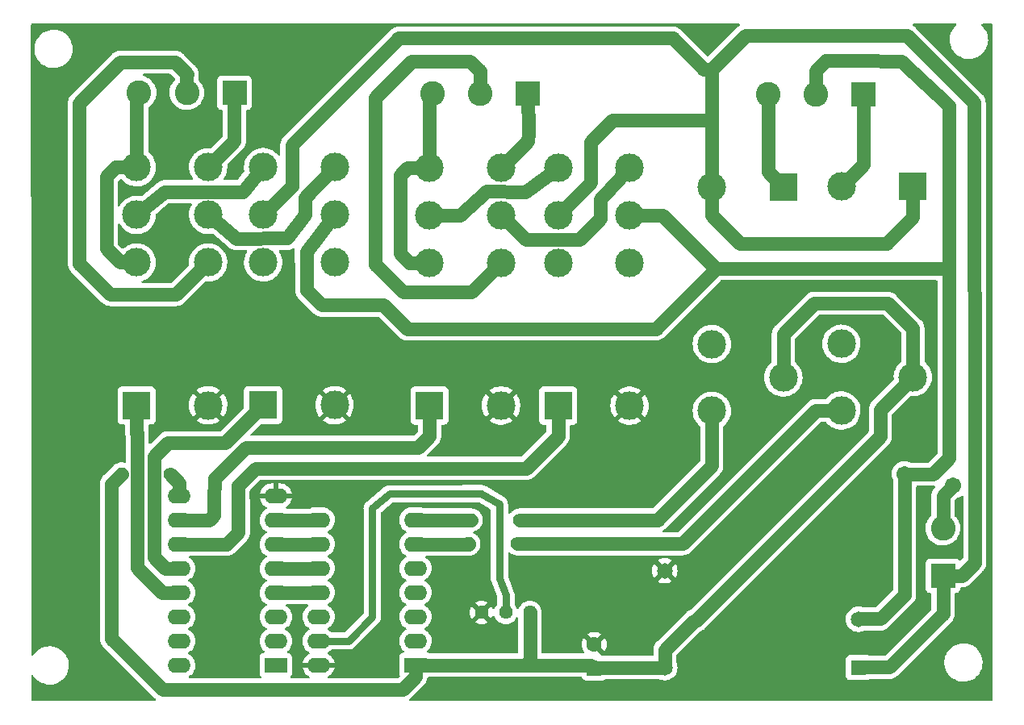
<source format=gbr>
%TF.GenerationSoftware,KiCad,Pcbnew,(6.0.7)*%
%TF.CreationDate,2022-09-06T00:26:26+01:00*%
%TF.ProjectId,Cortinas Eletricas,436f7274-696e-4617-9320-456c65747269,rev?*%
%TF.SameCoordinates,Original*%
%TF.FileFunction,Copper,L2,Bot*%
%TF.FilePolarity,Positive*%
%FSLAX46Y46*%
G04 Gerber Fmt 4.6, Leading zero omitted, Abs format (unit mm)*
G04 Created by KiCad (PCBNEW (6.0.7)) date 2022-09-06 00:26:26*
%MOMM*%
%LPD*%
G01*
G04 APERTURE LIST*
%TA.AperFunction,ComponentPad*%
%ADD10C,1.400000*%
%TD*%
%TA.AperFunction,ComponentPad*%
%ADD11O,1.400000X1.400000*%
%TD*%
%TA.AperFunction,ComponentPad*%
%ADD12R,1.600000X1.600000*%
%TD*%
%TA.AperFunction,ComponentPad*%
%ADD13C,1.600000*%
%TD*%
%TA.AperFunction,ComponentPad*%
%ADD14R,2.400000X1.600000*%
%TD*%
%TA.AperFunction,ComponentPad*%
%ADD15O,2.400000X1.600000*%
%TD*%
%TA.AperFunction,ComponentPad*%
%ADD16C,3.000000*%
%TD*%
%TA.AperFunction,ComponentPad*%
%ADD17R,3.000000X3.000000*%
%TD*%
%TA.AperFunction,ComponentPad*%
%ADD18C,2.600000*%
%TD*%
%TA.AperFunction,ComponentPad*%
%ADD19R,2.600000X2.600000*%
%TD*%
%TA.AperFunction,ComponentPad*%
%ADD20C,1.650000*%
%TD*%
%TA.AperFunction,ComponentPad*%
%ADD21R,1.650000X1.650000*%
%TD*%
%TA.AperFunction,ComponentPad*%
%ADD22C,1.440000*%
%TD*%
%TA.AperFunction,ComponentPad*%
%ADD23C,1.710000*%
%TD*%
%TA.AperFunction,Conductor*%
%ADD24C,0.800000*%
%TD*%
%TA.AperFunction,Conductor*%
%ADD25C,1.400000*%
%TD*%
G04 APERTURE END LIST*
D10*
%TO.P,R3,1*%
%TO.N,Net-(U2-Pad9)*%
X97580000Y-114050000D03*
D11*
%TO.P,R3,2*%
%TO.N,+5V*%
X92500000Y-114050000D03*
%TD*%
D12*
%TO.P,C1,1*%
%TO.N,+5V*%
X142100000Y-134452651D03*
D13*
%TO.P,C1,2*%
%TO.N,Earth*%
X142100000Y-131952651D03*
%TD*%
D14*
%TO.P,U1,1,VCC*%
%TO.N,+5V*%
X123345000Y-134125000D03*
D15*
%TO.P,U1,2,PB0*%
%TO.N,unconnected-(U1-Pad2)*%
X123345000Y-131585000D03*
%TO.P,U1,3,PB1*%
%TO.N,unconnected-(U1-Pad3)*%
X123345000Y-129045000D03*
%TO.P,U1,4,PB3*%
%TO.N,RST*%
X123345000Y-126505000D03*
%TO.P,U1,5,PB2*%
%TO.N,unconnected-(U1-Pad5)*%
X123345000Y-123965000D03*
%TO.P,U1,6,PA7*%
%TO.N,DOW*%
X123345000Y-121425000D03*
%TO.P,U1,7,PA6*%
%TO.N,UP*%
X123345000Y-118885000D03*
%TO.P,U1,8,PA5*%
%TO.N,ON M1*%
X113185000Y-118885000D03*
%TO.P,U1,9,PA4*%
%TO.N,ON M2*%
X113185000Y-121425000D03*
%TO.P,U1,10,PA3*%
%TO.N,DIR M1*%
X113185000Y-123965000D03*
%TO.P,U1,11,PA2*%
%TO.N,DIR M2*%
X113185000Y-126505000D03*
%TO.P,U1,12,PA1*%
%TO.N,unconnected-(U1-Pad12)*%
X113185000Y-129045000D03*
%TO.P,U1,13,PA0*%
%TO.N,Net-(U1-Pad13)*%
X113185000Y-131585000D03*
%TO.P,U1,14,GND*%
%TO.N,Earth*%
X113185000Y-134125000D03*
%TD*%
D16*
%TO.P,K6,A2*%
%TO.N,Earth*%
X114860000Y-106840000D03*
D17*
%TO.P,K6,A1*%
%TO.N,RL01*%
X107360000Y-106840000D03*
D16*
%TO.P,K6,24*%
%TO.N,Net-(K5-Pad21)*%
X114860000Y-81840000D03*
%TO.P,K6,22*%
%TO.N,unconnected-(K6-Pad22)*%
X114860000Y-91840000D03*
%TO.P,K6,21*%
%TO.N,FASE*%
X114860000Y-86840000D03*
%TO.P,K6,14*%
%TO.N,Net-(K5-Pad11)*%
X107360000Y-81840000D03*
%TO.P,K6,12*%
%TO.N,unconnected-(K6-Pad12)*%
X107360000Y-91840000D03*
%TO.P,K6,11*%
%TO.N,NEUTRO*%
X107360000Y-86840000D03*
%TD*%
%TO.P,K5,11*%
%TO.N,Net-(K5-Pad11)*%
X94100000Y-86850000D03*
%TO.P,K5,12*%
%TO.N,Net-(J4-Pad3)*%
X94100000Y-91850000D03*
%TO.P,K5,14*%
X94100000Y-81850000D03*
%TO.P,K5,21*%
%TO.N,Net-(K5-Pad21)*%
X101600000Y-86850000D03*
%TO.P,K5,22*%
%TO.N,Net-(K5-Pad22)*%
X101600000Y-91850000D03*
%TO.P,K5,24*%
%TO.N,Net-(K5-Pad24)*%
X101600000Y-81850000D03*
D17*
%TO.P,K5,A1*%
%TO.N,RL02*%
X94100000Y-106850000D03*
D16*
%TO.P,K5,A2*%
%TO.N,Earth*%
X101600000Y-106850000D03*
%TD*%
%TO.P,K4,11*%
%TO.N,NEUTRO*%
X138307500Y-86897500D03*
%TO.P,K4,12*%
%TO.N,unconnected-(K4-Pad12)*%
X138307500Y-91897500D03*
%TO.P,K4,14*%
%TO.N,Net-(K3-Pad11)*%
X138307500Y-81897500D03*
%TO.P,K4,21*%
%TO.N,FASE*%
X145807500Y-86897500D03*
%TO.P,K4,22*%
%TO.N,unconnected-(K4-Pad22)*%
X145807500Y-91897500D03*
%TO.P,K4,24*%
%TO.N,Net-(K3-Pad21)*%
X145807500Y-81897500D03*
D17*
%TO.P,K4,A1*%
%TO.N,RL04*%
X138307500Y-106897500D03*
D16*
%TO.P,K4,A2*%
%TO.N,Earth*%
X145807500Y-106897500D03*
%TD*%
%TO.P,K3,11*%
%TO.N,Net-(K3-Pad11)*%
X124830000Y-86875000D03*
%TO.P,K3,12*%
%TO.N,Net-(K3-Pad12)*%
X124830000Y-91875000D03*
%TO.P,K3,14*%
X124830000Y-81875000D03*
%TO.P,K3,21*%
%TO.N,Net-(K3-Pad21)*%
X132330000Y-86875000D03*
%TO.P,K3,22*%
%TO.N,Net-(K3-Pad22)*%
X132330000Y-91875000D03*
%TO.P,K3,24*%
%TO.N,Net-(K3-Pad24)*%
X132330000Y-81875000D03*
D17*
%TO.P,K3,A1*%
%TO.N,RL03*%
X124830000Y-106875000D03*
D16*
%TO.P,K3,A2*%
%TO.N,Earth*%
X132330000Y-106875000D03*
%TD*%
%TO.P,K2,11*%
%TO.N,+5V*%
X161947500Y-103927500D03*
%TO.P,K2,12*%
%TO.N,unconnected-(K2-Pad12)*%
X154447500Y-100427500D03*
%TO.P,K2,14*%
%TO.N,Net-(K2-Pad14)*%
X154447500Y-107427500D03*
D17*
%TO.P,K2,A1*%
%TO.N,Net-(K2-PadA1)*%
X161947500Y-83927500D03*
D16*
%TO.P,K2,A2*%
%TO.N,NEUTRO*%
X154447500Y-83927500D03*
%TD*%
%TO.P,K1,11*%
%TO.N,+5V*%
X175537500Y-103887500D03*
%TO.P,K1,12*%
%TO.N,unconnected-(K1-Pad12)*%
X168037500Y-100387500D03*
%TO.P,K1,14*%
%TO.N,Net-(K1-Pad14)*%
X168037500Y-107387500D03*
D17*
%TO.P,K1,A1*%
%TO.N,NEUTRO*%
X175537500Y-83887500D03*
D16*
%TO.P,K1,A2*%
%TO.N,Net-(K1-PadA2)*%
X168037500Y-83887500D03*
%TD*%
D18*
%TO.P,J4,3,Pin_3*%
%TO.N,Net-(J4-Pad3)*%
X94360000Y-74040000D03*
%TO.P,J4,2,Pin_2*%
%TO.N,Net-(K5-Pad22)*%
X99360000Y-74040000D03*
D19*
%TO.P,J4,1,Pin_1*%
%TO.N,Net-(K5-Pad24)*%
X104360000Y-74040000D03*
%TD*%
D18*
%TO.P,J2,3,Pin_3*%
%TO.N,Net-(K3-Pad12)*%
X125132500Y-74132500D03*
%TO.P,J2,2,Pin_2*%
%TO.N,Net-(K3-Pad22)*%
X130132500Y-74132500D03*
D19*
%TO.P,J2,1,Pin_1*%
%TO.N,Net-(K3-Pad24)*%
X135132500Y-74132500D03*
%TD*%
%TO.P,J1,1,Pin_1*%
%TO.N,NEUTRO*%
X178690000Y-124760000D03*
D18*
%TO.P,J1,2,Pin_2*%
%TO.N,Net-(J1-Pad2)*%
X178690000Y-119760000D03*
%TD*%
D14*
%TO.P,U2,1,I1*%
%TO.N,unconnected-(U2-Pad1)*%
X108705000Y-134145000D03*
D15*
%TO.P,U2,2,I2*%
%TO.N,unconnected-(U2-Pad2)*%
X108705000Y-131605000D03*
%TO.P,U2,3,I3*%
%TO.N,unconnected-(U2-Pad3)*%
X108705000Y-129065000D03*
%TO.P,U2,4,I4*%
%TO.N,DIR M2*%
X108705000Y-126525000D03*
%TO.P,U2,5,I5*%
%TO.N,DIR M1*%
X108705000Y-123985000D03*
%TO.P,U2,6,I6*%
%TO.N,ON M2*%
X108705000Y-121445000D03*
%TO.P,U2,7,I7*%
%TO.N,ON M1*%
X108705000Y-118905000D03*
%TO.P,U2,8,GND*%
%TO.N,Earth*%
X108705000Y-116365000D03*
%TO.P,U2,9,COM*%
%TO.N,Net-(U2-Pad9)*%
X98545000Y-116365000D03*
%TO.P,U2,10,O7*%
%TO.N,RL03*%
X98545000Y-118905000D03*
%TO.P,U2,11,O6*%
%TO.N,RL04*%
X98545000Y-121445000D03*
%TO.P,U2,12,O5*%
%TO.N,RL01*%
X98545000Y-123985000D03*
%TO.P,U2,13,O4*%
%TO.N,RL02*%
X98545000Y-126525000D03*
%TO.P,U2,14,O3*%
%TO.N,unconnected-(U2-Pad14)*%
X98545000Y-129065000D03*
%TO.P,U2,15,O2*%
%TO.N,unconnected-(U2-Pad15)*%
X98545000Y-131605000D03*
%TO.P,U2,16,O1*%
%TO.N,unconnected-(U2-Pad16)*%
X98545000Y-134145000D03*
%TD*%
D19*
%TO.P,J3,1,Pin_1*%
%TO.N,Net-(K1-PadA2)*%
X170320000Y-74245000D03*
D18*
%TO.P,J3,2,Pin_2*%
%TO.N,FASE*%
X165320000Y-74245000D03*
%TO.P,J3,3,Pin_3*%
%TO.N,Net-(K2-PadA1)*%
X160320000Y-74245000D03*
%TD*%
D20*
%TO.P,PS1,5,+VO*%
%TO.N,+5V*%
X149510000Y-134380000D03*
%TO.P,PS1,4,-VO*%
%TO.N,Earth*%
X149510000Y-124220000D03*
%TO.P,PS1,2,AC(L)*%
%TO.N,FASE*%
X169830000Y-129300000D03*
D21*
%TO.P,PS1,1,AC(N)*%
%TO.N,NEUTRO*%
X169830000Y-134380000D03*
%TD*%
D22*
%TO.P,RV1,3,3*%
%TO.N,Earth*%
X130280000Y-128600000D03*
%TO.P,RV1,2,2*%
%TO.N,Net-(U1-Pad13)*%
X132820000Y-128600000D03*
%TO.P,RV1,1,1*%
%TO.N,+5V*%
X135360000Y-128600000D03*
%TD*%
D11*
%TO.P,R2,2*%
%TO.N,UP*%
X129190000Y-118890000D03*
D10*
%TO.P,R2,1*%
%TO.N,Net-(K2-Pad14)*%
X134270000Y-118890000D03*
%TD*%
%TO.P,R1,1*%
%TO.N,Net-(K1-Pad14)*%
X134040000Y-121390000D03*
D11*
%TO.P,R1,2*%
%TO.N,DOW*%
X128960000Y-121390000D03*
%TD*%
D23*
%TO.P,F1,1*%
%TO.N,Net-(J1-Pad2)*%
X179770000Y-115280000D03*
%TO.P,F1,2*%
%TO.N,FASE*%
X174670000Y-114080000D03*
%TD*%
D24*
%TO.N,Net-(U1-Pad13)*%
X132150000Y-124970000D02*
X132850000Y-126790000D01*
X130240000Y-116130000D02*
X132150000Y-117260000D01*
X132150000Y-117260000D02*
X132150000Y-124970000D01*
X118810000Y-129080000D02*
X118810000Y-117680000D01*
X120650000Y-116150000D02*
X130240000Y-116130000D01*
X116305000Y-131585000D02*
X118810000Y-129080000D01*
X113185000Y-131585000D02*
X116305000Y-131585000D01*
X118810000Y-117680000D02*
X120650000Y-116150000D01*
X132830000Y-126790000D02*
X132820000Y-128600000D01*
D25*
%TO.N,+5V*%
X172920000Y-96130000D02*
X175537500Y-98747500D01*
X175537500Y-98747500D02*
X175537500Y-103887500D01*
X165200000Y-96130000D02*
X172920000Y-96130000D01*
X161947500Y-103927500D02*
X161947500Y-99382500D01*
X161947500Y-99382500D02*
X165200000Y-96130000D01*
X135360000Y-133660000D02*
X134895000Y-134125000D01*
X135360000Y-128600000D02*
X135360000Y-133660000D01*
X134895000Y-134125000D02*
X141772349Y-134125000D01*
X123345000Y-134125000D02*
X134895000Y-134125000D01*
X141772349Y-134125000D02*
X142100000Y-134452651D01*
X123345000Y-135365000D02*
X123345000Y-134125000D01*
X96840000Y-136730000D02*
X121980000Y-136730000D01*
X121980000Y-136730000D02*
X123345000Y-135365000D01*
X91440000Y-131330000D02*
X96840000Y-136730000D01*
X92500000Y-114050000D02*
X91440000Y-115110000D01*
X91440000Y-115110000D02*
X91440000Y-131330000D01*
%TO.N,Net-(K1-Pad14)*%
X151350000Y-121390000D02*
X165352500Y-107387500D01*
X134040000Y-121390000D02*
X151350000Y-121390000D01*
X165352500Y-107387500D02*
X168037500Y-107387500D01*
%TO.N,Net-(K2-Pad14)*%
X154447500Y-113172500D02*
X154447500Y-107427500D01*
X134270000Y-118890000D02*
X148730000Y-118890000D01*
X148730000Y-118890000D02*
X154447500Y-113172500D01*
%TO.N,DOW*%
X128925000Y-121425000D02*
X128960000Y-121390000D01*
X123345000Y-121425000D02*
X128925000Y-121425000D01*
%TO.N,UP*%
X123345000Y-118885000D02*
X129185000Y-118885000D01*
X129185000Y-118885000D02*
X129190000Y-118890000D01*
%TO.N,Net-(U2-Pad9)*%
X98545000Y-115015000D02*
X97580000Y-114050000D01*
X98545000Y-116365000D02*
X98545000Y-115015000D01*
%TO.N,DIR M2*%
X113165000Y-126525000D02*
X113185000Y-126505000D01*
X108705000Y-126525000D02*
X113165000Y-126525000D01*
%TO.N,DIR M1*%
X113165000Y-123985000D02*
X113185000Y-123965000D01*
X108705000Y-123985000D02*
X113165000Y-123985000D01*
%TO.N,ON M2*%
X113165000Y-121445000D02*
X113185000Y-121425000D01*
X108705000Y-121445000D02*
X113165000Y-121445000D01*
%TO.N,ON M1*%
X113165000Y-118905000D02*
X113185000Y-118885000D01*
X108705000Y-118905000D02*
X113165000Y-118905000D01*
%TO.N,RL03*%
X101685000Y-118905000D02*
X98545000Y-118905000D01*
X102205000Y-118385000D02*
X101685000Y-118905000D01*
X102240000Y-114470000D02*
X102205000Y-116885000D01*
X105600000Y-111270000D02*
X102240000Y-114470000D01*
X124830000Y-110070000D02*
X123640000Y-111260000D01*
X102205000Y-116885000D02*
X102205000Y-118385000D01*
X124830000Y-106875000D02*
X124830000Y-110070000D01*
X123640000Y-111260000D02*
X105600000Y-111270000D01*
%TO.N,RL04*%
X103515000Y-121445000D02*
X98545000Y-121445000D01*
X104770000Y-120190000D02*
X103515000Y-121445000D01*
X104770000Y-116910000D02*
X104770000Y-120190000D01*
X104745000Y-116885000D02*
X104770000Y-116910000D01*
%TO.N,RL01*%
X97075000Y-123985000D02*
X98545000Y-123985000D01*
X95920000Y-112230000D02*
X95920000Y-122830000D01*
X97360000Y-110790000D02*
X95920000Y-112230000D01*
X103410000Y-110790000D02*
X97360000Y-110790000D01*
X107360000Y-106840000D02*
X103410000Y-110790000D01*
X95920000Y-122830000D02*
X97075000Y-123985000D01*
%TO.N,RL02*%
X94160000Y-109790000D02*
X94100000Y-109730000D01*
X94160000Y-123940000D02*
X94160000Y-109790000D01*
X96745000Y-126525000D02*
X94160000Y-123940000D01*
X98545000Y-126525000D02*
X96745000Y-126525000D01*
X94100000Y-109730000D02*
X94100000Y-106850000D01*
%TO.N,RL04*%
X106560000Y-113470000D02*
X134950000Y-113470000D01*
X138307500Y-110112500D02*
X138307500Y-106897500D01*
X104745000Y-115285000D02*
X106560000Y-113470000D01*
X104745000Y-116885000D02*
X104745000Y-115285000D01*
X134950000Y-113470000D02*
X138307500Y-110112500D01*
%TO.N,+5V*%
X149510000Y-132540000D02*
X149510000Y-134380000D01*
X152580000Y-129470000D02*
X149510000Y-132540000D01*
X152770000Y-129470000D02*
X152580000Y-129470000D01*
X172120000Y-110120000D02*
X152770000Y-129470000D01*
X172120000Y-107305000D02*
X172120000Y-110120000D01*
X175537500Y-103887500D02*
X172120000Y-107305000D01*
X142172651Y-134380000D02*
X142100000Y-134452651D01*
X149510000Y-134380000D02*
X142172651Y-134380000D01*
X142192651Y-134360000D02*
X142100000Y-134452651D01*
%TO.N,FASE*%
X174670000Y-126750000D02*
X174670000Y-114080000D01*
X172140000Y-129280000D02*
X174670000Y-126750000D01*
X170237500Y-129280000D02*
X172140000Y-129280000D01*
%TO.N,NEUTRO*%
X178690000Y-128760000D02*
X178690000Y-124760000D01*
X173090000Y-134360000D02*
X178690000Y-128760000D01*
X170237500Y-134360000D02*
X173090000Y-134360000D01*
X181970000Y-75080000D02*
X182030000Y-114450000D01*
X171840000Y-68040000D02*
X174930000Y-68040000D01*
X182030000Y-114450000D02*
X182030000Y-123380000D01*
X182030000Y-123380000D02*
X180650000Y-124760000D01*
X157970000Y-68030000D02*
X171840000Y-68040000D01*
X174930000Y-68040000D02*
X181970000Y-75080000D01*
X154447500Y-71552500D02*
X157970000Y-68030000D01*
X180650000Y-124760000D02*
X178690000Y-124760000D01*
%TO.N,Net-(J1-Pad2)*%
X178690000Y-116360000D02*
X179770000Y-115280000D01*
X178690000Y-119760000D02*
X178690000Y-116360000D01*
%TO.N,FASE*%
X177670000Y-114080000D02*
X179320000Y-112430000D01*
X174670000Y-114080000D02*
X177670000Y-114080000D01*
X113530000Y-96340000D02*
X119990000Y-96340000D01*
X122480000Y-98830000D02*
X148550000Y-98830000D01*
X111930000Y-94740000D02*
X113530000Y-96340000D01*
X111890000Y-90730000D02*
X111930000Y-94740000D01*
X148550000Y-98830000D02*
X154880000Y-92500000D01*
X114860000Y-86840000D02*
X111890000Y-90730000D01*
X119990000Y-96340000D02*
X122480000Y-98830000D01*
%TO.N,Net-(K2-PadA1)*%
X160320000Y-82300000D02*
X161947500Y-83927500D01*
X160320000Y-74245000D02*
X160320000Y-82300000D01*
%TO.N,Net-(K1-PadA2)*%
X170320000Y-74245000D02*
X170320000Y-81605000D01*
X170320000Y-81605000D02*
X168037500Y-83887500D01*
%TO.N,FASE*%
X165320000Y-71730000D02*
X165320000Y-74245000D01*
X166390000Y-70660000D02*
X165320000Y-71730000D01*
X169690000Y-70660000D02*
X166390000Y-70660000D01*
X174300000Y-70710000D02*
X169690000Y-70660000D01*
X179320000Y-75410000D02*
X174300000Y-70710000D01*
X179320000Y-92500000D02*
X179320000Y-75410000D01*
%TO.N,RL04*%
X138420000Y-107010000D02*
X138307500Y-106897500D01*
%TO.N,FASE*%
X179320000Y-112430000D02*
X179320000Y-92500000D01*
%TO.N,NEUTRO*%
X153622500Y-71552500D02*
X154447500Y-71552500D01*
X150380000Y-68310000D02*
X153622500Y-71552500D01*
X110370000Y-79530000D02*
X121590000Y-68310000D01*
X110370000Y-83830000D02*
X110370000Y-79530000D01*
X121590000Y-68310000D02*
X150380000Y-68310000D01*
X107360000Y-86840000D02*
X110370000Y-83830000D01*
%TO.N,Net-(K5-Pad21)*%
X112250000Y-84520000D02*
X114860000Y-81840000D01*
X109940000Y-89315000D02*
X111740000Y-86835000D01*
X111740000Y-86835000D02*
X111720000Y-85080000D01*
X111720000Y-85080000D02*
X112250000Y-84520000D01*
X104560000Y-89345000D02*
X109940000Y-89315000D01*
X101600000Y-86850000D02*
X104560000Y-89345000D01*
%TO.N,NEUTRO*%
X144007500Y-76942500D02*
X154447500Y-76942500D01*
X141740000Y-83465000D02*
X141740000Y-79210000D01*
X154447500Y-76942500D02*
X154447500Y-83927500D01*
X138307500Y-86897500D02*
X141740000Y-83465000D01*
X154447500Y-71552500D02*
X154447500Y-76942500D01*
X141740000Y-79210000D02*
X144007500Y-76942500D01*
%TO.N,Net-(K3-Pad21)*%
X142750000Y-85210000D02*
X145807500Y-81897500D01*
X140527500Y-89477500D02*
X142777500Y-87227500D01*
X142777500Y-87227500D02*
X142750000Y-85210000D01*
X132330000Y-86875000D02*
X134932500Y-89477500D01*
X134932500Y-89477500D02*
X140527500Y-89477500D01*
%TO.N,FASE*%
X154880000Y-92500000D02*
X179320000Y-92500000D01*
X149277500Y-86897500D02*
X154880000Y-92500000D01*
X145807500Y-86897500D02*
X149277500Y-86897500D01*
%TO.N,+5V*%
X175497500Y-103927500D02*
X175537500Y-103887500D01*
%TO.N,NEUTRO*%
X175537500Y-87112500D02*
X175537500Y-83887500D01*
X157370000Y-89870000D02*
X172780000Y-89870000D01*
X154447500Y-86947500D02*
X157370000Y-89870000D01*
X154447500Y-83927500D02*
X154447500Y-86947500D01*
X172780000Y-89870000D02*
X175537500Y-87112500D01*
%TO.N,Net-(K3-Pad22)*%
X130132500Y-71772500D02*
X130132500Y-74132500D01*
X129020000Y-70755000D02*
X130050000Y-71705000D01*
X119140000Y-92045000D02*
X119140000Y-74525000D01*
X122070000Y-94975000D02*
X119140000Y-92045000D01*
X122950000Y-70765000D02*
X129020000Y-70755000D01*
X129230000Y-94975000D02*
X122070000Y-94975000D01*
X119140000Y-74525000D02*
X122950000Y-70765000D01*
X130050000Y-71705000D02*
X130132500Y-71772500D01*
X132330000Y-91875000D02*
X129230000Y-94975000D01*
%TO.N,Net-(K3-Pad24)*%
X135127500Y-79127500D02*
X135187500Y-78257500D01*
X135187500Y-78257500D02*
X135132500Y-74132500D01*
X132330000Y-81875000D02*
X135127500Y-79127500D01*
%TO.N,Net-(K3-Pad12)*%
X124830000Y-81875000D02*
X124830000Y-74435000D01*
X124830000Y-74435000D02*
X125132500Y-74132500D01*
X122500000Y-81875000D02*
X124830000Y-81875000D01*
X122685000Y-91875000D02*
X121727500Y-90917500D01*
X124830000Y-91875000D02*
X122685000Y-91875000D01*
X121727500Y-90917500D02*
X121727500Y-82647500D01*
X121727500Y-82647500D02*
X122500000Y-81875000D01*
%TO.N,Net-(K3-Pad11)*%
X134887500Y-84417500D02*
X138307500Y-81897500D01*
X130807500Y-84367500D02*
X134887500Y-84417500D01*
X128040000Y-86875000D02*
X130807500Y-84367500D01*
X124830000Y-86875000D02*
X128040000Y-86875000D01*
%TO.N,Net-(K5-Pad11)*%
X105240000Y-84415000D02*
X107360000Y-81840000D01*
X97060000Y-84415000D02*
X105240000Y-84415000D01*
X94100000Y-86850000D02*
X97060000Y-84415000D01*
%TO.N,Net-(K5-Pad22)*%
X99350000Y-72115000D02*
X99350000Y-74240000D01*
X99380000Y-72085000D02*
X99350000Y-72115000D01*
X92360000Y-70835000D02*
X98130000Y-70835000D01*
X88090000Y-75105000D02*
X92360000Y-70835000D01*
X88090000Y-91945000D02*
X88090000Y-75105000D01*
X91370000Y-95225000D02*
X88090000Y-91945000D01*
X98225000Y-95225000D02*
X91370000Y-95225000D01*
X101600000Y-91850000D02*
X98225000Y-95225000D01*
X98130000Y-70835000D02*
X99380000Y-72085000D01*
%TO.N,Net-(K5-Pad24)*%
X104350000Y-79100000D02*
X104350000Y-74240000D01*
X101600000Y-81850000D02*
X104350000Y-79100000D01*
%TO.N,Net-(J4-Pad3)*%
X94100000Y-74490000D02*
X94350000Y-74240000D01*
X94100000Y-81850000D02*
X94100000Y-74490000D01*
X91905000Y-81850000D02*
X94100000Y-81850000D01*
X90900000Y-90395000D02*
X90900000Y-82855000D01*
X90900000Y-82855000D02*
X91905000Y-81850000D01*
X94100000Y-91850000D02*
X92355000Y-91850000D01*
X92355000Y-91850000D02*
X90900000Y-90395000D01*
%TD*%
%TA.AperFunction,Conductor*%
%TO.N,Earth*%
G36*
X157257546Y-66772633D02*
G01*
X157325664Y-66792646D01*
X157372149Y-66846308D01*
X157382242Y-66916584D01*
X157352739Y-66981160D01*
X157330982Y-67001006D01*
X157287782Y-67032002D01*
X157283548Y-67034910D01*
X157216308Y-67079078D01*
X157212859Y-67082151D01*
X157197041Y-67096244D01*
X157186685Y-67104536D01*
X157177811Y-67110903D01*
X157127618Y-67162624D01*
X157105855Y-67185049D01*
X157104529Y-67186394D01*
X154124095Y-70166828D01*
X154061783Y-70200854D01*
X153990968Y-70195789D01*
X153945905Y-70166828D01*
X151296829Y-67517752D01*
X151285962Y-67505361D01*
X151276585Y-67493140D01*
X151276581Y-67493136D01*
X151273169Y-67488689D01*
X151215372Y-67436098D01*
X151211076Y-67431999D01*
X151195835Y-67416758D01*
X151193680Y-67414956D01*
X151176678Y-67400740D01*
X151172699Y-67397269D01*
X151170760Y-67395504D01*
X151113611Y-67343503D01*
X151108856Y-67340520D01*
X151099307Y-67334529D01*
X151085447Y-67324459D01*
X151083981Y-67323233D01*
X151072495Y-67313630D01*
X151003075Y-67274033D01*
X150998578Y-67271342D01*
X150930865Y-67228866D01*
X150915201Y-67222569D01*
X150899771Y-67215110D01*
X150899427Y-67214914D01*
X150885109Y-67206747D01*
X150879826Y-67204876D01*
X150879819Y-67204873D01*
X150809776Y-67180070D01*
X150804868Y-67178215D01*
X150730707Y-67148403D01*
X150725209Y-67147264D01*
X150725208Y-67147264D01*
X150714170Y-67144978D01*
X150697674Y-67140373D01*
X150681756Y-67134736D01*
X150676222Y-67133830D01*
X150676219Y-67133829D01*
X150602917Y-67121826D01*
X150597726Y-67120864D01*
X150569072Y-67114930D01*
X150519463Y-67104656D01*
X150514852Y-67104390D01*
X150514851Y-67104390D01*
X150493034Y-67103132D01*
X150479929Y-67101685D01*
X150474411Y-67100782D01*
X150468866Y-67099874D01*
X150463252Y-67099962D01*
X150463250Y-67099962D01*
X150366365Y-67101484D01*
X150364386Y-67101500D01*
X121678085Y-67101500D01*
X121661639Y-67100422D01*
X121658145Y-67099962D01*
X121640811Y-67097680D01*
X121635212Y-67097944D01*
X121635210Y-67097944D01*
X121562777Y-67101360D01*
X121556842Y-67101500D01*
X121535265Y-67101500D01*
X121532479Y-67101749D01*
X121532471Y-67101749D01*
X121510399Y-67103719D01*
X121505135Y-67104078D01*
X121430934Y-67107577D01*
X121430929Y-67107578D01*
X121425325Y-67107842D01*
X121408867Y-67111612D01*
X121391956Y-67114290D01*
X121375128Y-67115792D01*
X121369717Y-67117272D01*
X121369713Y-67117273D01*
X121333175Y-67127269D01*
X121298040Y-67136881D01*
X121292932Y-67138164D01*
X121215043Y-67156003D01*
X121209888Y-67158202D01*
X121209881Y-67158204D01*
X121199519Y-67162624D01*
X121183332Y-67168261D01*
X121172456Y-67171236D01*
X121172451Y-67171238D01*
X121167048Y-67172716D01*
X121139827Y-67185700D01*
X121094912Y-67207123D01*
X121090103Y-67209294D01*
X121037229Y-67231847D01*
X121016614Y-67240640D01*
X121011926Y-67243719D01*
X121011923Y-67243721D01*
X121002506Y-67249907D01*
X120987572Y-67258322D01*
X120972337Y-67265589D01*
X120967782Y-67268862D01*
X120967772Y-67268868D01*
X120907456Y-67312210D01*
X120903106Y-67315200D01*
X120840168Y-67356542D01*
X120840164Y-67356545D01*
X120836308Y-67359078D01*
X120832866Y-67362145D01*
X120816540Y-67376691D01*
X120806245Y-67384938D01*
X120797149Y-67391474D01*
X120763508Y-67426189D01*
X120725752Y-67465150D01*
X120724363Y-67466560D01*
X109577752Y-78613171D01*
X109565361Y-78624038D01*
X109553140Y-78633415D01*
X109553136Y-78633419D01*
X109548689Y-78636831D01*
X109514141Y-78674799D01*
X109496098Y-78694628D01*
X109491999Y-78698924D01*
X109476758Y-78714165D01*
X109474957Y-78716318D01*
X109474956Y-78716320D01*
X109460740Y-78733322D01*
X109457279Y-78737289D01*
X109403503Y-78796389D01*
X109400520Y-78801144D01*
X109394529Y-78810693D01*
X109384459Y-78824553D01*
X109373630Y-78837505D01*
X109342353Y-78892339D01*
X109334038Y-78906917D01*
X109331342Y-78911422D01*
X109288866Y-78979135D01*
X109286772Y-78984345D01*
X109286771Y-78984346D01*
X109282569Y-78994799D01*
X109275110Y-79010228D01*
X109266747Y-79024891D01*
X109264876Y-79030174D01*
X109264873Y-79030181D01*
X109240070Y-79100224D01*
X109238215Y-79105132D01*
X109208403Y-79179293D01*
X109207264Y-79184791D01*
X109207264Y-79184792D01*
X109204978Y-79195830D01*
X109200373Y-79212326D01*
X109194736Y-79228244D01*
X109193830Y-79233778D01*
X109193829Y-79233781D01*
X109181826Y-79307083D01*
X109180864Y-79312274D01*
X109164656Y-79390537D01*
X109164390Y-79395148D01*
X109164390Y-79395149D01*
X109163132Y-79416966D01*
X109161685Y-79430071D01*
X109160828Y-79435305D01*
X109159874Y-79441134D01*
X109159962Y-79446748D01*
X109159962Y-79446750D01*
X109161484Y-79543635D01*
X109161500Y-79545614D01*
X109161500Y-80511801D01*
X109141498Y-80579922D01*
X109087842Y-80626415D01*
X109017568Y-80636519D01*
X108952988Y-80607025D01*
X108932413Y-80584252D01*
X108929370Y-80579922D01*
X108924545Y-80573057D01*
X108791557Y-80429945D01*
X108741046Y-80375588D01*
X108741043Y-80375585D01*
X108738125Y-80372445D01*
X108734810Y-80369731D01*
X108734806Y-80369728D01*
X108554156Y-80221868D01*
X108526205Y-80198990D01*
X108292704Y-80055901D01*
X108288768Y-80054173D01*
X108045873Y-79947549D01*
X108045869Y-79947548D01*
X108041945Y-79945825D01*
X107778566Y-79870800D01*
X107774324Y-79870196D01*
X107774318Y-79870195D01*
X107567637Y-79840780D01*
X107507443Y-79832213D01*
X107363589Y-79831460D01*
X107237877Y-79830802D01*
X107237871Y-79830802D01*
X107233591Y-79830780D01*
X107229347Y-79831339D01*
X107229343Y-79831339D01*
X107142152Y-79842818D01*
X106962078Y-79866525D01*
X106957938Y-79867658D01*
X106957936Y-79867658D01*
X106940964Y-79872301D01*
X106697928Y-79938788D01*
X106693980Y-79940472D01*
X106449982Y-80044546D01*
X106449978Y-80044548D01*
X106446030Y-80046232D01*
X106352771Y-80102046D01*
X106214725Y-80184664D01*
X106214721Y-80184667D01*
X106211043Y-80186868D01*
X105997318Y-80358094D01*
X105808808Y-80556742D01*
X105649002Y-80779136D01*
X105520857Y-81021161D01*
X105519385Y-81025184D01*
X105519383Y-81025188D01*
X105428214Y-81274317D01*
X105426743Y-81278337D01*
X105368404Y-81545907D01*
X105346917Y-81818918D01*
X105362682Y-82092320D01*
X105363509Y-82096534D01*
X105363509Y-82096536D01*
X105374127Y-82150657D01*
X105391077Y-82237050D01*
X105394370Y-82253837D01*
X105387857Y-82324534D01*
X105368002Y-82358178D01*
X104859165Y-82976223D01*
X104707379Y-83160586D01*
X104648639Y-83200463D01*
X104610105Y-83206500D01*
X103344646Y-83206500D01*
X103276525Y-83186498D01*
X103230032Y-83132842D01*
X103219928Y-83062568D01*
X103243099Y-83005907D01*
X103297252Y-82932185D01*
X103297253Y-82932184D01*
X103299795Y-82928723D01*
X103305800Y-82917663D01*
X103428418Y-82691830D01*
X103428419Y-82691828D01*
X103430468Y-82688054D01*
X103497385Y-82510962D01*
X103525751Y-82435895D01*
X103525752Y-82435891D01*
X103527269Y-82431877D01*
X103564393Y-82269785D01*
X103587449Y-82169117D01*
X103587450Y-82169113D01*
X103588407Y-82164933D01*
X103588793Y-82160616D01*
X103612531Y-81894627D01*
X103612531Y-81894625D01*
X103612751Y-81892161D01*
X103613193Y-81850000D01*
X103611688Y-81827916D01*
X103606438Y-81750915D01*
X103597680Y-81622447D01*
X103613002Y-81553126D01*
X103634293Y-81524784D01*
X105142248Y-80016829D01*
X105154639Y-80005962D01*
X105166860Y-79996585D01*
X105166864Y-79996581D01*
X105171311Y-79993169D01*
X105223902Y-79935372D01*
X105228001Y-79931076D01*
X105243242Y-79915835D01*
X105259260Y-79896678D01*
X105262731Y-79892699D01*
X105266244Y-79888839D01*
X105316497Y-79833611D01*
X105319480Y-79828856D01*
X105325471Y-79819307D01*
X105335541Y-79805447D01*
X105336767Y-79803981D01*
X105346370Y-79792495D01*
X105385967Y-79723075D01*
X105388658Y-79718578D01*
X105431134Y-79650865D01*
X105437431Y-79635201D01*
X105444890Y-79619771D01*
X105453253Y-79605109D01*
X105455124Y-79599826D01*
X105455127Y-79599819D01*
X105479931Y-79529773D01*
X105481786Y-79524865D01*
X105511597Y-79450707D01*
X105515020Y-79434176D01*
X105519629Y-79417669D01*
X105519878Y-79416966D01*
X105525264Y-79401757D01*
X105538176Y-79322909D01*
X105539138Y-79317720D01*
X105554407Y-79243989D01*
X105554408Y-79243985D01*
X105555344Y-79239463D01*
X105556257Y-79223635D01*
X105556868Y-79213034D01*
X105558315Y-79199929D01*
X105559218Y-79194411D01*
X105560126Y-79188866D01*
X105558516Y-79086364D01*
X105558500Y-79084386D01*
X105558500Y-75974500D01*
X105578502Y-75906379D01*
X105632158Y-75859886D01*
X105684500Y-75848500D01*
X105708134Y-75848500D01*
X105770316Y-75841745D01*
X105906705Y-75790615D01*
X106023261Y-75703261D01*
X106110615Y-75586705D01*
X106161745Y-75450316D01*
X106168500Y-75388134D01*
X106168500Y-72691866D01*
X106161745Y-72629684D01*
X106110615Y-72493295D01*
X106023261Y-72376739D01*
X105906705Y-72289385D01*
X105770316Y-72238255D01*
X105708134Y-72231500D01*
X103011866Y-72231500D01*
X102949684Y-72238255D01*
X102813295Y-72289385D01*
X102696739Y-72376739D01*
X102609385Y-72493295D01*
X102558255Y-72629684D01*
X102551500Y-72691866D01*
X102551500Y-75388134D01*
X102558255Y-75450316D01*
X102609385Y-75586705D01*
X102696739Y-75703261D01*
X102813295Y-75790615D01*
X102949684Y-75841745D01*
X103011866Y-75848500D01*
X103015500Y-75848500D01*
X103015549Y-75848514D01*
X103018680Y-75848684D01*
X103018640Y-75849422D01*
X103083621Y-75868502D01*
X103130114Y-75922158D01*
X103141500Y-75974500D01*
X103141500Y-78547233D01*
X103121498Y-78615354D01*
X103104595Y-78636328D01*
X101924383Y-79816540D01*
X101862071Y-79850566D01*
X101817535Y-79852188D01*
X101751695Y-79842818D01*
X101751693Y-79842818D01*
X101747443Y-79842213D01*
X101602147Y-79841453D01*
X101477877Y-79840802D01*
X101477871Y-79840802D01*
X101473591Y-79840780D01*
X101469347Y-79841339D01*
X101469343Y-79841339D01*
X101350302Y-79857011D01*
X101202078Y-79876525D01*
X101197938Y-79877658D01*
X101197936Y-79877658D01*
X101135791Y-79894659D01*
X100937928Y-79948788D01*
X100933980Y-79950472D01*
X100689982Y-80054546D01*
X100689978Y-80054548D01*
X100686030Y-80056232D01*
X100609480Y-80102046D01*
X100454725Y-80194664D01*
X100454721Y-80194667D01*
X100451043Y-80196868D01*
X100237318Y-80368094D01*
X100196993Y-80410588D01*
X100058298Y-80556742D01*
X100048808Y-80566742D01*
X99889002Y-80789136D01*
X99760857Y-81031161D01*
X99759385Y-81035184D01*
X99759383Y-81035188D01*
X99668872Y-81282520D01*
X99666743Y-81288337D01*
X99608404Y-81555907D01*
X99586917Y-81828918D01*
X99602682Y-82102320D01*
X99603507Y-82106525D01*
X99603508Y-82106533D01*
X99627410Y-82228361D01*
X99655405Y-82371053D01*
X99656792Y-82375103D01*
X99656793Y-82375108D01*
X99736435Y-82607722D01*
X99744112Y-82630144D01*
X99867160Y-82874799D01*
X99959487Y-83009135D01*
X99981586Y-83076602D01*
X99963701Y-83145309D01*
X99911509Y-83193439D01*
X99855646Y-83206500D01*
X97094895Y-83206500D01*
X97088613Y-83206343D01*
X97018145Y-83202825D01*
X97018144Y-83202825D01*
X97012534Y-83202545D01*
X96931446Y-83212993D01*
X96926589Y-83213522D01*
X96845128Y-83220792D01*
X96839711Y-83222274D01*
X96830626Y-83224759D01*
X96813478Y-83228192D01*
X96798576Y-83230112D01*
X96793230Y-83231802D01*
X96793225Y-83231803D01*
X96720617Y-83254755D01*
X96715892Y-83256147D01*
X96637048Y-83277716D01*
X96623483Y-83284186D01*
X96607214Y-83290601D01*
X96598239Y-83293438D01*
X96598233Y-83293441D01*
X96592882Y-83295132D01*
X96587920Y-83297742D01*
X96587917Y-83297743D01*
X96520510Y-83333196D01*
X96516102Y-83335405D01*
X96509100Y-83338745D01*
X96442337Y-83370589D01*
X96437784Y-83373861D01*
X96437780Y-83373863D01*
X96430134Y-83379357D01*
X96415263Y-83388549D01*
X96406040Y-83393400D01*
X96406035Y-83393403D01*
X96401953Y-83395550D01*
X96385226Y-83407767D01*
X96359154Y-83426808D01*
X96359142Y-83426817D01*
X96357676Y-83427888D01*
X96356260Y-83429053D01*
X96326883Y-83453220D01*
X96320360Y-83458238D01*
X96271706Y-83493199D01*
X96271702Y-83493202D01*
X96267149Y-83496474D01*
X96263251Y-83500497D01*
X96263247Y-83500500D01*
X96243978Y-83520385D01*
X96233540Y-83530007D01*
X95729749Y-83944443D01*
X94640130Y-84840802D01*
X94623116Y-84854798D01*
X94557801Y-84882628D01*
X94518631Y-84880819D01*
X94518566Y-84880800D01*
X94247443Y-84842213D01*
X94103589Y-84841460D01*
X93977877Y-84840802D01*
X93977871Y-84840802D01*
X93973591Y-84840780D01*
X93969347Y-84841339D01*
X93969343Y-84841339D01*
X93850302Y-84857011D01*
X93702078Y-84876525D01*
X93697938Y-84877658D01*
X93697936Y-84877658D01*
X93651659Y-84890318D01*
X93437928Y-84948788D01*
X93433980Y-84950472D01*
X93189982Y-85054546D01*
X93189978Y-85054548D01*
X93186030Y-85056232D01*
X93128102Y-85090901D01*
X92954725Y-85194664D01*
X92954721Y-85194667D01*
X92951043Y-85196868D01*
X92737318Y-85368094D01*
X92681202Y-85427228D01*
X92553256Y-85562055D01*
X92548808Y-85566742D01*
X92389002Y-85789136D01*
X92366248Y-85832112D01*
X92345855Y-85870627D01*
X92296302Y-85921470D01*
X92227128Y-85937452D01*
X92160294Y-85913498D01*
X92117020Y-85857214D01*
X92108500Y-85811668D01*
X92108500Y-83407767D01*
X92128502Y-83339646D01*
X92145405Y-83318672D01*
X92353276Y-83110801D01*
X92415588Y-83076775D01*
X92486403Y-83081840D01*
X92535565Y-83115097D01*
X92663136Y-83255296D01*
X92706582Y-83303043D01*
X92709877Y-83305798D01*
X92709878Y-83305799D01*
X92761241Y-83348745D01*
X92916675Y-83478707D01*
X92920316Y-83480991D01*
X93145024Y-83621951D01*
X93145028Y-83621953D01*
X93148664Y-83624234D01*
X93227764Y-83659949D01*
X93394345Y-83735164D01*
X93394349Y-83735166D01*
X93398257Y-83736930D01*
X93402377Y-83738150D01*
X93402376Y-83738150D01*
X93656723Y-83813491D01*
X93656727Y-83813492D01*
X93660836Y-83814709D01*
X93665070Y-83815357D01*
X93665075Y-83815358D01*
X93927298Y-83855483D01*
X93927300Y-83855483D01*
X93931540Y-83856132D01*
X94070912Y-83858322D01*
X94201071Y-83860367D01*
X94201077Y-83860367D01*
X94205362Y-83860434D01*
X94477235Y-83827534D01*
X94742127Y-83758041D01*
X94746087Y-83756401D01*
X94746092Y-83756399D01*
X94885685Y-83698577D01*
X94995136Y-83653241D01*
X95154829Y-83559924D01*
X95227879Y-83517237D01*
X95227880Y-83517236D01*
X95231582Y-83515073D01*
X95447089Y-83346094D01*
X95457448Y-83335405D01*
X95585502Y-83203263D01*
X95637669Y-83149431D01*
X95640202Y-83145983D01*
X95640206Y-83145978D01*
X95797257Y-82932178D01*
X95799795Y-82928723D01*
X95805800Y-82917663D01*
X95928418Y-82691830D01*
X95928419Y-82691828D01*
X95930468Y-82688054D01*
X95997385Y-82510962D01*
X96025751Y-82435895D01*
X96025752Y-82435891D01*
X96027269Y-82431877D01*
X96064393Y-82269785D01*
X96087449Y-82169117D01*
X96087450Y-82169113D01*
X96088407Y-82164933D01*
X96088793Y-82160616D01*
X96112531Y-81894627D01*
X96112531Y-81894625D01*
X96112751Y-81892161D01*
X96113193Y-81850000D01*
X96111756Y-81828918D01*
X96094859Y-81581055D01*
X96094858Y-81581049D01*
X96094567Y-81576778D01*
X96083800Y-81524784D01*
X96044209Y-81333612D01*
X96039032Y-81308612D01*
X95947617Y-81050465D01*
X95839205Y-80840421D01*
X95823978Y-80810919D01*
X95823978Y-80810918D01*
X95822013Y-80807112D01*
X95813239Y-80794627D01*
X95724749Y-80668719D01*
X95664545Y-80583057D01*
X95594466Y-80507643D01*
X95481046Y-80385588D01*
X95481043Y-80385585D01*
X95478125Y-80382445D01*
X95474809Y-80379731D01*
X95474806Y-80379728D01*
X95354694Y-80281417D01*
X95314648Y-80222792D01*
X95308500Y-80183913D01*
X95308500Y-75650117D01*
X95328502Y-75581996D01*
X95368196Y-75542974D01*
X95425990Y-75507210D01*
X95631149Y-75333530D01*
X95808382Y-75131434D01*
X95812394Y-75125198D01*
X95943783Y-74920929D01*
X95953797Y-74905361D01*
X96064199Y-74660278D01*
X96086362Y-74581693D01*
X96135893Y-74406072D01*
X96135894Y-74406069D01*
X96137163Y-74401568D01*
X96151463Y-74289165D01*
X96170688Y-74138045D01*
X96170688Y-74138041D01*
X96171086Y-74134915D01*
X96172104Y-74096055D01*
X96173488Y-74043160D01*
X96173571Y-74040000D01*
X96169063Y-73979342D01*
X96153996Y-73776592D01*
X96153996Y-73776591D01*
X96153650Y-73771937D01*
X96140713Y-73714763D01*
X96095361Y-73514331D01*
X96095360Y-73514326D01*
X96094327Y-73509763D01*
X95996902Y-73259238D01*
X95863518Y-73025864D01*
X95856191Y-73016569D01*
X95763341Y-72898790D01*
X95697105Y-72814769D01*
X95501317Y-72630591D01*
X95300435Y-72491233D01*
X95284299Y-72480039D01*
X95284296Y-72480037D01*
X95280457Y-72477374D01*
X95270306Y-72472368D01*
X95043564Y-72360551D01*
X95043561Y-72360550D01*
X95039376Y-72358486D01*
X95011904Y-72349692D01*
X94823870Y-72289502D01*
X94765090Y-72249684D01*
X94737168Y-72184409D01*
X94748969Y-72114400D01*
X94796747Y-72061885D01*
X94862283Y-72043500D01*
X97577233Y-72043500D01*
X97645354Y-72063502D01*
X97666328Y-72080405D01*
X98104595Y-72518672D01*
X98138621Y-72580984D01*
X98141500Y-72607767D01*
X98141500Y-72646936D01*
X98121498Y-72715057D01*
X98099402Y-72740938D01*
X98055426Y-72780188D01*
X97961211Y-72893469D01*
X97890084Y-72978991D01*
X97883544Y-72986854D01*
X97744096Y-73216656D01*
X97742287Y-73220970D01*
X97742285Y-73220974D01*
X97738138Y-73230864D01*
X97640148Y-73464545D01*
X97573981Y-73725077D01*
X97547050Y-73992526D01*
X97547274Y-73997192D01*
X97547274Y-73997197D01*
X97551823Y-74091901D01*
X97559947Y-74261019D01*
X97612388Y-74524656D01*
X97703220Y-74777646D01*
X97705432Y-74781762D01*
X97705433Y-74781765D01*
X97780209Y-74920929D01*
X97830450Y-75014431D01*
X97833241Y-75018168D01*
X97833245Y-75018175D01*
X97920443Y-75134947D01*
X97991281Y-75229810D01*
X97994590Y-75233090D01*
X97994595Y-75233096D01*
X98178863Y-75415762D01*
X98182180Y-75419050D01*
X98185942Y-75421808D01*
X98185945Y-75421811D01*
X98361067Y-75550215D01*
X98398954Y-75577995D01*
X98403089Y-75580171D01*
X98403093Y-75580173D01*
X98632358Y-75700796D01*
X98636840Y-75703154D01*
X98746919Y-75741595D01*
X98881467Y-75788581D01*
X98890613Y-75791775D01*
X98895206Y-75792647D01*
X99150109Y-75841042D01*
X99150112Y-75841042D01*
X99154698Y-75841913D01*
X99282370Y-75846929D01*
X99418625Y-75852283D01*
X99418630Y-75852283D01*
X99423293Y-75852466D01*
X99519654Y-75841913D01*
X99685844Y-75823713D01*
X99685850Y-75823712D01*
X99690497Y-75823203D01*
X99758816Y-75805216D01*
X99945918Y-75755956D01*
X99945920Y-75755955D01*
X99950441Y-75754765D01*
X99954738Y-75752919D01*
X100193120Y-75650502D01*
X100193122Y-75650501D01*
X100197414Y-75648657D01*
X100316071Y-75575230D01*
X100422017Y-75509669D01*
X100422021Y-75509666D01*
X100425990Y-75507210D01*
X100631149Y-75333530D01*
X100808382Y-75131434D01*
X100812394Y-75125198D01*
X100943783Y-74920929D01*
X100953797Y-74905361D01*
X101064199Y-74660278D01*
X101086362Y-74581693D01*
X101135893Y-74406072D01*
X101135894Y-74406069D01*
X101137163Y-74401568D01*
X101151463Y-74289165D01*
X101170688Y-74138045D01*
X101170688Y-74138041D01*
X101171086Y-74134915D01*
X101172104Y-74096055D01*
X101173488Y-74043160D01*
X101173571Y-74040000D01*
X101169063Y-73979342D01*
X101153996Y-73776592D01*
X101153996Y-73776591D01*
X101153650Y-73771937D01*
X101140713Y-73714763D01*
X101095361Y-73514331D01*
X101095360Y-73514326D01*
X101094327Y-73509763D01*
X100996902Y-73259238D01*
X100863518Y-73025864D01*
X100856191Y-73016569D01*
X100763341Y-72898790D01*
X100697105Y-72814769D01*
X100598167Y-72721698D01*
X100562255Y-72660454D01*
X100558500Y-72629923D01*
X100558500Y-72386650D01*
X100561534Y-72359165D01*
X100562455Y-72355042D01*
X100564163Y-72349692D01*
X100575504Y-72263544D01*
X100576082Y-72259627D01*
X100589219Y-72179405D01*
X100589219Y-72179404D01*
X100590126Y-72173866D01*
X100589971Y-72164007D01*
X100591032Y-72145592D01*
X100592320Y-72135811D01*
X100592056Y-72130209D01*
X100588227Y-72049015D01*
X100588103Y-72045059D01*
X100586826Y-71963780D01*
X100586738Y-71958167D01*
X100584839Y-71948487D01*
X100582622Y-71930165D01*
X100582422Y-71925927D01*
X100582158Y-71920325D01*
X100562759Y-71835621D01*
X100561938Y-71831760D01*
X100546285Y-71751979D01*
X100545206Y-71746477D01*
X100541624Y-71737290D01*
X100536200Y-71719659D01*
X100533998Y-71710043D01*
X100499901Y-71630105D01*
X100498405Y-71626439D01*
X100480395Y-71580246D01*
X100466843Y-71545486D01*
X100461690Y-71537078D01*
X100453228Y-71520683D01*
X100449360Y-71511614D01*
X100401643Y-71438972D01*
X100399524Y-71435633D01*
X100357061Y-71366339D01*
X100357059Y-71366337D01*
X100354126Y-71361550D01*
X100350397Y-71357364D01*
X100350389Y-71357354D01*
X100347566Y-71354186D01*
X100336340Y-71339556D01*
X100333459Y-71335171D01*
X100330922Y-71331308D01*
X100294448Y-71290371D01*
X100262716Y-71258639D01*
X100257753Y-71253383D01*
X100210619Y-71200481D01*
X100206210Y-71197024D01*
X100206207Y-71197021D01*
X100188516Y-71183150D01*
X100177168Y-71173091D01*
X99046829Y-70042752D01*
X99035962Y-70030361D01*
X99026585Y-70018140D01*
X99026581Y-70018136D01*
X99023169Y-70013689D01*
X98965372Y-69961098D01*
X98961076Y-69956999D01*
X98945835Y-69941758D01*
X98926678Y-69925740D01*
X98922699Y-69922269D01*
X98920760Y-69920504D01*
X98863611Y-69868503D01*
X98858856Y-69865520D01*
X98849307Y-69859529D01*
X98835447Y-69849459D01*
X98829512Y-69844497D01*
X98822495Y-69838630D01*
X98753075Y-69799033D01*
X98748578Y-69796342D01*
X98680865Y-69753866D01*
X98665201Y-69747569D01*
X98649771Y-69740110D01*
X98640696Y-69734934D01*
X98635109Y-69731747D01*
X98629826Y-69729876D01*
X98629819Y-69729873D01*
X98559776Y-69705070D01*
X98554868Y-69703215D01*
X98480707Y-69673403D01*
X98475209Y-69672264D01*
X98475208Y-69672264D01*
X98464170Y-69669978D01*
X98447674Y-69665373D01*
X98431756Y-69659736D01*
X98426222Y-69658830D01*
X98426219Y-69658829D01*
X98352917Y-69646826D01*
X98347726Y-69645864D01*
X98320825Y-69640293D01*
X98269463Y-69629656D01*
X98264852Y-69629390D01*
X98264851Y-69629390D01*
X98243034Y-69628132D01*
X98229929Y-69626685D01*
X98224411Y-69625782D01*
X98218866Y-69624874D01*
X98213252Y-69624962D01*
X98213250Y-69624962D01*
X98116365Y-69626484D01*
X98114386Y-69626500D01*
X92448085Y-69626500D01*
X92431639Y-69625422D01*
X92428145Y-69624962D01*
X92410811Y-69622680D01*
X92405212Y-69622944D01*
X92405210Y-69622944D01*
X92332777Y-69626360D01*
X92326842Y-69626500D01*
X92305265Y-69626500D01*
X92302479Y-69626749D01*
X92302471Y-69626749D01*
X92280399Y-69628719D01*
X92275135Y-69629078D01*
X92222347Y-69631568D01*
X92195325Y-69632842D01*
X92189866Y-69634092D01*
X92189861Y-69634093D01*
X92178868Y-69636611D01*
X92161937Y-69639292D01*
X92157826Y-69639659D01*
X92145128Y-69640792D01*
X92139716Y-69642273D01*
X92139708Y-69642274D01*
X92068059Y-69661875D01*
X92062941Y-69663161D01*
X92053301Y-69665369D01*
X91985043Y-69681002D01*
X91979886Y-69683202D01*
X91979879Y-69683204D01*
X91969517Y-69687624D01*
X91953330Y-69693261D01*
X91942463Y-69696234D01*
X91942456Y-69696237D01*
X91937048Y-69697716D01*
X91931990Y-69700128D01*
X91931986Y-69700130D01*
X91864920Y-69732119D01*
X91860121Y-69734286D01*
X91786614Y-69765640D01*
X91781926Y-69768719D01*
X91781923Y-69768721D01*
X91772506Y-69774907D01*
X91757572Y-69783322D01*
X91749241Y-69787296D01*
X91742337Y-69790589D01*
X91737782Y-69793862D01*
X91737772Y-69793868D01*
X91677456Y-69837210D01*
X91673106Y-69840200D01*
X91610168Y-69881542D01*
X91610164Y-69881545D01*
X91606308Y-69884078D01*
X91602866Y-69887145D01*
X91586540Y-69901691D01*
X91576245Y-69909938D01*
X91567149Y-69916474D01*
X91544287Y-69940066D01*
X91495752Y-69990150D01*
X91494363Y-69991560D01*
X87297752Y-74188171D01*
X87285361Y-74199038D01*
X87273140Y-74208415D01*
X87273136Y-74208419D01*
X87268689Y-74211831D01*
X87254509Y-74227415D01*
X87216098Y-74269628D01*
X87211999Y-74273924D01*
X87196758Y-74289165D01*
X87194957Y-74291318D01*
X87194956Y-74291320D01*
X87180740Y-74308322D01*
X87177279Y-74312289D01*
X87123503Y-74371389D01*
X87120520Y-74376144D01*
X87114529Y-74385693D01*
X87104459Y-74399553D01*
X87093630Y-74412505D01*
X87068711Y-74456193D01*
X87054038Y-74481917D01*
X87051342Y-74486422D01*
X87008866Y-74554135D01*
X87006772Y-74559345D01*
X87006771Y-74559346D01*
X87002569Y-74569799D01*
X86995110Y-74585228D01*
X86986747Y-74599891D01*
X86984876Y-74605174D01*
X86984873Y-74605181D01*
X86960070Y-74675224D01*
X86958215Y-74680132D01*
X86928403Y-74754293D01*
X86927264Y-74759791D01*
X86927264Y-74759792D01*
X86924978Y-74770830D01*
X86920373Y-74787326D01*
X86914736Y-74803244D01*
X86913830Y-74808778D01*
X86913829Y-74808781D01*
X86901826Y-74882083D01*
X86900864Y-74887274D01*
X86884656Y-74965537D01*
X86884390Y-74970148D01*
X86884390Y-74970149D01*
X86883132Y-74991966D01*
X86881685Y-75005071D01*
X86880828Y-75010305D01*
X86879874Y-75016134D01*
X86879962Y-75021748D01*
X86879962Y-75021750D01*
X86881484Y-75118635D01*
X86881500Y-75120614D01*
X86881500Y-91856915D01*
X86880422Y-91873360D01*
X86877680Y-91894189D01*
X86877944Y-91899788D01*
X86877944Y-91899790D01*
X86881360Y-91972223D01*
X86881500Y-91978158D01*
X86881500Y-91999735D01*
X86881749Y-92002521D01*
X86881749Y-92002529D01*
X86883719Y-92024601D01*
X86884078Y-92029865D01*
X86887842Y-92109675D01*
X86889092Y-92115134D01*
X86889093Y-92115139D01*
X86891611Y-92126132D01*
X86894292Y-92143063D01*
X86895792Y-92159872D01*
X86897273Y-92165284D01*
X86897274Y-92165292D01*
X86916875Y-92236941D01*
X86918161Y-92242059D01*
X86936002Y-92319957D01*
X86938202Y-92325114D01*
X86938204Y-92325121D01*
X86942624Y-92335483D01*
X86948261Y-92351670D01*
X86951234Y-92362537D01*
X86951237Y-92362544D01*
X86952716Y-92367952D01*
X86955128Y-92373010D01*
X86955130Y-92373014D01*
X86987119Y-92440080D01*
X86989286Y-92444879D01*
X87020640Y-92518386D01*
X87023719Y-92523074D01*
X87023721Y-92523077D01*
X87029907Y-92532494D01*
X87038322Y-92547428D01*
X87045589Y-92562663D01*
X87048862Y-92567218D01*
X87048868Y-92567228D01*
X87092210Y-92627544D01*
X87095200Y-92631894D01*
X87134571Y-92691830D01*
X87139078Y-92698692D01*
X87142145Y-92702134D01*
X87156691Y-92718460D01*
X87164938Y-92728755D01*
X87167194Y-92731894D01*
X87171474Y-92737851D01*
X87197148Y-92762731D01*
X87245150Y-92809248D01*
X87246560Y-92810637D01*
X90453171Y-96017248D01*
X90464038Y-96029639D01*
X90473415Y-96041860D01*
X90473419Y-96041864D01*
X90476831Y-96046311D01*
X90498066Y-96065633D01*
X90534628Y-96098902D01*
X90538924Y-96103001D01*
X90554165Y-96118242D01*
X90556318Y-96120043D01*
X90556320Y-96120044D01*
X90573322Y-96134260D01*
X90577289Y-96137721D01*
X90606321Y-96164137D01*
X90631799Y-96187320D01*
X90636389Y-96191497D01*
X90641144Y-96194480D01*
X90650693Y-96200471D01*
X90664553Y-96210541D01*
X90677505Y-96221370D01*
X90746917Y-96260962D01*
X90751422Y-96263658D01*
X90819135Y-96306134D01*
X90824345Y-96308228D01*
X90824346Y-96308229D01*
X90834799Y-96312431D01*
X90850228Y-96319890D01*
X90864891Y-96328253D01*
X90870174Y-96330124D01*
X90870181Y-96330127D01*
X90940219Y-96354928D01*
X90945127Y-96356783D01*
X91019293Y-96386597D01*
X91024780Y-96387734D01*
X91024792Y-96387737D01*
X91035835Y-96390024D01*
X91052336Y-96394631D01*
X91062947Y-96398388D01*
X91062950Y-96398389D01*
X91068243Y-96400263D01*
X91147084Y-96413174D01*
X91152255Y-96414133D01*
X91230537Y-96430344D01*
X91235148Y-96430610D01*
X91235149Y-96430610D01*
X91256965Y-96431868D01*
X91270070Y-96433315D01*
X91275588Y-96434218D01*
X91275590Y-96434218D01*
X91281134Y-96435126D01*
X91286747Y-96435038D01*
X91286750Y-96435038D01*
X91383606Y-96433516D01*
X91385585Y-96433500D01*
X98136915Y-96433500D01*
X98153360Y-96434578D01*
X98174189Y-96437320D01*
X98179788Y-96437056D01*
X98179790Y-96437056D01*
X98252223Y-96433640D01*
X98258158Y-96433500D01*
X98279735Y-96433500D01*
X98282521Y-96433251D01*
X98282529Y-96433251D01*
X98304601Y-96431281D01*
X98309865Y-96430922D01*
X98362653Y-96428432D01*
X98389675Y-96427158D01*
X98395134Y-96425908D01*
X98395139Y-96425907D01*
X98406132Y-96423389D01*
X98423063Y-96420708D01*
X98427174Y-96420341D01*
X98439872Y-96419208D01*
X98445284Y-96417727D01*
X98445292Y-96417726D01*
X98516941Y-96398125D01*
X98522059Y-96396839D01*
X98544217Y-96391764D01*
X98599957Y-96378998D01*
X98605114Y-96376798D01*
X98605121Y-96376796D01*
X98615483Y-96372376D01*
X98631670Y-96366739D01*
X98642537Y-96363766D01*
X98642544Y-96363763D01*
X98647952Y-96362284D01*
X98653010Y-96359872D01*
X98653014Y-96359870D01*
X98720080Y-96327881D01*
X98724879Y-96325714D01*
X98798386Y-96294360D01*
X98803074Y-96291281D01*
X98803077Y-96291279D01*
X98812494Y-96285093D01*
X98827428Y-96276678D01*
X98837594Y-96271829D01*
X98837595Y-96271828D01*
X98842663Y-96269411D01*
X98847218Y-96266138D01*
X98847228Y-96266132D01*
X98907544Y-96222790D01*
X98911894Y-96219800D01*
X98974832Y-96178458D01*
X98974836Y-96178455D01*
X98978692Y-96175922D01*
X98998460Y-96158309D01*
X99008755Y-96150062D01*
X99013292Y-96146802D01*
X99013293Y-96146802D01*
X99017851Y-96143526D01*
X99089248Y-96069850D01*
X99090637Y-96068440D01*
X101274908Y-93884169D01*
X101337220Y-93850143D01*
X101383061Y-93848714D01*
X101427297Y-93855483D01*
X101427301Y-93855483D01*
X101431540Y-93856132D01*
X101573282Y-93858359D01*
X101701071Y-93860367D01*
X101701077Y-93860367D01*
X101705362Y-93860434D01*
X101977235Y-93827534D01*
X102242127Y-93758041D01*
X102246087Y-93756401D01*
X102246092Y-93756399D01*
X102399531Y-93692842D01*
X102495136Y-93653241D01*
X102658142Y-93557988D01*
X102727879Y-93517237D01*
X102727880Y-93517236D01*
X102731582Y-93515073D01*
X102947089Y-93346094D01*
X102959769Y-93333010D01*
X103110459Y-93177509D01*
X103137669Y-93149431D01*
X103140202Y-93145983D01*
X103140206Y-93145978D01*
X103297257Y-92932178D01*
X103299795Y-92928723D01*
X103301841Y-92924955D01*
X103428418Y-92691830D01*
X103428419Y-92691828D01*
X103430468Y-92688054D01*
X103489249Y-92532494D01*
X103525751Y-92435895D01*
X103525752Y-92435891D01*
X103527269Y-92431877D01*
X103576570Y-92216617D01*
X103587449Y-92169117D01*
X103587450Y-92169113D01*
X103588407Y-92164933D01*
X103589300Y-92154933D01*
X103612531Y-91894627D01*
X103612531Y-91894625D01*
X103612751Y-91892161D01*
X103613193Y-91850000D01*
X103602687Y-91695886D01*
X103594859Y-91581055D01*
X103594858Y-91581049D01*
X103594567Y-91576778D01*
X103576780Y-91490886D01*
X103544209Y-91333612D01*
X103539032Y-91308612D01*
X103447617Y-91050465D01*
X103337786Y-90837672D01*
X103323978Y-90810919D01*
X103323978Y-90810918D01*
X103322013Y-90807112D01*
X103319341Y-90803309D01*
X103239579Y-90689820D01*
X103164545Y-90583057D01*
X103042218Y-90451417D01*
X102981046Y-90385588D01*
X102981043Y-90385585D01*
X102978125Y-90382445D01*
X102974810Y-90379731D01*
X102974806Y-90379728D01*
X102809428Y-90244368D01*
X102766205Y-90208990D01*
X102577162Y-90093145D01*
X102536366Y-90068145D01*
X102536365Y-90068145D01*
X102532704Y-90065901D01*
X102521813Y-90061120D01*
X102285873Y-89957549D01*
X102285869Y-89957548D01*
X102281945Y-89955825D01*
X102018566Y-89880800D01*
X102014324Y-89880196D01*
X102014318Y-89880195D01*
X101813834Y-89851662D01*
X101747443Y-89842213D01*
X101603589Y-89841460D01*
X101477877Y-89840802D01*
X101477871Y-89840802D01*
X101473591Y-89840780D01*
X101469347Y-89841339D01*
X101469343Y-89841339D01*
X101350302Y-89857011D01*
X101202078Y-89876525D01*
X101197938Y-89877658D01*
X101197936Y-89877658D01*
X101151659Y-89890318D01*
X100937928Y-89948788D01*
X100933980Y-89950472D01*
X100689982Y-90054546D01*
X100689978Y-90054548D01*
X100686030Y-90056232D01*
X100567414Y-90127222D01*
X100454725Y-90194664D01*
X100454721Y-90194667D01*
X100451043Y-90196868D01*
X100237318Y-90368094D01*
X100147217Y-90463041D01*
X100058298Y-90556742D01*
X100048808Y-90566742D01*
X99889002Y-90789136D01*
X99760857Y-91031161D01*
X99759385Y-91035184D01*
X99759383Y-91035188D01*
X99669752Y-91280114D01*
X99666743Y-91288337D01*
X99608404Y-91555907D01*
X99586917Y-91828918D01*
X99593160Y-91937186D01*
X99601388Y-92079883D01*
X99585341Y-92149042D01*
X99564692Y-92176231D01*
X97761328Y-93979595D01*
X97699016Y-94013621D01*
X97672233Y-94016500D01*
X94733760Y-94016500D01*
X94665639Y-93996498D01*
X94619146Y-93942842D01*
X94609042Y-93872568D01*
X94638536Y-93807988D01*
X94701787Y-93768624D01*
X94737976Y-93759130D01*
X94742127Y-93758041D01*
X94746087Y-93756401D01*
X94746092Y-93756399D01*
X94899531Y-93692842D01*
X94995136Y-93653241D01*
X95158142Y-93557988D01*
X95227879Y-93517237D01*
X95227880Y-93517236D01*
X95231582Y-93515073D01*
X95447089Y-93346094D01*
X95459769Y-93333010D01*
X95610459Y-93177509D01*
X95637669Y-93149431D01*
X95640202Y-93145983D01*
X95640206Y-93145978D01*
X95797257Y-92932178D01*
X95799795Y-92928723D01*
X95801841Y-92924955D01*
X95928418Y-92691830D01*
X95928419Y-92691828D01*
X95930468Y-92688054D01*
X95989249Y-92532494D01*
X96025751Y-92435895D01*
X96025752Y-92435891D01*
X96027269Y-92431877D01*
X96076570Y-92216617D01*
X96087449Y-92169117D01*
X96087450Y-92169113D01*
X96088407Y-92164933D01*
X96089300Y-92154933D01*
X96112531Y-91894627D01*
X96112531Y-91894625D01*
X96112751Y-91892161D01*
X96113193Y-91850000D01*
X96102687Y-91695886D01*
X96094859Y-91581055D01*
X96094858Y-91581049D01*
X96094567Y-91576778D01*
X96076780Y-91490886D01*
X96044209Y-91333612D01*
X96039032Y-91308612D01*
X95947617Y-91050465D01*
X95837786Y-90837672D01*
X95823978Y-90810919D01*
X95823978Y-90810918D01*
X95822013Y-90807112D01*
X95819341Y-90803309D01*
X95739579Y-90689820D01*
X95664545Y-90583057D01*
X95542218Y-90451417D01*
X95481046Y-90385588D01*
X95481043Y-90385585D01*
X95478125Y-90382445D01*
X95474810Y-90379731D01*
X95474806Y-90379728D01*
X95309428Y-90244368D01*
X95266205Y-90208990D01*
X95077162Y-90093145D01*
X95036366Y-90068145D01*
X95036365Y-90068145D01*
X95032704Y-90065901D01*
X95021813Y-90061120D01*
X94785873Y-89957549D01*
X94785869Y-89957548D01*
X94781945Y-89955825D01*
X94518566Y-89880800D01*
X94514324Y-89880196D01*
X94514318Y-89880195D01*
X94313834Y-89851662D01*
X94247443Y-89842213D01*
X94103589Y-89841460D01*
X93977877Y-89840802D01*
X93977871Y-89840802D01*
X93973591Y-89840780D01*
X93969347Y-89841339D01*
X93969343Y-89841339D01*
X93850302Y-89857011D01*
X93702078Y-89876525D01*
X93697938Y-89877658D01*
X93697936Y-89877658D01*
X93651659Y-89890318D01*
X93437928Y-89948788D01*
X93433980Y-89950472D01*
X93189982Y-90054546D01*
X93189978Y-90054548D01*
X93186030Y-90056232D01*
X93067414Y-90127222D01*
X92954725Y-90194664D01*
X92954721Y-90194667D01*
X92951043Y-90196868D01*
X92947700Y-90199546D01*
X92947696Y-90199549D01*
X92873232Y-90259206D01*
X92739254Y-90366543D01*
X92673586Y-90393524D01*
X92603754Y-90380719D01*
X92571380Y-90357303D01*
X92145405Y-89931328D01*
X92111379Y-89869016D01*
X92108500Y-89842233D01*
X92108500Y-87891458D01*
X92128502Y-87823337D01*
X92182158Y-87776844D01*
X92252432Y-87766740D01*
X92317012Y-87796234D01*
X92347065Y-87834844D01*
X92362131Y-87864799D01*
X92367160Y-87874799D01*
X92369586Y-87878328D01*
X92369589Y-87878334D01*
X92507712Y-88079302D01*
X92522274Y-88100490D01*
X92525161Y-88103663D01*
X92525162Y-88103664D01*
X92606883Y-88193475D01*
X92706582Y-88303043D01*
X92916675Y-88478707D01*
X92920316Y-88480991D01*
X93145024Y-88621951D01*
X93145028Y-88621953D01*
X93148664Y-88624234D01*
X93257776Y-88673500D01*
X93394345Y-88735164D01*
X93394349Y-88735166D01*
X93398257Y-88736930D01*
X93402377Y-88738150D01*
X93402376Y-88738150D01*
X93656723Y-88813491D01*
X93656727Y-88813492D01*
X93660836Y-88814709D01*
X93665070Y-88815357D01*
X93665075Y-88815358D01*
X93927298Y-88855483D01*
X93927300Y-88855483D01*
X93931540Y-88856132D01*
X94070912Y-88858322D01*
X94201071Y-88860367D01*
X94201077Y-88860367D01*
X94205362Y-88860434D01*
X94477235Y-88827534D01*
X94742127Y-88758041D01*
X94746087Y-88756401D01*
X94746092Y-88756399D01*
X94885685Y-88698577D01*
X94995136Y-88653241D01*
X95154829Y-88559924D01*
X95227879Y-88517237D01*
X95227880Y-88517236D01*
X95231582Y-88515073D01*
X95447089Y-88346094D01*
X95459769Y-88333010D01*
X95634686Y-88152509D01*
X95637669Y-88149431D01*
X95640202Y-88145983D01*
X95640206Y-88145978D01*
X95797257Y-87932178D01*
X95799795Y-87928723D01*
X95805363Y-87918468D01*
X95928418Y-87691830D01*
X95928419Y-87691828D01*
X95930468Y-87688054D01*
X95996605Y-87513028D01*
X96025751Y-87435895D01*
X96025752Y-87435891D01*
X96027269Y-87431877D01*
X96070170Y-87244559D01*
X96087449Y-87169117D01*
X96087450Y-87169113D01*
X96088407Y-87164933D01*
X96089300Y-87154933D01*
X96112531Y-86894627D01*
X96112531Y-86894625D01*
X96112751Y-86892161D01*
X96113193Y-86850000D01*
X96111712Y-86828279D01*
X96127034Y-86758955D01*
X96157373Y-86722402D01*
X96922646Y-86092861D01*
X97458324Y-85652194D01*
X97523637Y-85624364D01*
X97538370Y-85623500D01*
X99767416Y-85623500D01*
X99835537Y-85643502D01*
X99882030Y-85697158D01*
X99892134Y-85767432D01*
X99878771Y-85808459D01*
X99873006Y-85819347D01*
X99760857Y-86031161D01*
X99759385Y-86035184D01*
X99759383Y-86035188D01*
X99668872Y-86282520D01*
X99666743Y-86288337D01*
X99608404Y-86555907D01*
X99586917Y-86828918D01*
X99602682Y-87102320D01*
X99603507Y-87106525D01*
X99603508Y-87106533D01*
X99614966Y-87164933D01*
X99655405Y-87371053D01*
X99656792Y-87375103D01*
X99656793Y-87375108D01*
X99739820Y-87617609D01*
X99744112Y-87630144D01*
X99792265Y-87725886D01*
X99862131Y-87864799D01*
X99867160Y-87874799D01*
X99869586Y-87878328D01*
X99869589Y-87878334D01*
X100007712Y-88079302D01*
X100022274Y-88100490D01*
X100025161Y-88103663D01*
X100025162Y-88103664D01*
X100106883Y-88193475D01*
X100206582Y-88303043D01*
X100416675Y-88478707D01*
X100420316Y-88480991D01*
X100645024Y-88621951D01*
X100645028Y-88621953D01*
X100648664Y-88624234D01*
X100757776Y-88673500D01*
X100894345Y-88735164D01*
X100894349Y-88735166D01*
X100898257Y-88736930D01*
X100902377Y-88738150D01*
X100902376Y-88738150D01*
X101156723Y-88813491D01*
X101156727Y-88813492D01*
X101160836Y-88814709D01*
X101165070Y-88815357D01*
X101165075Y-88815358D01*
X101427298Y-88855483D01*
X101427300Y-88855483D01*
X101431540Y-88856132D01*
X101570912Y-88858322D01*
X101701071Y-88860367D01*
X101701077Y-88860367D01*
X101705362Y-88860434D01*
X101977235Y-88827534D01*
X101985518Y-88825361D01*
X102056484Y-88827424D01*
X102098693Y-88850896D01*
X103736902Y-90231751D01*
X103762713Y-90253507D01*
X103765786Y-90256183D01*
X103808215Y-90294360D01*
X103831790Y-90315573D01*
X103891358Y-90352480D01*
X103897257Y-90356370D01*
X103954634Y-90396586D01*
X103978953Y-90407837D01*
X103992396Y-90415078D01*
X104008984Y-90425355D01*
X104015172Y-90429189D01*
X104080315Y-90454955D01*
X104086871Y-90457766D01*
X104093904Y-90461020D01*
X104150421Y-90487168D01*
X104155842Y-90488583D01*
X104155848Y-90488585D01*
X104176337Y-90493932D01*
X104190860Y-90498680D01*
X104215776Y-90508535D01*
X104221265Y-90509640D01*
X104221269Y-90509641D01*
X104284456Y-90522359D01*
X104291412Y-90523966D01*
X104343626Y-90537593D01*
X104359155Y-90541646D01*
X104378868Y-90543172D01*
X104385848Y-90543713D01*
X104400982Y-90545814D01*
X104411317Y-90547894D01*
X104427260Y-90551103D01*
X104441310Y-90551835D01*
X104480222Y-90553861D01*
X104480234Y-90553861D01*
X104482015Y-90553954D01*
X104483816Y-90553944D01*
X104483818Y-90553944D01*
X104490893Y-90553904D01*
X104510454Y-90553795D01*
X104520877Y-90554169D01*
X104574237Y-90558301D01*
X104579816Y-90557737D01*
X104579819Y-90557737D01*
X104619166Y-90553760D01*
X104631134Y-90553123D01*
X105568768Y-90547894D01*
X105637000Y-90567516D01*
X105683791Y-90620911D01*
X105694287Y-90691128D01*
X105671793Y-90747419D01*
X105659528Y-90764488D01*
X105649002Y-90779136D01*
X105520857Y-91021161D01*
X105519385Y-91025184D01*
X105519383Y-91025188D01*
X105458427Y-91191756D01*
X105426743Y-91278337D01*
X105368404Y-91545907D01*
X105346917Y-91818918D01*
X105362682Y-92092320D01*
X105363507Y-92096525D01*
X105363508Y-92096533D01*
X105385408Y-92208157D01*
X105415405Y-92361053D01*
X105416792Y-92365103D01*
X105416793Y-92365108D01*
X105502723Y-92616088D01*
X105504112Y-92620144D01*
X105548820Y-92709036D01*
X105616081Y-92842770D01*
X105627160Y-92864799D01*
X105629586Y-92868328D01*
X105629589Y-92868334D01*
X105760288Y-93058500D01*
X105782274Y-93090490D01*
X105966582Y-93293043D01*
X106176675Y-93468707D01*
X106180316Y-93470991D01*
X106405024Y-93611951D01*
X106405028Y-93611953D01*
X106408664Y-93614234D01*
X106476544Y-93644883D01*
X106654345Y-93725164D01*
X106654349Y-93725166D01*
X106658257Y-93726930D01*
X106662377Y-93728150D01*
X106662376Y-93728150D01*
X106916723Y-93803491D01*
X106916727Y-93803492D01*
X106920836Y-93804709D01*
X106925070Y-93805357D01*
X106925075Y-93805358D01*
X107187298Y-93845483D01*
X107187300Y-93845483D01*
X107191540Y-93846132D01*
X107330912Y-93848322D01*
X107461071Y-93850367D01*
X107461077Y-93850367D01*
X107465362Y-93850434D01*
X107737235Y-93817534D01*
X108002127Y-93748041D01*
X108006087Y-93746401D01*
X108006092Y-93746399D01*
X108135389Y-93692842D01*
X108255136Y-93643241D01*
X108401029Y-93557988D01*
X108487879Y-93507237D01*
X108487880Y-93507236D01*
X108491582Y-93505073D01*
X108707089Y-93336094D01*
X108712221Y-93330799D01*
X108863429Y-93174764D01*
X108897669Y-93139431D01*
X108900202Y-93135983D01*
X108900206Y-93135978D01*
X109057257Y-92922178D01*
X109059795Y-92918723D01*
X109087154Y-92868334D01*
X109188418Y-92681830D01*
X109188419Y-92681828D01*
X109190468Y-92678054D01*
X109242757Y-92539675D01*
X109285751Y-92425895D01*
X109285752Y-92425891D01*
X109287269Y-92421877D01*
X109335238Y-92212433D01*
X109347449Y-92159117D01*
X109347450Y-92159113D01*
X109348407Y-92154933D01*
X109348864Y-92149820D01*
X109372531Y-91884627D01*
X109372531Y-91884625D01*
X109372751Y-91882161D01*
X109373193Y-91840000D01*
X109372438Y-91828918D01*
X109354859Y-91571055D01*
X109354858Y-91571049D01*
X109354567Y-91566778D01*
X109349938Y-91544423D01*
X109310940Y-91356112D01*
X109299032Y-91298612D01*
X109207617Y-91040465D01*
X109113656Y-90858419D01*
X109083978Y-90800919D01*
X109083978Y-90800918D01*
X109082013Y-90797112D01*
X109078281Y-90791802D01*
X109032357Y-90726457D01*
X109009552Y-90659223D01*
X109026717Y-90590333D01*
X109078402Y-90541658D01*
X109134741Y-90528009D01*
X109450450Y-90526248D01*
X109841295Y-90524069D01*
X109853241Y-90524942D01*
X109853248Y-90524831D01*
X109858842Y-90525180D01*
X109864394Y-90526027D01*
X109913026Y-90524730D01*
X109961988Y-90523425D01*
X109964641Y-90523382D01*
X109998670Y-90523192D01*
X109998678Y-90523192D01*
X110001473Y-90523176D01*
X110004263Y-90522911D01*
X110004270Y-90522911D01*
X110009016Y-90522461D01*
X110017551Y-90521943D01*
X110074436Y-90520426D01*
X110074441Y-90520425D01*
X110080044Y-90520276D01*
X110113662Y-90513297D01*
X110127351Y-90511234D01*
X110161528Y-90507991D01*
X110221754Y-90491154D01*
X110230042Y-90489138D01*
X110247900Y-90485430D01*
X110285778Y-90477567D01*
X110285783Y-90477566D01*
X110291267Y-90476427D01*
X110296467Y-90474334D01*
X110296476Y-90474331D01*
X110323104Y-90463612D01*
X110336229Y-90459150D01*
X110346548Y-90456265D01*
X110369287Y-90449908D01*
X110374338Y-90447464D01*
X110374341Y-90447463D01*
X110425586Y-90422670D01*
X110433408Y-90419208D01*
X110486177Y-90397965D01*
X110491386Y-90395868D01*
X110498317Y-90391516D01*
X110509443Y-90384529D01*
X110577770Y-90365243D01*
X110645677Y-90385959D01*
X110691604Y-90440099D01*
X110699758Y-90517135D01*
X110699098Y-90520276D01*
X110686980Y-90577974D01*
X110685055Y-90587138D01*
X110684893Y-90592715D01*
X110684759Y-90593565D01*
X110684216Y-90598037D01*
X110683325Y-90602567D01*
X110683105Y-90607185D01*
X110680890Y-90653670D01*
X110680715Y-90657333D01*
X110680733Y-90659151D01*
X110680733Y-90659157D01*
X110680858Y-90671708D01*
X110681275Y-90713440D01*
X110681280Y-90713968D01*
X110681233Y-90718858D01*
X110678799Y-90802774D01*
X110679631Y-90808313D01*
X110679631Y-90808320D01*
X110681102Y-90818114D01*
X110682492Y-90835560D01*
X110703846Y-92976223D01*
X110720615Y-94657332D01*
X110719543Y-94675033D01*
X110718444Y-94683388D01*
X110717680Y-94689189D01*
X110717945Y-94694801D01*
X110721695Y-94774324D01*
X110721829Y-94779004D01*
X110722106Y-94806786D01*
X110723915Y-94824999D01*
X110724392Y-94831512D01*
X110727842Y-94904675D01*
X110729092Y-94910134D01*
X110729093Y-94910139D01*
X110733104Y-94927651D01*
X110735667Y-94943329D01*
X110737995Y-94966773D01*
X110747213Y-94999195D01*
X110758028Y-95037232D01*
X110759651Y-95043563D01*
X110767613Y-95078328D01*
X110776002Y-95114957D01*
X110778203Y-95120116D01*
X110785248Y-95136634D01*
X110790546Y-95151609D01*
X110795454Y-95168872D01*
X110795458Y-95168884D01*
X110796991Y-95174274D01*
X110799455Y-95179309D01*
X110799458Y-95179318D01*
X110829179Y-95240063D01*
X110831897Y-95246002D01*
X110849197Y-95286560D01*
X110860640Y-95313386D01*
X110863717Y-95318071D01*
X110863718Y-95318072D01*
X110873581Y-95333087D01*
X110881449Y-95346890D01*
X110889334Y-95363006D01*
X110889337Y-95363011D01*
X110891802Y-95368049D01*
X110895121Y-95372572D01*
X110935126Y-95427089D01*
X110938852Y-95432453D01*
X110979078Y-95493692D01*
X111003010Y-95520552D01*
X111010504Y-95529811D01*
X111019428Y-95541973D01*
X111023502Y-95545843D01*
X111087501Y-95606636D01*
X111089818Y-95608895D01*
X112613171Y-97132248D01*
X112624038Y-97144639D01*
X112633415Y-97156860D01*
X112633419Y-97156864D01*
X112636831Y-97161311D01*
X112640980Y-97165086D01*
X112694628Y-97213902D01*
X112698924Y-97218001D01*
X112714165Y-97233242D01*
X112716318Y-97235043D01*
X112716320Y-97235044D01*
X112733322Y-97249260D01*
X112737289Y-97252721D01*
X112796389Y-97306497D01*
X112801144Y-97309480D01*
X112810693Y-97315471D01*
X112824553Y-97325541D01*
X112837505Y-97336370D01*
X112906961Y-97375987D01*
X112911428Y-97378661D01*
X112945686Y-97400152D01*
X112974384Y-97418154D01*
X112974387Y-97418155D01*
X112979135Y-97421134D01*
X112994795Y-97427430D01*
X113010223Y-97434888D01*
X113020016Y-97440474D01*
X113020022Y-97440477D01*
X113024891Y-97443254D01*
X113030179Y-97445127D01*
X113030180Y-97445127D01*
X113100229Y-97469932D01*
X113105130Y-97471784D01*
X113179293Y-97501597D01*
X113184783Y-97502734D01*
X113195830Y-97505022D01*
X113212332Y-97509630D01*
X113228244Y-97515264D01*
X113277704Y-97523363D01*
X113307087Y-97528175D01*
X113312276Y-97529137D01*
X113386011Y-97544407D01*
X113386015Y-97544408D01*
X113390537Y-97545344D01*
X113395148Y-97545610D01*
X113395149Y-97545610D01*
X113416966Y-97546868D01*
X113430071Y-97548315D01*
X113435589Y-97549218D01*
X113435591Y-97549218D01*
X113441135Y-97550126D01*
X113446749Y-97550038D01*
X113446751Y-97550038D01*
X113543636Y-97548516D01*
X113545615Y-97548500D01*
X119437233Y-97548500D01*
X119505354Y-97568502D01*
X119526328Y-97585405D01*
X121563171Y-99622248D01*
X121574038Y-99634639D01*
X121583415Y-99646860D01*
X121583419Y-99646864D01*
X121586831Y-99651311D01*
X121590980Y-99655086D01*
X121644628Y-99703902D01*
X121648924Y-99708001D01*
X121664165Y-99723242D01*
X121666318Y-99725043D01*
X121666320Y-99725044D01*
X121683322Y-99739260D01*
X121687289Y-99742721D01*
X121746389Y-99796497D01*
X121751144Y-99799480D01*
X121760693Y-99805471D01*
X121774553Y-99815541D01*
X121787505Y-99826370D01*
X121856961Y-99865987D01*
X121861428Y-99868661D01*
X121889247Y-99886112D01*
X121924384Y-99908154D01*
X121924387Y-99908155D01*
X121929135Y-99911134D01*
X121944795Y-99917430D01*
X121960223Y-99924888D01*
X121970016Y-99930474D01*
X121970022Y-99930477D01*
X121974891Y-99933254D01*
X121980179Y-99935127D01*
X121980180Y-99935127D01*
X122050229Y-99959932D01*
X122055130Y-99961784D01*
X122129293Y-99991597D01*
X122134783Y-99992734D01*
X122145830Y-99995022D01*
X122162332Y-99999630D01*
X122178244Y-100005264D01*
X122227704Y-100013363D01*
X122257087Y-100018175D01*
X122262276Y-100019137D01*
X122336011Y-100034407D01*
X122336015Y-100034408D01*
X122340537Y-100035344D01*
X122345148Y-100035610D01*
X122345149Y-100035610D01*
X122366966Y-100036868D01*
X122380071Y-100038315D01*
X122385589Y-100039218D01*
X122385591Y-100039218D01*
X122391135Y-100040126D01*
X122396749Y-100040038D01*
X122396751Y-100040038D01*
X122493636Y-100038516D01*
X122495615Y-100038500D01*
X148461915Y-100038500D01*
X148478360Y-100039578D01*
X148499189Y-100042320D01*
X148504788Y-100042056D01*
X148504790Y-100042056D01*
X148577223Y-100038640D01*
X148583158Y-100038500D01*
X148604735Y-100038500D01*
X148607521Y-100038251D01*
X148607529Y-100038251D01*
X148629601Y-100036281D01*
X148634865Y-100035922D01*
X148687653Y-100033432D01*
X148714675Y-100032158D01*
X148720134Y-100030908D01*
X148720139Y-100030907D01*
X148731132Y-100028389D01*
X148748063Y-100025708D01*
X148752174Y-100025341D01*
X148764872Y-100024208D01*
X148770284Y-100022727D01*
X148770292Y-100022726D01*
X148841941Y-100003125D01*
X148847059Y-100001839D01*
X148862029Y-99998410D01*
X148924957Y-99983998D01*
X148930114Y-99981798D01*
X148930121Y-99981796D01*
X148940483Y-99977376D01*
X148956670Y-99971739D01*
X148967537Y-99968766D01*
X148967544Y-99968763D01*
X148972952Y-99967284D01*
X148978010Y-99964872D01*
X148978014Y-99964870D01*
X149045080Y-99932881D01*
X149049879Y-99930714D01*
X149123386Y-99899360D01*
X149128074Y-99896281D01*
X149128077Y-99896279D01*
X149137494Y-99890093D01*
X149152428Y-99881678D01*
X149162594Y-99876829D01*
X149162595Y-99876828D01*
X149167663Y-99874411D01*
X149172218Y-99871138D01*
X149172228Y-99871132D01*
X149232544Y-99827790D01*
X149236894Y-99824800D01*
X149299832Y-99783458D01*
X149299836Y-99783455D01*
X149303692Y-99780922D01*
X149323460Y-99763309D01*
X149333755Y-99755062D01*
X149338292Y-99751802D01*
X149338293Y-99751802D01*
X149342851Y-99748526D01*
X149414248Y-99674850D01*
X149415637Y-99673440D01*
X155343672Y-93745405D01*
X155405984Y-93711379D01*
X155432767Y-93708500D01*
X177985500Y-93708500D01*
X178053621Y-93728502D01*
X178100114Y-93782158D01*
X178111500Y-93834500D01*
X178111500Y-111877233D01*
X178091498Y-111945354D01*
X178074595Y-111966328D01*
X177206328Y-112834595D01*
X177144016Y-112868621D01*
X177117233Y-112871500D01*
X175334755Y-112871500D01*
X175273861Y-112855808D01*
X175272966Y-112855314D01*
X175230846Y-112832062D01*
X175085825Y-112780707D01*
X175024369Y-112758944D01*
X175024365Y-112758943D01*
X175019494Y-112757218D01*
X175014401Y-112756311D01*
X175014398Y-112756310D01*
X174803845Y-112718805D01*
X174803839Y-112718804D01*
X174798756Y-112717899D01*
X174724971Y-112716998D01*
X174579731Y-112715223D01*
X174579729Y-112715223D01*
X174574561Y-112715160D01*
X174466098Y-112731757D01*
X174358038Y-112748292D01*
X174358035Y-112748293D01*
X174352929Y-112749074D01*
X174332458Y-112755765D01*
X174144721Y-112817127D01*
X174144716Y-112817129D01*
X174139812Y-112818732D01*
X174135238Y-112821113D01*
X174135231Y-112821116D01*
X173945520Y-112919873D01*
X173940933Y-112922261D01*
X173936794Y-112925368D01*
X173936795Y-112925368D01*
X173765967Y-113053630D01*
X173761634Y-113056883D01*
X173606730Y-113218981D01*
X173603816Y-113223253D01*
X173603815Y-113223254D01*
X173588411Y-113245835D01*
X173480381Y-113404202D01*
X173478201Y-113408899D01*
X173388156Y-113602881D01*
X173388154Y-113602886D01*
X173385979Y-113607572D01*
X173326061Y-113823630D01*
X173302235Y-114046573D01*
X173302532Y-114051725D01*
X173302532Y-114051729D01*
X173306555Y-114121498D01*
X173315142Y-114270413D01*
X173316277Y-114275450D01*
X173316278Y-114275456D01*
X173360036Y-114469625D01*
X173364434Y-114489140D01*
X173366378Y-114493926D01*
X173366379Y-114493931D01*
X173446842Y-114692087D01*
X173446845Y-114692093D01*
X173448280Y-114695627D01*
X173448788Y-114696878D01*
X173448597Y-114696956D01*
X173461500Y-114751122D01*
X173461500Y-126197233D01*
X173441498Y-126265354D01*
X173424595Y-126286328D01*
X171676328Y-128034595D01*
X171614016Y-128068621D01*
X171587233Y-128071500D01*
X170378737Y-128071500D01*
X170325486Y-128059694D01*
X170292813Y-128044458D01*
X170292808Y-128044456D01*
X170287826Y-128042133D01*
X170282518Y-128040711D01*
X170282516Y-128040710D01*
X170067759Y-127983166D01*
X170067757Y-127983166D01*
X170062444Y-127981742D01*
X169830000Y-127961406D01*
X169597556Y-127981742D01*
X169592243Y-127983166D01*
X169592241Y-127983166D01*
X169377484Y-128040710D01*
X169377482Y-128040711D01*
X169372174Y-128042133D01*
X169367194Y-128044455D01*
X169367192Y-128044456D01*
X169165690Y-128138418D01*
X169165685Y-128138421D01*
X169160703Y-128140744D01*
X169156196Y-128143900D01*
X169156194Y-128143901D01*
X168974079Y-128271419D01*
X168974076Y-128271421D01*
X168969568Y-128274578D01*
X168804578Y-128439568D01*
X168801421Y-128444076D01*
X168801419Y-128444079D01*
X168683272Y-128612811D01*
X168670744Y-128630703D01*
X168668421Y-128635685D01*
X168668418Y-128635690D01*
X168582725Y-128819460D01*
X168572133Y-128842174D01*
X168570711Y-128847482D01*
X168570710Y-128847484D01*
X168522433Y-129027656D01*
X168511742Y-129067556D01*
X168491406Y-129300000D01*
X168511742Y-129532444D01*
X168513166Y-129537757D01*
X168513166Y-129537759D01*
X168558137Y-129705591D01*
X168572133Y-129757826D01*
X168574455Y-129762806D01*
X168574456Y-129762808D01*
X168668418Y-129964310D01*
X168668421Y-129964315D01*
X168670744Y-129969297D01*
X168673900Y-129973804D01*
X168673901Y-129973806D01*
X168779188Y-130124171D01*
X168804578Y-130160432D01*
X168969568Y-130325422D01*
X168974076Y-130328579D01*
X168974079Y-130328581D01*
X169146334Y-130449195D01*
X169160703Y-130459256D01*
X169165685Y-130461579D01*
X169165690Y-130461582D01*
X169367192Y-130555544D01*
X169372174Y-130557867D01*
X169377482Y-130559289D01*
X169377484Y-130559290D01*
X169592241Y-130616834D01*
X169592243Y-130616834D01*
X169597556Y-130618258D01*
X169830000Y-130638594D01*
X170062444Y-130618258D01*
X170067757Y-130616834D01*
X170067759Y-130616834D01*
X170282516Y-130559290D01*
X170282518Y-130559289D01*
X170287826Y-130557867D01*
X170322799Y-130541559D01*
X170411267Y-130500305D01*
X170464517Y-130488500D01*
X172051915Y-130488500D01*
X172068360Y-130489578D01*
X172089189Y-130492320D01*
X172094788Y-130492056D01*
X172094790Y-130492056D01*
X172167223Y-130488640D01*
X172173158Y-130488500D01*
X172194735Y-130488500D01*
X172197521Y-130488251D01*
X172197529Y-130488251D01*
X172219601Y-130486281D01*
X172224865Y-130485922D01*
X172277653Y-130483432D01*
X172304675Y-130482158D01*
X172310134Y-130480908D01*
X172310139Y-130480907D01*
X172321132Y-130478389D01*
X172338063Y-130475708D01*
X172342174Y-130475341D01*
X172354872Y-130474208D01*
X172360284Y-130472727D01*
X172360292Y-130472726D01*
X172431941Y-130453125D01*
X172437059Y-130451839D01*
X172456104Y-130447477D01*
X172514957Y-130433998D01*
X172520114Y-130431798D01*
X172520121Y-130431796D01*
X172530483Y-130427376D01*
X172546670Y-130421739D01*
X172557537Y-130418766D01*
X172557544Y-130418763D01*
X172562952Y-130417284D01*
X172568010Y-130414872D01*
X172568014Y-130414870D01*
X172635080Y-130382881D01*
X172639879Y-130380714D01*
X172713386Y-130349360D01*
X172718074Y-130346281D01*
X172718077Y-130346279D01*
X172727494Y-130340093D01*
X172742428Y-130331678D01*
X172752594Y-130326829D01*
X172752595Y-130326828D01*
X172757663Y-130324411D01*
X172762218Y-130321138D01*
X172762228Y-130321132D01*
X172822544Y-130277790D01*
X172826894Y-130274800D01*
X172889832Y-130233458D01*
X172889836Y-130233455D01*
X172893692Y-130230922D01*
X172913460Y-130213309D01*
X172923755Y-130205062D01*
X172928292Y-130201802D01*
X172928293Y-130201802D01*
X172932851Y-130198526D01*
X173004248Y-130124850D01*
X173005637Y-130123440D01*
X175462248Y-127666829D01*
X175474639Y-127655962D01*
X175486860Y-127646585D01*
X175486864Y-127646581D01*
X175491311Y-127643169D01*
X175543902Y-127585372D01*
X175548001Y-127581076D01*
X175563242Y-127565835D01*
X175565044Y-127563680D01*
X175579260Y-127546678D01*
X175582731Y-127542699D01*
X175594164Y-127530135D01*
X175636497Y-127483611D01*
X175639480Y-127478856D01*
X175645471Y-127469307D01*
X175655541Y-127455447D01*
X175656767Y-127453981D01*
X175666370Y-127442495D01*
X175705967Y-127373075D01*
X175708658Y-127368578D01*
X175751134Y-127300865D01*
X175757431Y-127285201D01*
X175764890Y-127269771D01*
X175773253Y-127255109D01*
X175775124Y-127249826D01*
X175775127Y-127249819D01*
X175799931Y-127179773D01*
X175801786Y-127174865D01*
X175831597Y-127100707D01*
X175835020Y-127084176D01*
X175839629Y-127067669D01*
X175845264Y-127051757D01*
X175856081Y-126985700D01*
X175858176Y-126972909D01*
X175859138Y-126967720D01*
X175874407Y-126893989D01*
X175874408Y-126893985D01*
X175875344Y-126889463D01*
X175875610Y-126884851D01*
X175876868Y-126863034D01*
X175878315Y-126849929D01*
X175879218Y-126844411D01*
X175880126Y-126838866D01*
X175879997Y-126830616D01*
X175878516Y-126736365D01*
X175878500Y-126734386D01*
X175878500Y-115414500D01*
X175898502Y-115346379D01*
X175952158Y-115299886D01*
X176004500Y-115288500D01*
X177581915Y-115288500D01*
X177598360Y-115289578D01*
X177619189Y-115292320D01*
X177624788Y-115292056D01*
X177624790Y-115292056D01*
X177697223Y-115288640D01*
X177703158Y-115288500D01*
X177724735Y-115288500D01*
X177727521Y-115288251D01*
X177727529Y-115288251D01*
X177736131Y-115287483D01*
X177805760Y-115301350D01*
X177856838Y-115350661D01*
X177873149Y-115419759D01*
X177849513Y-115486705D01*
X177840525Y-115497783D01*
X177816098Y-115524628D01*
X177811999Y-115528924D01*
X177796758Y-115544165D01*
X177794957Y-115546318D01*
X177794956Y-115546320D01*
X177780740Y-115563322D01*
X177777279Y-115567289D01*
X177723503Y-115626389D01*
X177720520Y-115631144D01*
X177714529Y-115640693D01*
X177704459Y-115654553D01*
X177693630Y-115667505D01*
X177667401Y-115713489D01*
X177654038Y-115736917D01*
X177651342Y-115741422D01*
X177608866Y-115809135D01*
X177606772Y-115814345D01*
X177606771Y-115814346D01*
X177602569Y-115824799D01*
X177595110Y-115840228D01*
X177586747Y-115854891D01*
X177584876Y-115860174D01*
X177584873Y-115860181D01*
X177560070Y-115930224D01*
X177558215Y-115935132D01*
X177528403Y-116009293D01*
X177527264Y-116014791D01*
X177527264Y-116014792D01*
X177524978Y-116025830D01*
X177520373Y-116042326D01*
X177514736Y-116058244D01*
X177513830Y-116063778D01*
X177513829Y-116063781D01*
X177501826Y-116137083D01*
X177500864Y-116142274D01*
X177484656Y-116220537D01*
X177484390Y-116225148D01*
X177484390Y-116225149D01*
X177483132Y-116246966D01*
X177481685Y-116260071D01*
X177480828Y-116265305D01*
X177479874Y-116271134D01*
X177479962Y-116276748D01*
X177479962Y-116276750D01*
X177481484Y-116373635D01*
X177481500Y-116375614D01*
X177481500Y-118358010D01*
X177461498Y-118426131D01*
X177439405Y-118452010D01*
X177385426Y-118500188D01*
X177213544Y-118706854D01*
X177211121Y-118710847D01*
X177088918Y-118912231D01*
X177074096Y-118936656D01*
X177072287Y-118940970D01*
X177072285Y-118940974D01*
X177013232Y-119081800D01*
X176970148Y-119184545D01*
X176903981Y-119445077D01*
X176877050Y-119712526D01*
X176877274Y-119717192D01*
X176877274Y-119717197D01*
X176882371Y-119823309D01*
X176889947Y-119981019D01*
X176942388Y-120244656D01*
X177033220Y-120497646D01*
X177035432Y-120501762D01*
X177035433Y-120501765D01*
X177097692Y-120617633D01*
X177160450Y-120734431D01*
X177163241Y-120738168D01*
X177163245Y-120738175D01*
X177226226Y-120822516D01*
X177321281Y-120949810D01*
X177324590Y-120953090D01*
X177324595Y-120953096D01*
X177491062Y-121118116D01*
X177512180Y-121139050D01*
X177515942Y-121141808D01*
X177515945Y-121141811D01*
X177689112Y-121268782D01*
X177728954Y-121297995D01*
X177733089Y-121300171D01*
X177733093Y-121300173D01*
X177903825Y-121390000D01*
X177966840Y-121423154D01*
X178220613Y-121511775D01*
X178225206Y-121512647D01*
X178480109Y-121561042D01*
X178480112Y-121561042D01*
X178484698Y-121561913D01*
X178612370Y-121566929D01*
X178748625Y-121572283D01*
X178748630Y-121572283D01*
X178753293Y-121572466D01*
X178857607Y-121561042D01*
X179015844Y-121543713D01*
X179015850Y-121543712D01*
X179020497Y-121543203D01*
X179044282Y-121536941D01*
X179275918Y-121475956D01*
X179275920Y-121475955D01*
X179280441Y-121474765D01*
X179284738Y-121472919D01*
X179523120Y-121370502D01*
X179523122Y-121370501D01*
X179527414Y-121368657D01*
X179646071Y-121295230D01*
X179752017Y-121229669D01*
X179752021Y-121229666D01*
X179755990Y-121227210D01*
X179961149Y-121053530D01*
X180138382Y-120851434D01*
X180163051Y-120813083D01*
X180281269Y-120629291D01*
X180283797Y-120625361D01*
X180394199Y-120380278D01*
X180414731Y-120307477D01*
X180465893Y-120126072D01*
X180465894Y-120126069D01*
X180467163Y-120121568D01*
X180477249Y-120042284D01*
X180500688Y-119858045D01*
X180500688Y-119858041D01*
X180501086Y-119854915D01*
X180501453Y-119840922D01*
X180503305Y-119770149D01*
X180503571Y-119760000D01*
X180488467Y-119556762D01*
X180483996Y-119496592D01*
X180483996Y-119496591D01*
X180483650Y-119491937D01*
X180470269Y-119432800D01*
X180425361Y-119234331D01*
X180425360Y-119234326D01*
X180424327Y-119229763D01*
X180326902Y-118979238D01*
X180193518Y-118745864D01*
X180177327Y-118725325D01*
X180080888Y-118602993D01*
X180027105Y-118534769D01*
X179938167Y-118451105D01*
X179902255Y-118389861D01*
X179898500Y-118359330D01*
X179898500Y-116912767D01*
X179918502Y-116844646D01*
X179935405Y-116823672D01*
X180155346Y-116603731D01*
X180208234Y-116572140D01*
X180264272Y-116555328D01*
X180269215Y-116553845D01*
X180470563Y-116455206D01*
X180475926Y-116451381D01*
X180622331Y-116346951D01*
X180689405Y-116323678D01*
X180758413Y-116340361D01*
X180807447Y-116391705D01*
X180821500Y-116449530D01*
X180821500Y-122827233D01*
X180801498Y-122895354D01*
X180784595Y-122916328D01*
X180563519Y-123137404D01*
X180501207Y-123171430D01*
X180430392Y-123166365D01*
X180373599Y-123123875D01*
X180358644Y-123103921D01*
X180358642Y-123103919D01*
X180353261Y-123096739D01*
X180236705Y-123009385D01*
X180100316Y-122958255D01*
X180038134Y-122951500D01*
X177341866Y-122951500D01*
X177279684Y-122958255D01*
X177143295Y-123009385D01*
X177026739Y-123096739D01*
X176939385Y-123213295D01*
X176888255Y-123349684D01*
X176881500Y-123411866D01*
X176881500Y-126108134D01*
X176888255Y-126170316D01*
X176939385Y-126306705D01*
X177026739Y-126423261D01*
X177143295Y-126510615D01*
X177279684Y-126561745D01*
X177341866Y-126568500D01*
X177355500Y-126568500D01*
X177423621Y-126588502D01*
X177470114Y-126642158D01*
X177481500Y-126694500D01*
X177481500Y-128207233D01*
X177461498Y-128275354D01*
X177444595Y-128296328D01*
X172626328Y-133114595D01*
X172564016Y-133148621D01*
X172537233Y-133151500D01*
X171006546Y-133151500D01*
X170938425Y-133131498D01*
X170930981Y-133126326D01*
X170908892Y-133109771D01*
X170908890Y-133109770D01*
X170901705Y-133104385D01*
X170765316Y-133053255D01*
X170703134Y-133046500D01*
X168956866Y-133046500D01*
X168894684Y-133053255D01*
X168758295Y-133104385D01*
X168641739Y-133191739D01*
X168554385Y-133308295D01*
X168503255Y-133444684D01*
X168496500Y-133506866D01*
X168496500Y-135253134D01*
X168503255Y-135315316D01*
X168554385Y-135451705D01*
X168641739Y-135568261D01*
X168758295Y-135655615D01*
X168894684Y-135706745D01*
X168956866Y-135713500D01*
X170703134Y-135713500D01*
X170765316Y-135706745D01*
X170901705Y-135655615D01*
X170984353Y-135593674D01*
X171050858Y-135568826D01*
X171059917Y-135568500D01*
X173001915Y-135568500D01*
X173018360Y-135569578D01*
X173039189Y-135572320D01*
X173044788Y-135572056D01*
X173044790Y-135572056D01*
X173117223Y-135568640D01*
X173123158Y-135568500D01*
X173144735Y-135568500D01*
X173147521Y-135568251D01*
X173147529Y-135568251D01*
X173169601Y-135566281D01*
X173174865Y-135565922D01*
X173227653Y-135563432D01*
X173254675Y-135562158D01*
X173260134Y-135560908D01*
X173260139Y-135560907D01*
X173271132Y-135558389D01*
X173288063Y-135555708D01*
X173292174Y-135555341D01*
X173304872Y-135554208D01*
X173310284Y-135552727D01*
X173310292Y-135552726D01*
X173381941Y-135533125D01*
X173387059Y-135531839D01*
X173410828Y-135526395D01*
X173464957Y-135513998D01*
X173470114Y-135511798D01*
X173470121Y-135511796D01*
X173480483Y-135507376D01*
X173496670Y-135501739D01*
X173507537Y-135498766D01*
X173507544Y-135498763D01*
X173512952Y-135497284D01*
X173518010Y-135494872D01*
X173518014Y-135494870D01*
X173585080Y-135462881D01*
X173589879Y-135460714D01*
X173663386Y-135429360D01*
X173668074Y-135426281D01*
X173668077Y-135426279D01*
X173677494Y-135420093D01*
X173692428Y-135411678D01*
X173702594Y-135406829D01*
X173702595Y-135406828D01*
X173707663Y-135404411D01*
X173712218Y-135401138D01*
X173712228Y-135401132D01*
X173772544Y-135357790D01*
X173776894Y-135354800D01*
X173839832Y-135313458D01*
X173839836Y-135313455D01*
X173843692Y-135310922D01*
X173863460Y-135293309D01*
X173873755Y-135285062D01*
X173878292Y-135281802D01*
X173878293Y-135281802D01*
X173882851Y-135278526D01*
X173954248Y-135204850D01*
X173955637Y-135203440D01*
X175379344Y-133779733D01*
X178837822Y-133779733D01*
X178837975Y-133784121D01*
X178837975Y-133784127D01*
X178843752Y-133949542D01*
X178847625Y-134060458D01*
X178848387Y-134064781D01*
X178848388Y-134064788D01*
X178872164Y-134199624D01*
X178896402Y-134337087D01*
X178983203Y-134604235D01*
X178985131Y-134608188D01*
X178985133Y-134608193D01*
X178989799Y-134617759D01*
X179106340Y-134856702D01*
X179108795Y-134860341D01*
X179108798Y-134860347D01*
X179145146Y-134914235D01*
X179263415Y-135089576D01*
X179266360Y-135092847D01*
X179266361Y-135092848D01*
X179297036Y-135126916D01*
X179451371Y-135298322D01*
X179666550Y-135478879D01*
X179904764Y-135627731D01*
X180161375Y-135741982D01*
X180431390Y-135819407D01*
X180435740Y-135820018D01*
X180435743Y-135820019D01*
X180538690Y-135834487D01*
X180709552Y-135858500D01*
X180920146Y-135858500D01*
X180922332Y-135858347D01*
X180922336Y-135858347D01*
X181125827Y-135844118D01*
X181125832Y-135844117D01*
X181130212Y-135843811D01*
X181404970Y-135785409D01*
X181409099Y-135783906D01*
X181409103Y-135783905D01*
X181664781Y-135690846D01*
X181664785Y-135690844D01*
X181668926Y-135689337D01*
X181916942Y-135557464D01*
X181921424Y-135554208D01*
X182140629Y-135394947D01*
X182140632Y-135394944D01*
X182144192Y-135392358D01*
X182159508Y-135377568D01*
X182255300Y-135285062D01*
X182346252Y-135197231D01*
X182519188Y-134975882D01*
X182521384Y-134972078D01*
X182521389Y-134972071D01*
X182657435Y-134736431D01*
X182659636Y-134732619D01*
X182764862Y-134472176D01*
X182783731Y-134396497D01*
X182831753Y-134203893D01*
X182831754Y-134203888D01*
X182832817Y-134199624D01*
X182837714Y-134153036D01*
X182861719Y-133924636D01*
X182861719Y-133924633D01*
X182862178Y-133920267D01*
X182862025Y-133915873D01*
X182852529Y-133643939D01*
X182852528Y-133643933D01*
X182852375Y-133639542D01*
X182834440Y-133537824D01*
X182816712Y-133437285D01*
X182803598Y-133362913D01*
X182716797Y-133095765D01*
X182714527Y-133091109D01*
X182648803Y-132956358D01*
X182593660Y-132843298D01*
X182591205Y-132839659D01*
X182591202Y-132839653D01*
X182479574Y-132674158D01*
X182436585Y-132610424D01*
X182364536Y-132530405D01*
X182297886Y-132456383D01*
X182248629Y-132401678D01*
X182033450Y-132221121D01*
X181795236Y-132072269D01*
X181538625Y-131958018D01*
X181268610Y-131880593D01*
X181264260Y-131879982D01*
X181264257Y-131879981D01*
X181161310Y-131865513D01*
X180990448Y-131841500D01*
X180779854Y-131841500D01*
X180777668Y-131841653D01*
X180777664Y-131841653D01*
X180574173Y-131855882D01*
X180574168Y-131855883D01*
X180569788Y-131856189D01*
X180295030Y-131914591D01*
X180290901Y-131916094D01*
X180290897Y-131916095D01*
X180035219Y-132009154D01*
X180035215Y-132009156D01*
X180031074Y-132010663D01*
X179783058Y-132142536D01*
X179779499Y-132145122D01*
X179779497Y-132145123D01*
X179599265Y-132276069D01*
X179555808Y-132307642D01*
X179552644Y-132310698D01*
X179552641Y-132310700D01*
X179515077Y-132346975D01*
X179353748Y-132502769D01*
X179223819Y-132669071D01*
X179184272Y-132719690D01*
X179180812Y-132724118D01*
X179178616Y-132727922D01*
X179178611Y-132727929D01*
X179090947Y-132879769D01*
X179040364Y-132967381D01*
X178935138Y-133227824D01*
X178934073Y-133232097D01*
X178934072Y-133232099D01*
X178868963Y-133493238D01*
X178867183Y-133500376D01*
X178866724Y-133504744D01*
X178866723Y-133504749D01*
X178846648Y-133695757D01*
X178837822Y-133779733D01*
X175379344Y-133779733D01*
X179482248Y-129676829D01*
X179494639Y-129665962D01*
X179506860Y-129656585D01*
X179506864Y-129656581D01*
X179511311Y-129653169D01*
X179563902Y-129595372D01*
X179568001Y-129591076D01*
X179583242Y-129575835D01*
X179599260Y-129556678D01*
X179602731Y-129552699D01*
X179607153Y-129547840D01*
X179656497Y-129493611D01*
X179659480Y-129488856D01*
X179665471Y-129479307D01*
X179675541Y-129465447D01*
X179682370Y-129457279D01*
X179686370Y-129452495D01*
X179725967Y-129383075D01*
X179728658Y-129378578D01*
X179771134Y-129310865D01*
X179777431Y-129295201D01*
X179784890Y-129279771D01*
X179788702Y-129273087D01*
X179793253Y-129265109D01*
X179795124Y-129259826D01*
X179795127Y-129259819D01*
X179819930Y-129189776D01*
X179821785Y-129184868D01*
X179851597Y-129110707D01*
X179853032Y-129103781D01*
X179855022Y-129094170D01*
X179859627Y-129077674D01*
X179865264Y-129061756D01*
X179867112Y-129050475D01*
X179878174Y-128982917D01*
X179879136Y-128977726D01*
X179894407Y-128903986D01*
X179895344Y-128899463D01*
X179896868Y-128873034D01*
X179898315Y-128859929D01*
X179899218Y-128854411D01*
X179900126Y-128848866D01*
X179900025Y-128842393D01*
X179898516Y-128746365D01*
X179898500Y-128744386D01*
X179898500Y-126694500D01*
X179918502Y-126626379D01*
X179972158Y-126579886D01*
X180024500Y-126568500D01*
X180038134Y-126568500D01*
X180100316Y-126561745D01*
X180236705Y-126510615D01*
X180353261Y-126423261D01*
X180440615Y-126306705D01*
X180491745Y-126170316D01*
X180498500Y-126108134D01*
X180498500Y-126097266D01*
X180518502Y-126029145D01*
X180572158Y-125982652D01*
X180618564Y-125971406D01*
X180677224Y-125968640D01*
X180683158Y-125968500D01*
X180704735Y-125968500D01*
X180707521Y-125968251D01*
X180707529Y-125968251D01*
X180729601Y-125966281D01*
X180734865Y-125965922D01*
X180787653Y-125963432D01*
X180814675Y-125962158D01*
X180820134Y-125960908D01*
X180820139Y-125960907D01*
X180831132Y-125958389D01*
X180848063Y-125955708D01*
X180852174Y-125955341D01*
X180864872Y-125954208D01*
X180870284Y-125952727D01*
X180870292Y-125952726D01*
X180941941Y-125933125D01*
X180947059Y-125931839D01*
X180962029Y-125928410D01*
X181024957Y-125913998D01*
X181030114Y-125911798D01*
X181030121Y-125911796D01*
X181040483Y-125907376D01*
X181056670Y-125901739D01*
X181067537Y-125898766D01*
X181067544Y-125898763D01*
X181072952Y-125897284D01*
X181078010Y-125894872D01*
X181078014Y-125894870D01*
X181145080Y-125862881D01*
X181149879Y-125860714D01*
X181223386Y-125829360D01*
X181228074Y-125826281D01*
X181228077Y-125826279D01*
X181237494Y-125820093D01*
X181252428Y-125811678D01*
X181262594Y-125806829D01*
X181262595Y-125806828D01*
X181267663Y-125804411D01*
X181272218Y-125801138D01*
X181272228Y-125801132D01*
X181332544Y-125757790D01*
X181336894Y-125754800D01*
X181399832Y-125713458D01*
X181399836Y-125713455D01*
X181403692Y-125710922D01*
X181423460Y-125693309D01*
X181433755Y-125685062D01*
X181438292Y-125681802D01*
X181438293Y-125681802D01*
X181442851Y-125678526D01*
X181514248Y-125604850D01*
X181515637Y-125603440D01*
X182822248Y-124296829D01*
X182834639Y-124285962D01*
X182846860Y-124276585D01*
X182846864Y-124276581D01*
X182851311Y-124273169D01*
X182903902Y-124215372D01*
X182908001Y-124211076D01*
X182923242Y-124195835D01*
X182939260Y-124176678D01*
X182942731Y-124172699D01*
X182958953Y-124154872D01*
X182982039Y-124129500D01*
X182992721Y-124117761D01*
X182992722Y-124117760D01*
X182996497Y-124113611D01*
X183002103Y-124104675D01*
X183005471Y-124099307D01*
X183015541Y-124085447D01*
X183016767Y-124083981D01*
X183026370Y-124072495D01*
X183065987Y-124003039D01*
X183068669Y-123998559D01*
X183086287Y-123970475D01*
X183111134Y-123930865D01*
X183117430Y-123915205D01*
X183124888Y-123899777D01*
X183130474Y-123889984D01*
X183130477Y-123889978D01*
X183133254Y-123885109D01*
X183159934Y-123809764D01*
X183161784Y-123804870D01*
X183191597Y-123730707D01*
X183195022Y-123714170D01*
X183199630Y-123697667D01*
X183203392Y-123687043D01*
X183203392Y-123687042D01*
X183205264Y-123681756D01*
X183218175Y-123602913D01*
X183219137Y-123597724D01*
X183234407Y-123523989D01*
X183234408Y-123523985D01*
X183235344Y-123519463D01*
X183236868Y-123493034D01*
X183238315Y-123479929D01*
X183239218Y-123474411D01*
X183239218Y-123474409D01*
X183240126Y-123468865D01*
X183238516Y-123366363D01*
X183238500Y-123364385D01*
X183238500Y-114537381D01*
X183238540Y-114534449D01*
X183238628Y-114532883D01*
X183238500Y-114448665D01*
X183238500Y-114395265D01*
X183238439Y-114394585D01*
X183238416Y-114393564D01*
X183178634Y-75167260D01*
X183179712Y-75150621D01*
X183181587Y-75136381D01*
X183181587Y-75136377D01*
X183182320Y-75130811D01*
X183178590Y-75051701D01*
X183178450Y-75045963D01*
X183178419Y-75026216D01*
X183178415Y-75023423D01*
X183176249Y-74999557D01*
X183175874Y-74994120D01*
X183172158Y-74915324D01*
X183168162Y-74897876D01*
X183165498Y-74881140D01*
X183164387Y-74868901D01*
X183164387Y-74868899D01*
X183163879Y-74863308D01*
X183142938Y-74787216D01*
X183141611Y-74781949D01*
X183125249Y-74710508D01*
X183125248Y-74710504D01*
X183123997Y-74705043D01*
X183121794Y-74699877D01*
X183116974Y-74688575D01*
X183111389Y-74672579D01*
X183108126Y-74660723D01*
X183106638Y-74655315D01*
X183072561Y-74584150D01*
X183070307Y-74579168D01*
X183041564Y-74511781D01*
X183041564Y-74511780D01*
X183039360Y-74506614D01*
X183036279Y-74501924D01*
X183036276Y-74501918D01*
X183029528Y-74491645D01*
X183021199Y-74476890D01*
X183015892Y-74465807D01*
X183015889Y-74465802D01*
X183013468Y-74460746D01*
X182994009Y-74433752D01*
X182974054Y-74406072D01*
X182967343Y-74396762D01*
X182964243Y-74392259D01*
X182923459Y-74330170D01*
X182923458Y-74330168D01*
X182920922Y-74326308D01*
X182902365Y-74305479D01*
X182894241Y-74295355D01*
X182891333Y-74291320D01*
X182887317Y-74285750D01*
X182883282Y-74281851D01*
X182883277Y-74281846D01*
X182814598Y-74215495D01*
X182813050Y-74213973D01*
X175846829Y-67247752D01*
X175835962Y-67235361D01*
X175826585Y-67223140D01*
X175826581Y-67223136D01*
X175823169Y-67218689D01*
X175765372Y-67166098D01*
X175761076Y-67161999D01*
X175745835Y-67146758D01*
X175730372Y-67133829D01*
X175726678Y-67130740D01*
X175722699Y-67127269D01*
X175716718Y-67121826D01*
X175663611Y-67073503D01*
X175658856Y-67070520D01*
X175649307Y-67064529D01*
X175635447Y-67054459D01*
X175633981Y-67053233D01*
X175622495Y-67043630D01*
X175565110Y-67010898D01*
X175515850Y-66959775D01*
X175502049Y-66890132D01*
X175528090Y-66824084D01*
X175585705Y-66782599D01*
X175627558Y-66775452D01*
X179981227Y-66776120D01*
X180049345Y-66796133D01*
X180095830Y-66849795D01*
X180105923Y-66920071D01*
X180076420Y-66984647D01*
X180068738Y-66992754D01*
X179923748Y-67132769D01*
X179837063Y-67243721D01*
X179766117Y-67334529D01*
X179750812Y-67354118D01*
X179748616Y-67357922D01*
X179748611Y-67357929D01*
X179650411Y-67528018D01*
X179610364Y-67597381D01*
X179505138Y-67857824D01*
X179504073Y-67862097D01*
X179504072Y-67862099D01*
X179450682Y-68076236D01*
X179437183Y-68130376D01*
X179436724Y-68134744D01*
X179436723Y-68134749D01*
X179419973Y-68294118D01*
X179407822Y-68409733D01*
X179407975Y-68414121D01*
X179407975Y-68414127D01*
X179416763Y-68665765D01*
X179417625Y-68690458D01*
X179418387Y-68694781D01*
X179418388Y-68694788D01*
X179442164Y-68829624D01*
X179466402Y-68967087D01*
X179553203Y-69234235D01*
X179555131Y-69238188D01*
X179555133Y-69238193D01*
X179609535Y-69349733D01*
X179676340Y-69486702D01*
X179678795Y-69490341D01*
X179678798Y-69490347D01*
X179747186Y-69591736D01*
X179833415Y-69719576D01*
X179836360Y-69722847D01*
X179836361Y-69722848D01*
X179890812Y-69783322D01*
X180021371Y-69928322D01*
X180024733Y-69931143D01*
X180024734Y-69931144D01*
X180035236Y-69939956D01*
X180236550Y-70108879D01*
X180474764Y-70257731D01*
X180731375Y-70371982D01*
X181001390Y-70449407D01*
X181005740Y-70450018D01*
X181005743Y-70450019D01*
X181108690Y-70464487D01*
X181279552Y-70488500D01*
X181490146Y-70488500D01*
X181492332Y-70488347D01*
X181492336Y-70488347D01*
X181695827Y-70474118D01*
X181695832Y-70474117D01*
X181700212Y-70473811D01*
X181974970Y-70415409D01*
X181979099Y-70413906D01*
X181979103Y-70413905D01*
X182234781Y-70320846D01*
X182234785Y-70320844D01*
X182238926Y-70319337D01*
X182486942Y-70187464D01*
X182490503Y-70184877D01*
X182710629Y-70024947D01*
X182710632Y-70024944D01*
X182714192Y-70022358D01*
X182746085Y-69991560D01*
X182824031Y-69916288D01*
X182916252Y-69827231D01*
X183071584Y-69628414D01*
X183086481Y-69609347D01*
X183086482Y-69609346D01*
X183089188Y-69605882D01*
X183091384Y-69602078D01*
X183091389Y-69602071D01*
X183227435Y-69366431D01*
X183229636Y-69362619D01*
X183334862Y-69102176D01*
X183368544Y-68967087D01*
X183401753Y-68833893D01*
X183401754Y-68833888D01*
X183402817Y-68829624D01*
X183406160Y-68797824D01*
X183431719Y-68554636D01*
X183431719Y-68554633D01*
X183432178Y-68550267D01*
X183432025Y-68545873D01*
X183422529Y-68273939D01*
X183422528Y-68273933D01*
X183422375Y-68269542D01*
X183398608Y-68134749D01*
X183374360Y-67997236D01*
X183373598Y-67992913D01*
X183286797Y-67725765D01*
X183279338Y-67710470D01*
X183190349Y-67528018D01*
X183163660Y-67473298D01*
X183161205Y-67469659D01*
X183161202Y-67469653D01*
X183057022Y-67315200D01*
X183006585Y-67240424D01*
X182991023Y-67223140D01*
X182856288Y-67073503D01*
X182818629Y-67031678D01*
X182779785Y-66999084D01*
X182740458Y-66939974D01*
X182739332Y-66868986D01*
X182776763Y-66808659D01*
X182840868Y-66778145D01*
X182860795Y-66776562D01*
X183786210Y-66776704D01*
X183854328Y-66796717D01*
X183900813Y-66850379D01*
X183912191Y-66902686D01*
X183917021Y-100362148D01*
X183922404Y-137651802D01*
X183922421Y-137771934D01*
X183902429Y-137840057D01*
X183848780Y-137886558D01*
X183796429Y-137897952D01*
X141336960Y-137899853D01*
X122817873Y-137900682D01*
X122749751Y-137880683D01*
X122703256Y-137827029D01*
X122693149Y-137756756D01*
X122722639Y-137692174D01*
X122734046Y-137680607D01*
X122753459Y-137663310D01*
X122763755Y-137655062D01*
X122768292Y-137651802D01*
X122768293Y-137651802D01*
X122772851Y-137648526D01*
X122844248Y-137574850D01*
X122845637Y-137573440D01*
X124137248Y-136281829D01*
X124149639Y-136270962D01*
X124161860Y-136261585D01*
X124161864Y-136261581D01*
X124166311Y-136258169D01*
X124218902Y-136200372D01*
X124223001Y-136196076D01*
X124238242Y-136180835D01*
X124248684Y-136168347D01*
X124254260Y-136161678D01*
X124257731Y-136157699D01*
X124260990Y-136154118D01*
X124311497Y-136098611D01*
X124314480Y-136093856D01*
X124320471Y-136084307D01*
X124330541Y-136070447D01*
X124331767Y-136068981D01*
X124341370Y-136057495D01*
X124380987Y-135988039D01*
X124383669Y-135983559D01*
X124423154Y-135920616D01*
X124423155Y-135920613D01*
X124426134Y-135915865D01*
X124432430Y-135900205D01*
X124439888Y-135884777D01*
X124445474Y-135874984D01*
X124445477Y-135874978D01*
X124448254Y-135870109D01*
X124474934Y-135794764D01*
X124476784Y-135789870D01*
X124506597Y-135715707D01*
X124510022Y-135699170D01*
X124514630Y-135682667D01*
X124518392Y-135672043D01*
X124518392Y-135672042D01*
X124520264Y-135666756D01*
X124533177Y-135587903D01*
X124534139Y-135582715D01*
X124545802Y-135526395D01*
X124579202Y-135463746D01*
X124640038Y-135429363D01*
X124647459Y-135427599D01*
X124655316Y-135426745D01*
X124791705Y-135375615D01*
X124814311Y-135358673D01*
X124880815Y-135333826D01*
X124889874Y-135333500D01*
X134806915Y-135333500D01*
X134823360Y-135334578D01*
X134844189Y-135337320D01*
X134849788Y-135337056D01*
X134849790Y-135337056D01*
X134922223Y-135333640D01*
X134928158Y-135333500D01*
X140699881Y-135333500D01*
X140768002Y-135353502D01*
X140814495Y-135407158D01*
X140817863Y-135415271D01*
X140841709Y-135478879D01*
X140849385Y-135499356D01*
X140936739Y-135615912D01*
X141053295Y-135703266D01*
X141189684Y-135754396D01*
X141251866Y-135761151D01*
X142948134Y-135761151D01*
X143010316Y-135754396D01*
X143146705Y-135703266D01*
X143263261Y-135615912D01*
X143265030Y-135618273D01*
X143314281Y-135591379D01*
X143341064Y-135588500D01*
X148918373Y-135588500D01*
X148971622Y-135600305D01*
X149052174Y-135637867D01*
X149057482Y-135639289D01*
X149057484Y-135639290D01*
X149272241Y-135696834D01*
X149272243Y-135696834D01*
X149277556Y-135698258D01*
X149510000Y-135718594D01*
X149742444Y-135698258D01*
X149747757Y-135696834D01*
X149747759Y-135696834D01*
X149962516Y-135639290D01*
X149962518Y-135639289D01*
X149967826Y-135637867D01*
X150003369Y-135621293D01*
X150174310Y-135541582D01*
X150174315Y-135541579D01*
X150179297Y-135539256D01*
X150189890Y-135531839D01*
X150365921Y-135408581D01*
X150365924Y-135408579D01*
X150370432Y-135405422D01*
X150535422Y-135240432D01*
X150546568Y-135224515D01*
X150666099Y-135053806D01*
X150666100Y-135053804D01*
X150669256Y-135049297D01*
X150671579Y-135044315D01*
X150671582Y-135044310D01*
X150765544Y-134842808D01*
X150765545Y-134842806D01*
X150767867Y-134837826D01*
X150781685Y-134786259D01*
X150826834Y-134617759D01*
X150826834Y-134617757D01*
X150828258Y-134612444D01*
X150848594Y-134380000D01*
X150828258Y-134147556D01*
X150826106Y-134139525D01*
X150769290Y-133927484D01*
X150769289Y-133927482D01*
X150767867Y-133922174D01*
X150730305Y-133841622D01*
X150718500Y-133788373D01*
X150718500Y-133092767D01*
X150738502Y-133024646D01*
X150755405Y-133003672D01*
X153110493Y-130648584D01*
X153150155Y-130621781D01*
X153160485Y-130617375D01*
X153176670Y-130611739D01*
X153187537Y-130608766D01*
X153187544Y-130608763D01*
X153192952Y-130607284D01*
X153198010Y-130604872D01*
X153198014Y-130604870D01*
X153265080Y-130572881D01*
X153269879Y-130570714D01*
X153343386Y-130539360D01*
X153348074Y-130536281D01*
X153348077Y-130536279D01*
X153357494Y-130530093D01*
X153372428Y-130521678D01*
X153382594Y-130516829D01*
X153382595Y-130516828D01*
X153387663Y-130514411D01*
X153392218Y-130511138D01*
X153392228Y-130511132D01*
X153452544Y-130467790D01*
X153456894Y-130464800D01*
X153519832Y-130423458D01*
X153519836Y-130423455D01*
X153523692Y-130420922D01*
X153543460Y-130403309D01*
X153553755Y-130395062D01*
X153558292Y-130391802D01*
X153558293Y-130391802D01*
X153562851Y-130388526D01*
X153634248Y-130314850D01*
X153635637Y-130313440D01*
X172912248Y-111036829D01*
X172924639Y-111025962D01*
X172936860Y-111016585D01*
X172936864Y-111016581D01*
X172941311Y-111013169D01*
X172993902Y-110955372D01*
X172998001Y-110951076D01*
X173013242Y-110935835D01*
X173029260Y-110916678D01*
X173032731Y-110912699D01*
X173055368Y-110887822D01*
X173086497Y-110853611D01*
X173091202Y-110846111D01*
X173095471Y-110839307D01*
X173105541Y-110825447D01*
X173106767Y-110823981D01*
X173116370Y-110812495D01*
X173155967Y-110743075D01*
X173158658Y-110738578D01*
X173201134Y-110670865D01*
X173207431Y-110655201D01*
X173214890Y-110639771D01*
X173219168Y-110632271D01*
X173223253Y-110625109D01*
X173225124Y-110619826D01*
X173225127Y-110619819D01*
X173249928Y-110549781D01*
X173251783Y-110544873D01*
X173281597Y-110470707D01*
X173282734Y-110465220D01*
X173282737Y-110465208D01*
X173285024Y-110454165D01*
X173289631Y-110437664D01*
X173293388Y-110427053D01*
X173293389Y-110427050D01*
X173295263Y-110421757D01*
X173308174Y-110342914D01*
X173309136Y-110337726D01*
X173325344Y-110259463D01*
X173325610Y-110254851D01*
X173326868Y-110233035D01*
X173328315Y-110219930D01*
X173329218Y-110214412D01*
X173329218Y-110214410D01*
X173330126Y-110208866D01*
X173329515Y-110169929D01*
X173328516Y-110106365D01*
X173328500Y-110104386D01*
X173328500Y-107857767D01*
X173348502Y-107789646D01*
X173365405Y-107768672D01*
X175212408Y-105921669D01*
X175274720Y-105887643D01*
X175320561Y-105886214D01*
X175364797Y-105892983D01*
X175364801Y-105892983D01*
X175369040Y-105893632D01*
X175510782Y-105895859D01*
X175638571Y-105897867D01*
X175638577Y-105897867D01*
X175642862Y-105897934D01*
X175914735Y-105865034D01*
X176179627Y-105795541D01*
X176183587Y-105793901D01*
X176183592Y-105793899D01*
X176327311Y-105734368D01*
X176432636Y-105690741D01*
X176582100Y-105603401D01*
X176665379Y-105554737D01*
X176665380Y-105554736D01*
X176669082Y-105552573D01*
X176884589Y-105383594D01*
X176888372Y-105379691D01*
X177039752Y-105223478D01*
X177075169Y-105186931D01*
X177077702Y-105183483D01*
X177077706Y-105183478D01*
X177230153Y-104975946D01*
X177237295Y-104966223D01*
X177242936Y-104955834D01*
X177365918Y-104729330D01*
X177365919Y-104729328D01*
X177367968Y-104725554D01*
X177464769Y-104469377D01*
X177517725Y-104238157D01*
X177524949Y-104206617D01*
X177524950Y-104206613D01*
X177525907Y-104202433D01*
X177527326Y-104186542D01*
X177550031Y-103932127D01*
X177550031Y-103932125D01*
X177550251Y-103929661D01*
X177550693Y-103887500D01*
X177548965Y-103862148D01*
X177532359Y-103618555D01*
X177532358Y-103618549D01*
X177532067Y-103614278D01*
X177476532Y-103346112D01*
X177385117Y-103087965D01*
X177280159Y-102884612D01*
X177261478Y-102848419D01*
X177261478Y-102848418D01*
X177259513Y-102844612D01*
X177249540Y-102830421D01*
X177104508Y-102624062D01*
X177102045Y-102620557D01*
X176955716Y-102463088D01*
X176918546Y-102423088D01*
X176918543Y-102423085D01*
X176915625Y-102419945D01*
X176912309Y-102417231D01*
X176912306Y-102417228D01*
X176792194Y-102318917D01*
X176752148Y-102260292D01*
X176746000Y-102221413D01*
X176746000Y-98835585D01*
X176747078Y-98819139D01*
X176749088Y-98803870D01*
X176749820Y-98798311D01*
X176746140Y-98720276D01*
X176746000Y-98714342D01*
X176746000Y-98692765D01*
X176745370Y-98685700D01*
X176743781Y-98667899D01*
X176743422Y-98662635D01*
X176739922Y-98588424D01*
X176739658Y-98582825D01*
X176736451Y-98568820D01*
X176735889Y-98566368D01*
X176733208Y-98549437D01*
X176732207Y-98538222D01*
X176731708Y-98532628D01*
X176730227Y-98527216D01*
X176730226Y-98527208D01*
X176710625Y-98455559D01*
X176709339Y-98450441D01*
X176701978Y-98418302D01*
X176691498Y-98372543D01*
X176689298Y-98367386D01*
X176689296Y-98367379D01*
X176684876Y-98357017D01*
X176679239Y-98340830D01*
X176676266Y-98329963D01*
X176676263Y-98329956D01*
X176674784Y-98324548D01*
X176640381Y-98252420D01*
X176638210Y-98247612D01*
X176609059Y-98179270D01*
X176606860Y-98174114D01*
X176597593Y-98160006D01*
X176589178Y-98145072D01*
X176584329Y-98134906D01*
X176584328Y-98134905D01*
X176581911Y-98129837D01*
X176578638Y-98125282D01*
X176578632Y-98125272D01*
X176535290Y-98064956D01*
X176532300Y-98060606D01*
X176490958Y-97997668D01*
X176490955Y-97997664D01*
X176488422Y-97993808D01*
X176470809Y-97974040D01*
X176462562Y-97963745D01*
X176459302Y-97959208D01*
X176459302Y-97959207D01*
X176456026Y-97954649D01*
X176382350Y-97883252D01*
X176380940Y-97881863D01*
X173836829Y-95337752D01*
X173825962Y-95325361D01*
X173816585Y-95313140D01*
X173816581Y-95313136D01*
X173813169Y-95308689D01*
X173755372Y-95256098D01*
X173751076Y-95251999D01*
X173735835Y-95236758D01*
X173716678Y-95220740D01*
X173712699Y-95217269D01*
X173710758Y-95215502D01*
X173664309Y-95173237D01*
X173657761Y-95167279D01*
X173657760Y-95167278D01*
X173653611Y-95163503D01*
X173648856Y-95160520D01*
X173639307Y-95154529D01*
X173625447Y-95144459D01*
X173623981Y-95143233D01*
X173612495Y-95133630D01*
X173543075Y-95094033D01*
X173538578Y-95091342D01*
X173470865Y-95048866D01*
X173455201Y-95042569D01*
X173439771Y-95035110D01*
X173425109Y-95026747D01*
X173419826Y-95024876D01*
X173419819Y-95024873D01*
X173349776Y-95000070D01*
X173344868Y-94998215D01*
X173270707Y-94968403D01*
X173265209Y-94967264D01*
X173265208Y-94967264D01*
X173254170Y-94964978D01*
X173237674Y-94960373D01*
X173221756Y-94954736D01*
X173216222Y-94953830D01*
X173216219Y-94953829D01*
X173142917Y-94941826D01*
X173137726Y-94940864D01*
X173110825Y-94935293D01*
X173059463Y-94924656D01*
X173054852Y-94924390D01*
X173054851Y-94924390D01*
X173033034Y-94923132D01*
X173019929Y-94921685D01*
X173014411Y-94920782D01*
X173008866Y-94919874D01*
X173003252Y-94919962D01*
X173003250Y-94919962D01*
X172906365Y-94921484D01*
X172904386Y-94921500D01*
X165288094Y-94921500D01*
X165271648Y-94920422D01*
X165256383Y-94918412D01*
X165256378Y-94918412D01*
X165250812Y-94917679D01*
X165177082Y-94921156D01*
X165172763Y-94921360D01*
X165166827Y-94921500D01*
X165145265Y-94921500D01*
X165122144Y-94923563D01*
X165120409Y-94923718D01*
X165115147Y-94924077D01*
X165035325Y-94927842D01*
X165029866Y-94929092D01*
X165029861Y-94929093D01*
X165018868Y-94931611D01*
X165001937Y-94934292D01*
X164997826Y-94934659D01*
X164985128Y-94935792D01*
X164979716Y-94937273D01*
X164979708Y-94937274D01*
X164908059Y-94956875D01*
X164902941Y-94958161D01*
X164865339Y-94966773D01*
X164825043Y-94976002D01*
X164809511Y-94982627D01*
X164793332Y-94988261D01*
X164777048Y-94992716D01*
X164763465Y-94999195D01*
X164704955Y-95027103D01*
X164700144Y-95029276D01*
X164699556Y-95029527D01*
X164626614Y-95060639D01*
X164612494Y-95069914D01*
X164597570Y-95078323D01*
X164582337Y-95085589D01*
X164577784Y-95088861D01*
X164577775Y-95088866D01*
X164517438Y-95132222D01*
X164513093Y-95135209D01*
X164446309Y-95179078D01*
X164442857Y-95182154D01*
X164426548Y-95196685D01*
X164416248Y-95204936D01*
X164411706Y-95208199D01*
X164411702Y-95208203D01*
X164407149Y-95211474D01*
X164403249Y-95215499D01*
X164403245Y-95215502D01*
X164335752Y-95285150D01*
X164334363Y-95286560D01*
X161155252Y-98465671D01*
X161142861Y-98476538D01*
X161130640Y-98485915D01*
X161130636Y-98485919D01*
X161126189Y-98489331D01*
X161122414Y-98493480D01*
X161073598Y-98547128D01*
X161069499Y-98551424D01*
X161054258Y-98566665D01*
X161052457Y-98568818D01*
X161052456Y-98568820D01*
X161038240Y-98585822D01*
X161034779Y-98589789D01*
X161023966Y-98601673D01*
X160985997Y-98643401D01*
X160981003Y-98648889D01*
X160978020Y-98653644D01*
X160972029Y-98663193D01*
X160961959Y-98677053D01*
X160951130Y-98690005D01*
X160917362Y-98749206D01*
X160911538Y-98759417D01*
X160908842Y-98763922D01*
X160866366Y-98831635D01*
X160864272Y-98836845D01*
X160864271Y-98836846D01*
X160860069Y-98847299D01*
X160852610Y-98862728D01*
X160844247Y-98877391D01*
X160842376Y-98882674D01*
X160842373Y-98882681D01*
X160817570Y-98952724D01*
X160815715Y-98957632D01*
X160785903Y-99031793D01*
X160784764Y-99037291D01*
X160784764Y-99037292D01*
X160782478Y-99048330D01*
X160777873Y-99064826D01*
X160772236Y-99080744D01*
X160771330Y-99086278D01*
X160771329Y-99086281D01*
X160759326Y-99159583D01*
X160758364Y-99164774D01*
X160742156Y-99243037D01*
X160741890Y-99247648D01*
X160741890Y-99247649D01*
X160740632Y-99269466D01*
X160739185Y-99282571D01*
X160738328Y-99287805D01*
X160737374Y-99293634D01*
X160737462Y-99299248D01*
X160737462Y-99299250D01*
X160738984Y-99396135D01*
X160739000Y-99398114D01*
X160739000Y-102261567D01*
X160718998Y-102329688D01*
X160691780Y-102359901D01*
X160588166Y-102442911D01*
X160588160Y-102442917D01*
X160584818Y-102445594D01*
X160568217Y-102463088D01*
X160434267Y-102604242D01*
X160396308Y-102644242D01*
X160236502Y-102866636D01*
X160108357Y-103108661D01*
X160106885Y-103112684D01*
X160106883Y-103112688D01*
X160099814Y-103132006D01*
X160014243Y-103365837D01*
X159955904Y-103633407D01*
X159934417Y-103906418D01*
X159950182Y-104179820D01*
X159951007Y-104184025D01*
X159951008Y-104184033D01*
X159954618Y-104202433D01*
X160002905Y-104448553D01*
X160004292Y-104452603D01*
X160004293Y-104452608D01*
X160025105Y-104513395D01*
X160091612Y-104707644D01*
X160093539Y-104711475D01*
X160212562Y-104948127D01*
X160214660Y-104952299D01*
X160217086Y-104955828D01*
X160217089Y-104955834D01*
X160335619Y-105128295D01*
X160369774Y-105177990D01*
X160372661Y-105181163D01*
X160372662Y-105181164D01*
X160502149Y-105323469D01*
X160554082Y-105380543D01*
X160557377Y-105383298D01*
X160557378Y-105383299D01*
X160599884Y-105418839D01*
X160764175Y-105556207D01*
X160767816Y-105558491D01*
X160992524Y-105699451D01*
X160992528Y-105699453D01*
X160996164Y-105701734D01*
X161120960Y-105758082D01*
X161241845Y-105812664D01*
X161241849Y-105812666D01*
X161245757Y-105814430D01*
X161249877Y-105815650D01*
X161249876Y-105815650D01*
X161504223Y-105890991D01*
X161504227Y-105890992D01*
X161508336Y-105892209D01*
X161512570Y-105892857D01*
X161512575Y-105892858D01*
X161774798Y-105932983D01*
X161774800Y-105932983D01*
X161779040Y-105933632D01*
X161918412Y-105935822D01*
X162048571Y-105937867D01*
X162048577Y-105937867D01*
X162052862Y-105937934D01*
X162324735Y-105905034D01*
X162589627Y-105835541D01*
X162593587Y-105833901D01*
X162593592Y-105833899D01*
X162742632Y-105772164D01*
X162842636Y-105730741D01*
X162992100Y-105643401D01*
X163075379Y-105594737D01*
X163075380Y-105594736D01*
X163079082Y-105592573D01*
X163294589Y-105423594D01*
X163298372Y-105419691D01*
X163419167Y-105295040D01*
X163485169Y-105226931D01*
X163487702Y-105223483D01*
X163487706Y-105223478D01*
X163644757Y-105009678D01*
X163647295Y-105006223D01*
X163666225Y-104971358D01*
X163775918Y-104769330D01*
X163775919Y-104769328D01*
X163777968Y-104765554D01*
X163874769Y-104509377D01*
X163935907Y-104242433D01*
X163939104Y-104206617D01*
X163960031Y-103972127D01*
X163960031Y-103972125D01*
X163960251Y-103969661D01*
X163960645Y-103932127D01*
X163960667Y-103929984D01*
X163960667Y-103929983D01*
X163960693Y-103927500D01*
X163958965Y-103902148D01*
X163942359Y-103658555D01*
X163942358Y-103658549D01*
X163942067Y-103654278D01*
X163886532Y-103386112D01*
X163795117Y-103127965D01*
X163669513Y-102884612D01*
X163659540Y-102870421D01*
X163514508Y-102664062D01*
X163512045Y-102660557D01*
X163325625Y-102459945D01*
X163322309Y-102457231D01*
X163322306Y-102457228D01*
X163202194Y-102358917D01*
X163162148Y-102300292D01*
X163156000Y-102261413D01*
X163156000Y-100366418D01*
X166024417Y-100366418D01*
X166040182Y-100639820D01*
X166041007Y-100644025D01*
X166041008Y-100644033D01*
X166071417Y-100799026D01*
X166092905Y-100908553D01*
X166094292Y-100912603D01*
X166094293Y-100912608D01*
X166180223Y-101163588D01*
X166181612Y-101167644D01*
X166304660Y-101412299D01*
X166307086Y-101415828D01*
X166307089Y-101415834D01*
X166371587Y-101509678D01*
X166459774Y-101637990D01*
X166462661Y-101641163D01*
X166462662Y-101641164D01*
X166496171Y-101677990D01*
X166644082Y-101840543D01*
X166854175Y-102016207D01*
X166857816Y-102018491D01*
X167082524Y-102159451D01*
X167082528Y-102159453D01*
X167086164Y-102161734D01*
X167154044Y-102192383D01*
X167331845Y-102272664D01*
X167331849Y-102272666D01*
X167335757Y-102274430D01*
X167398893Y-102293132D01*
X167594223Y-102350991D01*
X167594227Y-102350992D01*
X167598336Y-102352209D01*
X167602570Y-102352857D01*
X167602575Y-102352858D01*
X167864798Y-102392983D01*
X167864800Y-102392983D01*
X167869040Y-102393632D01*
X168008412Y-102395822D01*
X168138571Y-102397867D01*
X168138577Y-102397867D01*
X168142862Y-102397934D01*
X168414735Y-102365034D01*
X168679627Y-102295541D01*
X168683587Y-102293901D01*
X168683592Y-102293899D01*
X168806132Y-102243141D01*
X168932636Y-102190741D01*
X169100630Y-102092573D01*
X169165379Y-102054737D01*
X169165380Y-102054736D01*
X169169082Y-102052573D01*
X169384589Y-101883594D01*
X169390624Y-101877367D01*
X169572186Y-101690009D01*
X169575169Y-101686931D01*
X169577702Y-101683483D01*
X169577706Y-101683478D01*
X169734757Y-101469678D01*
X169737295Y-101466223D01*
X169764654Y-101415834D01*
X169865918Y-101229330D01*
X169865919Y-101229328D01*
X169867968Y-101225554D01*
X169964769Y-100969377D01*
X170025907Y-100702433D01*
X170027550Y-100684033D01*
X170050031Y-100432127D01*
X170050031Y-100432125D01*
X170050251Y-100429661D01*
X170050693Y-100387500D01*
X170048965Y-100362148D01*
X170032359Y-100118555D01*
X170032358Y-100118549D01*
X170032067Y-100114278D01*
X170017014Y-100041588D01*
X169994501Y-99932881D01*
X169976532Y-99846112D01*
X169885117Y-99587965D01*
X169845536Y-99511278D01*
X169761478Y-99348419D01*
X169761478Y-99348418D01*
X169759513Y-99344612D01*
X169749540Y-99330421D01*
X169604508Y-99124062D01*
X169602045Y-99120557D01*
X169524670Y-99037292D01*
X169418546Y-98923088D01*
X169418543Y-98923085D01*
X169415625Y-98919945D01*
X169412310Y-98917231D01*
X169412306Y-98917228D01*
X169235072Y-98772164D01*
X169203705Y-98746490D01*
X168970204Y-98603401D01*
X168966268Y-98601673D01*
X168723373Y-98495049D01*
X168723369Y-98495048D01*
X168719445Y-98493325D01*
X168456066Y-98418300D01*
X168451824Y-98417696D01*
X168451818Y-98417695D01*
X168251334Y-98389162D01*
X168184943Y-98379713D01*
X168041089Y-98378960D01*
X167915377Y-98378302D01*
X167915371Y-98378302D01*
X167911091Y-98378280D01*
X167906847Y-98378839D01*
X167906843Y-98378839D01*
X167787802Y-98394511D01*
X167639578Y-98414025D01*
X167635438Y-98415158D01*
X167635436Y-98415158D01*
X167562508Y-98435109D01*
X167375428Y-98486288D01*
X167371480Y-98487972D01*
X167127482Y-98592046D01*
X167127478Y-98592048D01*
X167123530Y-98593732D01*
X167053007Y-98635939D01*
X166892225Y-98732164D01*
X166892221Y-98732167D01*
X166888543Y-98734368D01*
X166674818Y-98905594D01*
X166623241Y-98959945D01*
X166531389Y-99056737D01*
X166486308Y-99104242D01*
X166326502Y-99326636D01*
X166198357Y-99568661D01*
X166196885Y-99572684D01*
X166196883Y-99572688D01*
X166160013Y-99673440D01*
X166104243Y-99825837D01*
X166045904Y-100093407D01*
X166024417Y-100366418D01*
X163156000Y-100366418D01*
X163156000Y-99935267D01*
X163176002Y-99867146D01*
X163192905Y-99846172D01*
X165663672Y-97375405D01*
X165725984Y-97341379D01*
X165752767Y-97338500D01*
X172367233Y-97338500D01*
X172435354Y-97358502D01*
X172456328Y-97375405D01*
X174292095Y-99211172D01*
X174326121Y-99273484D01*
X174329000Y-99300267D01*
X174329000Y-102221567D01*
X174308998Y-102289688D01*
X174281780Y-102319901D01*
X174178166Y-102402911D01*
X174178160Y-102402917D01*
X174174818Y-102405594D01*
X173986308Y-102604242D01*
X173826502Y-102826636D01*
X173698357Y-103068661D01*
X173696885Y-103072684D01*
X173696883Y-103072688D01*
X173675176Y-103132006D01*
X173604243Y-103325837D01*
X173545904Y-103593407D01*
X173524417Y-103866418D01*
X173526970Y-103910698D01*
X173538888Y-104117383D01*
X173522841Y-104186542D01*
X173502192Y-104213731D01*
X171327752Y-106388171D01*
X171315361Y-106399038D01*
X171303140Y-106408415D01*
X171303136Y-106408419D01*
X171298689Y-106411831D01*
X171294914Y-106415980D01*
X171246098Y-106469628D01*
X171241999Y-106473924D01*
X171226758Y-106489165D01*
X171224957Y-106491318D01*
X171224956Y-106491320D01*
X171210740Y-106508322D01*
X171207279Y-106512289D01*
X171153503Y-106571389D01*
X171150520Y-106576144D01*
X171144529Y-106585693D01*
X171134459Y-106599553D01*
X171123630Y-106612505D01*
X171084038Y-106681917D01*
X171081342Y-106686422D01*
X171038866Y-106754135D01*
X171036772Y-106759345D01*
X171036771Y-106759346D01*
X171032569Y-106769799D01*
X171025110Y-106785228D01*
X171016747Y-106799891D01*
X171014876Y-106805174D01*
X171014873Y-106805181D01*
X170990070Y-106875224D01*
X170988215Y-106880132D01*
X170958403Y-106954293D01*
X170957264Y-106959791D01*
X170957264Y-106959792D01*
X170954978Y-106970830D01*
X170950373Y-106987326D01*
X170944736Y-107003244D01*
X170943830Y-107008778D01*
X170943829Y-107008781D01*
X170931826Y-107082083D01*
X170930864Y-107087274D01*
X170914656Y-107165537D01*
X170914390Y-107170148D01*
X170914390Y-107170149D01*
X170913132Y-107191966D01*
X170911685Y-107205071D01*
X170910828Y-107210305D01*
X170909874Y-107216134D01*
X170909962Y-107221748D01*
X170909962Y-107221750D01*
X170911484Y-107318635D01*
X170911500Y-107320614D01*
X170911500Y-109567233D01*
X170891498Y-109635354D01*
X170874595Y-109656328D01*
X152239508Y-128291415D01*
X152199852Y-128318216D01*
X152189508Y-128322628D01*
X152173332Y-128328261D01*
X152157048Y-128332716D01*
X152151980Y-128335133D01*
X152151981Y-128335133D01*
X152084955Y-128367103D01*
X152080144Y-128369276D01*
X152062307Y-128376884D01*
X152006614Y-128400639D01*
X151992494Y-128409914D01*
X151977570Y-128418323D01*
X151962337Y-128425589D01*
X151957784Y-128428861D01*
X151957775Y-128428866D01*
X151897438Y-128472222D01*
X151893093Y-128475209D01*
X151826309Y-128519078D01*
X151822857Y-128522154D01*
X151806548Y-128536685D01*
X151796248Y-128544936D01*
X151791706Y-128548199D01*
X151791702Y-128548203D01*
X151787149Y-128551474D01*
X151783249Y-128555499D01*
X151783245Y-128555502D01*
X151715752Y-128625150D01*
X151714363Y-128626560D01*
X148717752Y-131623171D01*
X148705361Y-131634038D01*
X148693140Y-131643415D01*
X148693136Y-131643419D01*
X148688689Y-131646831D01*
X148684914Y-131650980D01*
X148636098Y-131704628D01*
X148631999Y-131708924D01*
X148616758Y-131724165D01*
X148614957Y-131726318D01*
X148614956Y-131726320D01*
X148600740Y-131743322D01*
X148597279Y-131747289D01*
X148543503Y-131806389D01*
X148540520Y-131811144D01*
X148534529Y-131820693D01*
X148524459Y-131834553D01*
X148513630Y-131847505D01*
X148475365Y-131914591D01*
X148474038Y-131916917D01*
X148471342Y-131921422D01*
X148428866Y-131989135D01*
X148426772Y-131994345D01*
X148426771Y-131994346D01*
X148422569Y-132004799D01*
X148415110Y-132020228D01*
X148406747Y-132034891D01*
X148404876Y-132040174D01*
X148404873Y-132040181D01*
X148380070Y-132110224D01*
X148378215Y-132115132D01*
X148348403Y-132189293D01*
X148347264Y-132194791D01*
X148347264Y-132194792D01*
X148344978Y-132205830D01*
X148340373Y-132222326D01*
X148334736Y-132238244D01*
X148333830Y-132243778D01*
X148333829Y-132243781D01*
X148321826Y-132317083D01*
X148320864Y-132322274D01*
X148304656Y-132400537D01*
X148304390Y-132405148D01*
X148304390Y-132405149D01*
X148303132Y-132426966D01*
X148301685Y-132440071D01*
X148300913Y-132444789D01*
X148299874Y-132451134D01*
X148299962Y-132456748D01*
X148299962Y-132456750D01*
X148301484Y-132553635D01*
X148301500Y-132555614D01*
X148301500Y-133045500D01*
X148281498Y-133113621D01*
X148227842Y-133160114D01*
X148175500Y-133171500D01*
X143088092Y-133171500D01*
X143043862Y-133163482D01*
X143027238Y-133157250D01*
X143010316Y-133150906D01*
X142966748Y-133146173D01*
X142951514Y-133144518D01*
X142951511Y-133144518D01*
X142948134Y-133144151D01*
X142944815Y-133144151D01*
X142877890Y-133120498D01*
X142842196Y-133074495D01*
X142840266Y-133075510D01*
X142834558Y-133064651D01*
X142834368Y-133064406D01*
X142834347Y-133064248D01*
X142814356Y-133026217D01*
X141741922Y-131953783D01*
X142464408Y-131953783D01*
X142464539Y-131955616D01*
X142468790Y-131962231D01*
X143174287Y-132667728D01*
X143186062Y-132674158D01*
X143198077Y-132664862D01*
X143233931Y-132613657D01*
X143239414Y-132604162D01*
X143331490Y-132406704D01*
X143335236Y-132396412D01*
X143391625Y-132185963D01*
X143393528Y-132175170D01*
X143412517Y-131958126D01*
X143412517Y-131947176D01*
X143393528Y-131730132D01*
X143391625Y-131719339D01*
X143335236Y-131508890D01*
X143331490Y-131498598D01*
X143239414Y-131301140D01*
X143233931Y-131291645D01*
X143197491Y-131239603D01*
X143187012Y-131231227D01*
X143173566Y-131238295D01*
X142472022Y-131939839D01*
X142464408Y-131953783D01*
X141741922Y-131953783D01*
X141025713Y-131237574D01*
X141013938Y-131231144D01*
X141001923Y-131240440D01*
X140966069Y-131291645D01*
X140960586Y-131301140D01*
X140868510Y-131498598D01*
X140864764Y-131508890D01*
X140808375Y-131719339D01*
X140806472Y-131730132D01*
X140787483Y-131947176D01*
X140787483Y-131958126D01*
X140806472Y-132175170D01*
X140808375Y-132185963D01*
X140864764Y-132396412D01*
X140868510Y-132406704D01*
X140960586Y-132604162D01*
X140966069Y-132613657D01*
X141039291Y-132718229D01*
X141061979Y-132785503D01*
X141044694Y-132854363D01*
X140992925Y-132902948D01*
X140936078Y-132916500D01*
X136694500Y-132916500D01*
X136626379Y-132896498D01*
X136579886Y-132842842D01*
X136568500Y-132790500D01*
X136568500Y-130865639D01*
X141378576Y-130865639D01*
X141385644Y-130879085D01*
X142087188Y-131580629D01*
X142101132Y-131588243D01*
X142102965Y-131588112D01*
X142109580Y-131583861D01*
X142815077Y-130878364D01*
X142821507Y-130866589D01*
X142812211Y-130854574D01*
X142761006Y-130818720D01*
X142751511Y-130813237D01*
X142554053Y-130721161D01*
X142543761Y-130717415D01*
X142333312Y-130661026D01*
X142322519Y-130659123D01*
X142105475Y-130640134D01*
X142094525Y-130640134D01*
X141877481Y-130659123D01*
X141866688Y-130661026D01*
X141656239Y-130717415D01*
X141645947Y-130721161D01*
X141448489Y-130813237D01*
X141438994Y-130818720D01*
X141386952Y-130855160D01*
X141378576Y-130865639D01*
X136568500Y-130865639D01*
X136568500Y-128852964D01*
X136572197Y-128824890D01*
X136572079Y-128824869D01*
X136572553Y-128822179D01*
X136572794Y-128820352D01*
X136573033Y-128819460D01*
X136574458Y-128814142D01*
X136593193Y-128600000D01*
X136574458Y-128385858D01*
X136554954Y-128313068D01*
X136520245Y-128183533D01*
X136520244Y-128183531D01*
X136518822Y-128178223D01*
X136455362Y-128042133D01*
X136430299Y-127988385D01*
X136430297Y-127988382D01*
X136427976Y-127983404D01*
X136304681Y-127807319D01*
X136152681Y-127655319D01*
X135976597Y-127532024D01*
X135971619Y-127529703D01*
X135971616Y-127529701D01*
X135786759Y-127443501D01*
X135786758Y-127443500D01*
X135781777Y-127441178D01*
X135776469Y-127439756D01*
X135776467Y-127439755D01*
X135579457Y-127386966D01*
X135579455Y-127386966D01*
X135574142Y-127385542D01*
X135360000Y-127366807D01*
X135145858Y-127385542D01*
X135140545Y-127386966D01*
X135140543Y-127386966D01*
X134943533Y-127439755D01*
X134943531Y-127439756D01*
X134938223Y-127441178D01*
X134933243Y-127443500D01*
X134933241Y-127443501D01*
X134748385Y-127529701D01*
X134748382Y-127529703D01*
X134743404Y-127532024D01*
X134567319Y-127655319D01*
X134415319Y-127807319D01*
X134292024Y-127983404D01*
X134289703Y-127988382D01*
X134289701Y-127988385D01*
X134204195Y-128171753D01*
X134157277Y-128225038D01*
X134089000Y-128244499D01*
X134021040Y-128223957D01*
X133975805Y-128171753D01*
X133890299Y-127988385D01*
X133890297Y-127988382D01*
X133887976Y-127983404D01*
X133764681Y-127807319D01*
X133762525Y-127805163D01*
X133734365Y-127740820D01*
X133733353Y-127724172D01*
X133735424Y-127349300D01*
X133737328Y-127004629D01*
X133738864Y-126985700D01*
X133762283Y-126837212D01*
X133752164Y-126646505D01*
X133715035Y-126508304D01*
X133259538Y-125324013D01*
X148770542Y-125324013D01*
X148779838Y-125336028D01*
X148836446Y-125375665D01*
X148845941Y-125381148D01*
X149047364Y-125475072D01*
X149057656Y-125478818D01*
X149272328Y-125536339D01*
X149283123Y-125538242D01*
X149504525Y-125557613D01*
X149515475Y-125557613D01*
X149736877Y-125538242D01*
X149747672Y-125536339D01*
X149962344Y-125478818D01*
X149972636Y-125475072D01*
X150174059Y-125381148D01*
X150183554Y-125375665D01*
X150241000Y-125335441D01*
X150249375Y-125324964D01*
X150242307Y-125311517D01*
X149522812Y-124592022D01*
X149508868Y-124584408D01*
X149507035Y-124584539D01*
X149500420Y-124588790D01*
X148776972Y-125312238D01*
X148770542Y-125324013D01*
X133259538Y-125324013D01*
X133066898Y-124823148D01*
X133058500Y-124777917D01*
X133058500Y-124225475D01*
X148172387Y-124225475D01*
X148191758Y-124446877D01*
X148193661Y-124457672D01*
X148251182Y-124672344D01*
X148254928Y-124682636D01*
X148348852Y-124884059D01*
X148354335Y-124893554D01*
X148394559Y-124951000D01*
X148405036Y-124959375D01*
X148418483Y-124952307D01*
X149137978Y-124232812D01*
X149144356Y-124221132D01*
X149874408Y-124221132D01*
X149874539Y-124222965D01*
X149878790Y-124229580D01*
X150602238Y-124953028D01*
X150614013Y-124959458D01*
X150626028Y-124950162D01*
X150665665Y-124893554D01*
X150671148Y-124884059D01*
X150765072Y-124682636D01*
X150768818Y-124672344D01*
X150826339Y-124457672D01*
X150828242Y-124446877D01*
X150847613Y-124225475D01*
X150847613Y-124214525D01*
X150828242Y-123993123D01*
X150826339Y-123982328D01*
X150768818Y-123767656D01*
X150765072Y-123757364D01*
X150671148Y-123555941D01*
X150665665Y-123546446D01*
X150625441Y-123489000D01*
X150614964Y-123480625D01*
X150601517Y-123487693D01*
X149882022Y-124207188D01*
X149874408Y-124221132D01*
X149144356Y-124221132D01*
X149145592Y-124218868D01*
X149145461Y-124217035D01*
X149141210Y-124210420D01*
X148417762Y-123486972D01*
X148405987Y-123480542D01*
X148393972Y-123489838D01*
X148354335Y-123546446D01*
X148348852Y-123555941D01*
X148254928Y-123757364D01*
X148251182Y-123767656D01*
X148193661Y-123982328D01*
X148191758Y-123993123D01*
X148172387Y-124214525D01*
X148172387Y-124225475D01*
X133058500Y-124225475D01*
X133058500Y-123115036D01*
X148770625Y-123115036D01*
X148777693Y-123128483D01*
X149497188Y-123847978D01*
X149511132Y-123855592D01*
X149512965Y-123855461D01*
X149519580Y-123851210D01*
X150243028Y-123127762D01*
X150249458Y-123115987D01*
X150240162Y-123103972D01*
X150183554Y-123064335D01*
X150174059Y-123058852D01*
X149972636Y-122964928D01*
X149962344Y-122961182D01*
X149747672Y-122903661D01*
X149736877Y-122901758D01*
X149515475Y-122882387D01*
X149504525Y-122882387D01*
X149283123Y-122901758D01*
X149272328Y-122903661D01*
X149057656Y-122961182D01*
X149047364Y-122964928D01*
X148845941Y-123058852D01*
X148836446Y-123064335D01*
X148779000Y-123104559D01*
X148770625Y-123115036D01*
X133058500Y-123115036D01*
X133058500Y-122419616D01*
X133078502Y-122351495D01*
X133132158Y-122305002D01*
X133202432Y-122294898D01*
X133259462Y-122320397D01*
X133260228Y-122319304D01*
X133274680Y-122329423D01*
X133276575Y-122330750D01*
X133289098Y-122340765D01*
X133302236Y-122352719D01*
X133302242Y-122352724D01*
X133306389Y-122356497D01*
X133311136Y-122359475D01*
X133311139Y-122359477D01*
X133370509Y-122396719D01*
X133375820Y-122400241D01*
X133433442Y-122440589D01*
X133438426Y-122442913D01*
X133438431Y-122442916D01*
X133453640Y-122450008D01*
X133467343Y-122457464D01*
X133489135Y-122471134D01*
X133557121Y-122498464D01*
X133563367Y-122501174D01*
X133620099Y-122527629D01*
X133620103Y-122527630D01*
X133625090Y-122529956D01*
X133648857Y-122536324D01*
X133663236Y-122541122D01*
X133684086Y-122549504D01*
X133684089Y-122549505D01*
X133689293Y-122551597D01*
X133694782Y-122552734D01*
X133694786Y-122552735D01*
X133729240Y-122559870D01*
X133758668Y-122565964D01*
X133765700Y-122567633D01*
X133829345Y-122584686D01*
X133856155Y-122587031D01*
X133870724Y-122589170D01*
X133900537Y-122595344D01*
X133905144Y-122595610D01*
X133905147Y-122595610D01*
X133953452Y-122598395D01*
X133953456Y-122598395D01*
X133955275Y-122598500D01*
X133981732Y-122598500D01*
X133992714Y-122598979D01*
X134040000Y-122603116D01*
X134087286Y-122598979D01*
X134098268Y-122598500D01*
X151261915Y-122598500D01*
X151278360Y-122599578D01*
X151299189Y-122602320D01*
X151304788Y-122602056D01*
X151304790Y-122602056D01*
X151377223Y-122598640D01*
X151383158Y-122598500D01*
X151404735Y-122598500D01*
X151407521Y-122598251D01*
X151407529Y-122598251D01*
X151429601Y-122596281D01*
X151434865Y-122595922D01*
X151487653Y-122593432D01*
X151514675Y-122592158D01*
X151520134Y-122590908D01*
X151520139Y-122590907D01*
X151531132Y-122588389D01*
X151548063Y-122585708D01*
X151554147Y-122585165D01*
X151564872Y-122584208D01*
X151570284Y-122582727D01*
X151570292Y-122582726D01*
X151641941Y-122563125D01*
X151647059Y-122561839D01*
X151662029Y-122558410D01*
X151724957Y-122543998D01*
X151730114Y-122541798D01*
X151730121Y-122541796D01*
X151740483Y-122537376D01*
X151756670Y-122531739D01*
X151767537Y-122528766D01*
X151767544Y-122528763D01*
X151772952Y-122527284D01*
X151778010Y-122524872D01*
X151778014Y-122524870D01*
X151845080Y-122492881D01*
X151849879Y-122490714D01*
X151923386Y-122459360D01*
X151928074Y-122456281D01*
X151928077Y-122456279D01*
X151937494Y-122450093D01*
X151952428Y-122441678D01*
X151962594Y-122436829D01*
X151962595Y-122436828D01*
X151967663Y-122434411D01*
X151972218Y-122431138D01*
X151972228Y-122431132D01*
X152032544Y-122387790D01*
X152036894Y-122384800D01*
X152099832Y-122343458D01*
X152099836Y-122343455D01*
X152103692Y-122340922D01*
X152123460Y-122323309D01*
X152133755Y-122315062D01*
X152138292Y-122311802D01*
X152138293Y-122311802D01*
X152142851Y-122308526D01*
X152214248Y-122234850D01*
X152215637Y-122233440D01*
X165816172Y-108632905D01*
X165878484Y-108598879D01*
X165905267Y-108596000D01*
X166365955Y-108596000D01*
X166434076Y-108616002D01*
X166459063Y-108638637D01*
X166459774Y-108637990D01*
X166609923Y-108803002D01*
X166644082Y-108840543D01*
X166647377Y-108843298D01*
X166647378Y-108843299D01*
X166714289Y-108899245D01*
X166854175Y-109016207D01*
X166857816Y-109018491D01*
X167082524Y-109159451D01*
X167082528Y-109159453D01*
X167086164Y-109161734D01*
X167154044Y-109192383D01*
X167331845Y-109272664D01*
X167331849Y-109272666D01*
X167335757Y-109274430D01*
X167339877Y-109275650D01*
X167339876Y-109275650D01*
X167594223Y-109350991D01*
X167594227Y-109350992D01*
X167598336Y-109352209D01*
X167602570Y-109352857D01*
X167602575Y-109352858D01*
X167864798Y-109392983D01*
X167864800Y-109392983D01*
X167869040Y-109393632D01*
X168008412Y-109395822D01*
X168138571Y-109397867D01*
X168138577Y-109397867D01*
X168142862Y-109397934D01*
X168414735Y-109365034D01*
X168679627Y-109295541D01*
X168683587Y-109293901D01*
X168683592Y-109293899D01*
X168806131Y-109243141D01*
X168932636Y-109190741D01*
X169169082Y-109052573D01*
X169384589Y-108883594D01*
X169388088Y-108879984D01*
X169549653Y-108713261D01*
X169575169Y-108686931D01*
X169577702Y-108683483D01*
X169577706Y-108683478D01*
X169734757Y-108469678D01*
X169737295Y-108466223D01*
X169740502Y-108460316D01*
X169865918Y-108229330D01*
X169865919Y-108229328D01*
X169867968Y-108225554D01*
X169963251Y-107973395D01*
X169963252Y-107973391D01*
X169964769Y-107969377D01*
X170016746Y-107742433D01*
X170024949Y-107706617D01*
X170024950Y-107706613D01*
X170025907Y-107702433D01*
X170027550Y-107684033D01*
X170050031Y-107432127D01*
X170050031Y-107432125D01*
X170050251Y-107429661D01*
X170050693Y-107387500D01*
X170049277Y-107366722D01*
X170032359Y-107118555D01*
X170032358Y-107118549D01*
X170032067Y-107114278D01*
X169976532Y-106846112D01*
X169885117Y-106587965D01*
X169780159Y-106384612D01*
X169761478Y-106348419D01*
X169761478Y-106348418D01*
X169759513Y-106344612D01*
X169756744Y-106340671D01*
X169648458Y-106186596D01*
X169602045Y-106120557D01*
X169455716Y-105963088D01*
X169418546Y-105923088D01*
X169418543Y-105923085D01*
X169415625Y-105919945D01*
X169412310Y-105917231D01*
X169412306Y-105917228D01*
X169207023Y-105749206D01*
X169203705Y-105746490D01*
X168970204Y-105603401D01*
X168966268Y-105601673D01*
X168723373Y-105495049D01*
X168723369Y-105495048D01*
X168719445Y-105493325D01*
X168456066Y-105418300D01*
X168451824Y-105417696D01*
X168451818Y-105417695D01*
X168251334Y-105389162D01*
X168184943Y-105379713D01*
X168041089Y-105378960D01*
X167915377Y-105378302D01*
X167915371Y-105378302D01*
X167911091Y-105378280D01*
X167906847Y-105378839D01*
X167906843Y-105378839D01*
X167787802Y-105394511D01*
X167639578Y-105414025D01*
X167635438Y-105415158D01*
X167635436Y-105415158D01*
X167604599Y-105423594D01*
X167375428Y-105486288D01*
X167371480Y-105487972D01*
X167127482Y-105592046D01*
X167127478Y-105592048D01*
X167123530Y-105593732D01*
X167055550Y-105634417D01*
X166892225Y-105732164D01*
X166892221Y-105732167D01*
X166888543Y-105734368D01*
X166674818Y-105905594D01*
X166633912Y-105948700D01*
X166506566Y-106082895D01*
X166486308Y-106104242D01*
X166483807Y-106107723D01*
X166483805Y-106107725D01*
X166470294Y-106126527D01*
X166414299Y-106170174D01*
X166367972Y-106179000D01*
X165440585Y-106179000D01*
X165424139Y-106177922D01*
X165421074Y-106177519D01*
X165403311Y-106175180D01*
X165397711Y-106175444D01*
X165397710Y-106175444D01*
X165325276Y-106178860D01*
X165319341Y-106179000D01*
X165297765Y-106179000D01*
X165294981Y-106179248D01*
X165294969Y-106179249D01*
X165272897Y-106181219D01*
X165267634Y-106181578D01*
X165193435Y-106185077D01*
X165193431Y-106185078D01*
X165187824Y-106185342D01*
X165182349Y-106186596D01*
X165171367Y-106189111D01*
X165154437Y-106191792D01*
X165143219Y-106192793D01*
X165143218Y-106192793D01*
X165137628Y-106193292D01*
X165060531Y-106214384D01*
X165055434Y-106215664D01*
X164977543Y-106233503D01*
X164972385Y-106235703D01*
X164972376Y-106235706D01*
X164962019Y-106240124D01*
X164945832Y-106245761D01*
X164934956Y-106248736D01*
X164934951Y-106248738D01*
X164929548Y-106250216D01*
X164878749Y-106274446D01*
X164857412Y-106284623D01*
X164852603Y-106286794D01*
X164779114Y-106318140D01*
X164774426Y-106321219D01*
X164774423Y-106321221D01*
X164765006Y-106327407D01*
X164750072Y-106335822D01*
X164740957Y-106340170D01*
X164734837Y-106343089D01*
X164730282Y-106346362D01*
X164730272Y-106346368D01*
X164669956Y-106389710D01*
X164665606Y-106392700D01*
X164602668Y-106434042D01*
X164602664Y-106434045D01*
X164598808Y-106436578D01*
X164595366Y-106439645D01*
X164579040Y-106454191D01*
X164568745Y-106462438D01*
X164559649Y-106468974D01*
X164517662Y-106512301D01*
X164488252Y-106542650D01*
X164486863Y-106544060D01*
X150886328Y-120144595D01*
X150824016Y-120178621D01*
X150797233Y-120181500D01*
X149386525Y-120181500D01*
X149318404Y-120161498D01*
X149271911Y-120107842D01*
X149261807Y-120037568D01*
X149291301Y-119972988D01*
X149317298Y-119950222D01*
X149317451Y-119950121D01*
X149332428Y-119941678D01*
X149342594Y-119936829D01*
X149342595Y-119936828D01*
X149347663Y-119934411D01*
X149352218Y-119931138D01*
X149352228Y-119931132D01*
X149412544Y-119887790D01*
X149416894Y-119884800D01*
X149479832Y-119843458D01*
X149479836Y-119843455D01*
X149483692Y-119840922D01*
X149503460Y-119823309D01*
X149513755Y-119815062D01*
X149518292Y-119811802D01*
X149518293Y-119811802D01*
X149522851Y-119808526D01*
X149594248Y-119734850D01*
X149595637Y-119733440D01*
X155239748Y-114089329D01*
X155252139Y-114078462D01*
X155264360Y-114069085D01*
X155264364Y-114069081D01*
X155268811Y-114065669D01*
X155321402Y-114007872D01*
X155325501Y-114003576D01*
X155340742Y-113988335D01*
X155356760Y-113969178D01*
X155360231Y-113965199D01*
X155367494Y-113957218D01*
X155395827Y-113926079D01*
X155410221Y-113910261D01*
X155410222Y-113910260D01*
X155413997Y-113906111D01*
X155420087Y-113896403D01*
X155422971Y-113891807D01*
X155433041Y-113877947D01*
X155434267Y-113876481D01*
X155443870Y-113864995D01*
X155483467Y-113795575D01*
X155486158Y-113791078D01*
X155528634Y-113723365D01*
X155534931Y-113707701D01*
X155542390Y-113692271D01*
X155550753Y-113677609D01*
X155552624Y-113672326D01*
X155552627Y-113672319D01*
X155577430Y-113602276D01*
X155579285Y-113597368D01*
X155609097Y-113523207D01*
X155612522Y-113506670D01*
X155617127Y-113490174D01*
X155622764Y-113474256D01*
X155635674Y-113395417D01*
X155636636Y-113390226D01*
X155650523Y-113323169D01*
X155652844Y-113311963D01*
X155654368Y-113285534D01*
X155655815Y-113272429D01*
X155656718Y-113266911D01*
X155657626Y-113261366D01*
X155657050Y-113224659D01*
X155656016Y-113158865D01*
X155656000Y-113156886D01*
X155656000Y-109093581D01*
X155676002Y-109025460D01*
X155704253Y-108994427D01*
X155791217Y-108926238D01*
X155794589Y-108923594D01*
X155811997Y-108905631D01*
X155913764Y-108800615D01*
X155985169Y-108726931D01*
X155987702Y-108723483D01*
X155987706Y-108723478D01*
X156144757Y-108509678D01*
X156147295Y-108506223D01*
X156166648Y-108470579D01*
X156275918Y-108269330D01*
X156275919Y-108269328D01*
X156277968Y-108265554D01*
X156374769Y-108009377D01*
X156425094Y-107789646D01*
X156434949Y-107746617D01*
X156434950Y-107746613D01*
X156435907Y-107742433D01*
X156436899Y-107731327D01*
X156460031Y-107472127D01*
X156460031Y-107472125D01*
X156460251Y-107469661D01*
X156460645Y-107432127D01*
X156460667Y-107429984D01*
X156460667Y-107429983D01*
X156460693Y-107427500D01*
X156460524Y-107425019D01*
X156442359Y-107158555D01*
X156442358Y-107158549D01*
X156442067Y-107154278D01*
X156430096Y-107096470D01*
X156404076Y-106970830D01*
X156386532Y-106886112D01*
X156295117Y-106627965D01*
X156169513Y-106384612D01*
X156159540Y-106370421D01*
X156063312Y-106233503D01*
X156012045Y-106160557D01*
X155897093Y-106036854D01*
X155828546Y-105963088D01*
X155828543Y-105963085D01*
X155825625Y-105959945D01*
X155822310Y-105957231D01*
X155822306Y-105957228D01*
X155643868Y-105811178D01*
X155613705Y-105786490D01*
X155429382Y-105673537D01*
X155383866Y-105645645D01*
X155383865Y-105645645D01*
X155380204Y-105643401D01*
X155376268Y-105641673D01*
X155133373Y-105535049D01*
X155133369Y-105535048D01*
X155129445Y-105533325D01*
X154866066Y-105458300D01*
X154861824Y-105457696D01*
X154861818Y-105457695D01*
X154661334Y-105429162D01*
X154594943Y-105419713D01*
X154451089Y-105418960D01*
X154325377Y-105418302D01*
X154325371Y-105418302D01*
X154321091Y-105418280D01*
X154316847Y-105418839D01*
X154316843Y-105418839D01*
X154197802Y-105434511D01*
X154049578Y-105454025D01*
X154045438Y-105455158D01*
X154045436Y-105455158D01*
X153972508Y-105475109D01*
X153785428Y-105526288D01*
X153781480Y-105527972D01*
X153537482Y-105632046D01*
X153537478Y-105632048D01*
X153533530Y-105633732D01*
X153455346Y-105680524D01*
X153302225Y-105772164D01*
X153302221Y-105772167D01*
X153298543Y-105774368D01*
X153084818Y-105945594D01*
X152975876Y-106060395D01*
X152934267Y-106104242D01*
X152896308Y-106144242D01*
X152736502Y-106366636D01*
X152608357Y-106608661D01*
X152606885Y-106612684D01*
X152606883Y-106612688D01*
X152517036Y-106858204D01*
X152514243Y-106865837D01*
X152455904Y-107133407D01*
X152434417Y-107406418D01*
X152450182Y-107679820D01*
X152451007Y-107684025D01*
X152451008Y-107684033D01*
X152457402Y-107716621D01*
X152502905Y-107948553D01*
X152504292Y-107952603D01*
X152504293Y-107952608D01*
X152590223Y-108203588D01*
X152591612Y-108207644D01*
X152593539Y-108211475D01*
X152709712Y-108442460D01*
X152714660Y-108452299D01*
X152717086Y-108455828D01*
X152717089Y-108455834D01*
X152851493Y-108651391D01*
X152869774Y-108677990D01*
X152872661Y-108681163D01*
X152872662Y-108681164D01*
X153034860Y-108859418D01*
X153054082Y-108880543D01*
X153057356Y-108883280D01*
X153057369Y-108883293D01*
X153193822Y-108997384D01*
X153233252Y-109056425D01*
X153239000Y-109094047D01*
X153239000Y-112619733D01*
X153218998Y-112687854D01*
X153202095Y-112708828D01*
X148266328Y-117644595D01*
X148204016Y-117678621D01*
X148177233Y-117681500D01*
X134328268Y-117681500D01*
X134317286Y-117681021D01*
X134275475Y-117677363D01*
X134270000Y-117676884D01*
X134264525Y-117677363D01*
X134264514Y-117677363D01*
X134219048Y-117681341D01*
X134216637Y-117681500D01*
X134215265Y-117681500D01*
X134212475Y-117681749D01*
X134117109Y-117690260D01*
X134116891Y-117690279D01*
X134083450Y-117693205D01*
X134059345Y-117695314D01*
X134058776Y-117695466D01*
X134055128Y-117695792D01*
X134049720Y-117697271D01*
X134049717Y-117697272D01*
X133939458Y-117727436D01*
X133938821Y-117727609D01*
X133867425Y-117746739D01*
X133855090Y-117750044D01*
X133852825Y-117751100D01*
X133852465Y-117751234D01*
X133847048Y-117752716D01*
X133841981Y-117755133D01*
X133841978Y-117755134D01*
X133746583Y-117800636D01*
X133745592Y-117801104D01*
X133663442Y-117839411D01*
X133660565Y-117841426D01*
X133658677Y-117842419D01*
X133657400Y-117843174D01*
X133652337Y-117845589D01*
X133565948Y-117907666D01*
X133564771Y-117908500D01*
X133494741Y-117957535D01*
X133494732Y-117957542D01*
X133490224Y-117960699D01*
X133486682Y-117964241D01*
X133482762Y-117967287D01*
X133481701Y-117968203D01*
X133477149Y-117971474D01*
X133473247Y-117975501D01*
X133405752Y-118045150D01*
X133404363Y-118046560D01*
X133340699Y-118110224D01*
X133337547Y-118114726D01*
X133335404Y-118117280D01*
X133331875Y-118121193D01*
X133330925Y-118122365D01*
X133327023Y-118126392D01*
X133323899Y-118131042D01*
X133323891Y-118131051D01*
X133289081Y-118182854D01*
X133234485Y-118228239D01*
X133164019Y-118236902D01*
X133100056Y-118206094D01*
X133062903Y-118145594D01*
X133058500Y-118112578D01*
X133058500Y-117319742D01*
X133059337Y-117305239D01*
X133062693Y-117276275D01*
X133063453Y-117269718D01*
X133058928Y-117221764D01*
X133058544Y-117216520D01*
X133058500Y-117215680D01*
X133058500Y-117212390D01*
X133054103Y-117170549D01*
X133053970Y-117169218D01*
X133046132Y-117086162D01*
X133045512Y-117079589D01*
X133044052Y-117074929D01*
X133043542Y-117070072D01*
X133022737Y-117006042D01*
X133015756Y-116984556D01*
X133015348Y-116983279D01*
X132990408Y-116903648D01*
X132990407Y-116903646D01*
X132988433Y-116897343D01*
X132986035Y-116893086D01*
X132984527Y-116888444D01*
X132979541Y-116879807D01*
X132939560Y-116810559D01*
X132938896Y-116809395D01*
X132919388Y-116774761D01*
X132894711Y-116730949D01*
X132891481Y-116727284D01*
X132889040Y-116723056D01*
X132884620Y-116718147D01*
X132884617Y-116718143D01*
X132828824Y-116656178D01*
X132827932Y-116655178D01*
X132768441Y-116587675D01*
X132764519Y-116584761D01*
X132761253Y-116581134D01*
X132688379Y-116528187D01*
X132687363Y-116527440D01*
X132656225Y-116504307D01*
X132656220Y-116504303D01*
X132653570Y-116502335D01*
X132650728Y-116500653D01*
X132650017Y-116500181D01*
X132645705Y-116497183D01*
X132612094Y-116472763D01*
X132612093Y-116472762D01*
X132606752Y-116468882D01*
X132574085Y-116454338D01*
X132561192Y-116447682D01*
X130783992Y-115396250D01*
X130778626Y-115392733D01*
X130775402Y-115389842D01*
X130769673Y-115386550D01*
X130769670Y-115386548D01*
X130698271Y-115345524D01*
X130697009Y-115344789D01*
X130661618Y-115323851D01*
X130658608Y-115322472D01*
X130655705Y-115320954D01*
X130651357Y-115318569D01*
X130609815Y-115294700D01*
X130603531Y-115292672D01*
X130603525Y-115292670D01*
X130576815Y-115284052D01*
X130563037Y-115278696D01*
X130531515Y-115264258D01*
X130498425Y-115256856D01*
X130484804Y-115253809D01*
X130473624Y-115250762D01*
X130434349Y-115238091D01*
X130434343Y-115238090D01*
X130428064Y-115236064D01*
X130393574Y-115232512D01*
X130378977Y-115230136D01*
X130345146Y-115222568D01*
X130297261Y-115222058D01*
X130292281Y-115221907D01*
X130289009Y-115221742D01*
X130285715Y-115221403D01*
X130272532Y-115221430D01*
X130244653Y-115221488D01*
X130243052Y-115221481D01*
X130160781Y-115220606D01*
X130160779Y-115220606D01*
X130154183Y-115220536D01*
X130149941Y-115221390D01*
X130143531Y-115221699D01*
X126344703Y-115229621D01*
X120669498Y-115241457D01*
X120664317Y-115241359D01*
X120590346Y-115238446D01*
X120583836Y-115239564D01*
X120583835Y-115239564D01*
X120528507Y-115249065D01*
X120520615Y-115250165D01*
X120464775Y-115256152D01*
X120458209Y-115256856D01*
X120451934Y-115258909D01*
X120451931Y-115258910D01*
X120439445Y-115262996D01*
X120421596Y-115267424D01*
X120402127Y-115270768D01*
X120395991Y-115273215D01*
X120395992Y-115273215D01*
X120343818Y-115294023D01*
X120336328Y-115296739D01*
X120320989Y-115301758D01*
X120276704Y-115316250D01*
X120270992Y-115319563D01*
X120270991Y-115319564D01*
X120259629Y-115326155D01*
X120243080Y-115334202D01*
X120224740Y-115341517D01*
X120172546Y-115376385D01*
X120165802Y-115380588D01*
X120117231Y-115408765D01*
X120117227Y-115408768D01*
X120111516Y-115412081D01*
X120056607Y-115461729D01*
X120052662Y-115465150D01*
X118255134Y-116959834D01*
X118248635Y-116964888D01*
X118214310Y-116989827D01*
X118198747Y-117001134D01*
X118148763Y-117056648D01*
X118148489Y-117056952D01*
X118145096Y-117060574D01*
X118097272Y-117109655D01*
X118097269Y-117109659D01*
X118092666Y-117114383D01*
X118089145Y-117119962D01*
X118089141Y-117119967D01*
X118088759Y-117120573D01*
X118075848Y-117137627D01*
X118070960Y-117143056D01*
X118067658Y-117148774D01*
X118067658Y-117148775D01*
X118033400Y-117208111D01*
X118030837Y-117212355D01*
X118024899Y-117221765D01*
X117990744Y-117275886D01*
X117988459Y-117282078D01*
X117988457Y-117282082D01*
X117988212Y-117282745D01*
X117979130Y-117302111D01*
X117975473Y-117308444D01*
X117973431Y-117314729D01*
X117952260Y-117379887D01*
X117950635Y-117384574D01*
X117948835Y-117389453D01*
X117924627Y-117455049D01*
X117923679Y-117461582D01*
X117923678Y-117461586D01*
X117923577Y-117462282D01*
X117918719Y-117483109D01*
X117918500Y-117483785D01*
X117918499Y-117483791D01*
X117916458Y-117490072D01*
X117915768Y-117496635D01*
X117915768Y-117496636D01*
X117908603Y-117564806D01*
X117907987Y-117569727D01*
X117903699Y-117599284D01*
X117897204Y-117644045D01*
X117897635Y-117650631D01*
X117897635Y-117650632D01*
X117901231Y-117705580D01*
X117901500Y-117713808D01*
X117901500Y-128651497D01*
X117881498Y-128719618D01*
X117864595Y-128740592D01*
X115965592Y-130639595D01*
X115903280Y-130673621D01*
X115876497Y-130676500D01*
X114579188Y-130676500D01*
X114511067Y-130656498D01*
X114490093Y-130639595D01*
X114429300Y-130578802D01*
X114424792Y-130575645D01*
X114424789Y-130575643D01*
X114337340Y-130514411D01*
X114241749Y-130447477D01*
X114236767Y-130445154D01*
X114236762Y-130445151D01*
X114202543Y-130429195D01*
X114149258Y-130382278D01*
X114129797Y-130314001D01*
X114150339Y-130246041D01*
X114202543Y-130200805D01*
X114236762Y-130184849D01*
X114236767Y-130184846D01*
X114241749Y-130182523D01*
X114406303Y-130067301D01*
X114424789Y-130054357D01*
X114424792Y-130054355D01*
X114429300Y-130051198D01*
X114591198Y-129889300D01*
X114722523Y-129701749D01*
X114724846Y-129696767D01*
X114724849Y-129696762D01*
X114816961Y-129499225D01*
X114816961Y-129499224D01*
X114819284Y-129494243D01*
X114820728Y-129488856D01*
X114877119Y-129278402D01*
X114877119Y-129278400D01*
X114878543Y-129273087D01*
X114898498Y-129045000D01*
X114878543Y-128816913D01*
X114877119Y-128811598D01*
X114820707Y-128601067D01*
X114820706Y-128601065D01*
X114819284Y-128595757D01*
X114798635Y-128551474D01*
X114724849Y-128393238D01*
X114724846Y-128393233D01*
X114722523Y-128388251D01*
X114640716Y-128271419D01*
X114594357Y-128205211D01*
X114594355Y-128205208D01*
X114591198Y-128200700D01*
X114429300Y-128038802D01*
X114424792Y-128035645D01*
X114424789Y-128035643D01*
X114282388Y-127935933D01*
X114241749Y-127907477D01*
X114236767Y-127905154D01*
X114236762Y-127905151D01*
X114202543Y-127889195D01*
X114149258Y-127842278D01*
X114129797Y-127774001D01*
X114150339Y-127706041D01*
X114202543Y-127660805D01*
X114236762Y-127644849D01*
X114236767Y-127644846D01*
X114241749Y-127642523D01*
X114360511Y-127559365D01*
X114424789Y-127514357D01*
X114424792Y-127514355D01*
X114429300Y-127511198D01*
X114591198Y-127349300D01*
X114628762Y-127295654D01*
X114657151Y-127255109D01*
X114722523Y-127161749D01*
X114724846Y-127156767D01*
X114724849Y-127156762D01*
X114816961Y-126959225D01*
X114816961Y-126959224D01*
X114819284Y-126954243D01*
X114832479Y-126905001D01*
X114877119Y-126738402D01*
X114877119Y-126738400D01*
X114878543Y-126733087D01*
X114898498Y-126505000D01*
X114878543Y-126276913D01*
X114834229Y-126111531D01*
X114820707Y-126061067D01*
X114820706Y-126061065D01*
X114819284Y-126055757D01*
X114777561Y-125966281D01*
X114724849Y-125853238D01*
X114724846Y-125853233D01*
X114722523Y-125848251D01*
X114626364Y-125710922D01*
X114594357Y-125665211D01*
X114594355Y-125665208D01*
X114591198Y-125660700D01*
X114429300Y-125498802D01*
X114424792Y-125495645D01*
X114424789Y-125495643D01*
X114346611Y-125440902D01*
X114241749Y-125367477D01*
X114236767Y-125365154D01*
X114236762Y-125365151D01*
X114202543Y-125349195D01*
X114149258Y-125302278D01*
X114129797Y-125234001D01*
X114150339Y-125166041D01*
X114202543Y-125120805D01*
X114236762Y-125104849D01*
X114236767Y-125104846D01*
X114241749Y-125102523D01*
X114367716Y-125014320D01*
X114424789Y-124974357D01*
X114424792Y-124974355D01*
X114429300Y-124971198D01*
X114591198Y-124809300D01*
X114594736Y-124804248D01*
X114672148Y-124693692D01*
X114722523Y-124621749D01*
X114724846Y-124616767D01*
X114724849Y-124616762D01*
X114816961Y-124419225D01*
X114816961Y-124419224D01*
X114819284Y-124414243D01*
X114833028Y-124362952D01*
X114877119Y-124198402D01*
X114877119Y-124198400D01*
X114878543Y-124193087D01*
X114898498Y-123965000D01*
X114878543Y-123736913D01*
X114841247Y-123597724D01*
X114820707Y-123521067D01*
X114820706Y-123521065D01*
X114819284Y-123515757D01*
X114806198Y-123487693D01*
X114724849Y-123313238D01*
X114724846Y-123313233D01*
X114722523Y-123308251D01*
X114605202Y-123140700D01*
X114594357Y-123125211D01*
X114594355Y-123125208D01*
X114591198Y-123120700D01*
X114429300Y-122958802D01*
X114424792Y-122955645D01*
X114424789Y-122955643D01*
X114292071Y-122862713D01*
X114241749Y-122827477D01*
X114236767Y-122825154D01*
X114236762Y-122825151D01*
X114202543Y-122809195D01*
X114149258Y-122762278D01*
X114129797Y-122694001D01*
X114150339Y-122626041D01*
X114202543Y-122580805D01*
X114236762Y-122564849D01*
X114236767Y-122564846D01*
X114241749Y-122562523D01*
X114372266Y-122471134D01*
X114424789Y-122434357D01*
X114424792Y-122434355D01*
X114429300Y-122431198D01*
X114591198Y-122269300D01*
X114631803Y-122211311D01*
X114688231Y-122130723D01*
X114722523Y-122081749D01*
X114724846Y-122076767D01*
X114724849Y-122076762D01*
X114816961Y-121879225D01*
X114816961Y-121879224D01*
X114819284Y-121874243D01*
X114826489Y-121847356D01*
X114877119Y-121658402D01*
X114877119Y-121658400D01*
X114878543Y-121653087D01*
X114898498Y-121425000D01*
X114878543Y-121196913D01*
X114872413Y-121174034D01*
X114820707Y-120981067D01*
X114820706Y-120981065D01*
X114819284Y-120975757D01*
X114816961Y-120970775D01*
X114724849Y-120773238D01*
X114724846Y-120773233D01*
X114722523Y-120768251D01*
X114622470Y-120625361D01*
X114594357Y-120585211D01*
X114594355Y-120585208D01*
X114591198Y-120580700D01*
X114429300Y-120418802D01*
X114424792Y-120415645D01*
X114424789Y-120415643D01*
X114320214Y-120342419D01*
X114241749Y-120287477D01*
X114236767Y-120285154D01*
X114236762Y-120285151D01*
X114202543Y-120269195D01*
X114149258Y-120222278D01*
X114129797Y-120154001D01*
X114150339Y-120086041D01*
X114202543Y-120040805D01*
X114236762Y-120024849D01*
X114236767Y-120024846D01*
X114241749Y-120022523D01*
X114372269Y-119931132D01*
X114424789Y-119894357D01*
X114424792Y-119894355D01*
X114429300Y-119891198D01*
X114591198Y-119729300D01*
X114602944Y-119712526D01*
X114675758Y-119608536D01*
X114722523Y-119541749D01*
X114724846Y-119536767D01*
X114724849Y-119536762D01*
X114816961Y-119339225D01*
X114816961Y-119339224D01*
X114819284Y-119334243D01*
X114827970Y-119301829D01*
X114877119Y-119118402D01*
X114877119Y-119118400D01*
X114878543Y-119113087D01*
X114898498Y-118885000D01*
X114878543Y-118656913D01*
X114863498Y-118600765D01*
X114820707Y-118441067D01*
X114820706Y-118441065D01*
X114819284Y-118435757D01*
X114804473Y-118403995D01*
X114724849Y-118233238D01*
X114724846Y-118233233D01*
X114722523Y-118228251D01*
X114627645Y-118092752D01*
X114594357Y-118045211D01*
X114594355Y-118045208D01*
X114591198Y-118040700D01*
X114429300Y-117878802D01*
X114424792Y-117875645D01*
X114424789Y-117875643D01*
X114326535Y-117806845D01*
X114241749Y-117747477D01*
X114236767Y-117745154D01*
X114236762Y-117745151D01*
X114039225Y-117653039D01*
X114039224Y-117653039D01*
X114034243Y-117650716D01*
X114028935Y-117649294D01*
X114028933Y-117649293D01*
X113818402Y-117592881D01*
X113818400Y-117592881D01*
X113813087Y-117591457D01*
X113713520Y-117582746D01*
X113644851Y-117576738D01*
X113644844Y-117576738D01*
X113642127Y-117576500D01*
X112727873Y-117576500D01*
X112725156Y-117576738D01*
X112725149Y-117576738D01*
X112656480Y-117582746D01*
X112556913Y-117591457D01*
X112551600Y-117592881D01*
X112551598Y-117592881D01*
X112341067Y-117649293D01*
X112341065Y-117649294D01*
X112335757Y-117650716D01*
X112330774Y-117653039D01*
X112330770Y-117653041D01*
X112262887Y-117684695D01*
X112209638Y-117696500D01*
X109883470Y-117696500D01*
X109815349Y-117676498D01*
X109768856Y-117622842D01*
X109758752Y-117552568D01*
X109788246Y-117487988D01*
X109811199Y-117467287D01*
X109944467Y-117373972D01*
X109952875Y-117366916D01*
X110106916Y-117212875D01*
X110113972Y-117204467D01*
X110238931Y-117026007D01*
X110244414Y-117016511D01*
X110336490Y-116819053D01*
X110340236Y-116808761D01*
X110386394Y-116636497D01*
X110386058Y-116622401D01*
X110378116Y-116619000D01*
X107037033Y-116619000D01*
X107023502Y-116622973D01*
X107022273Y-116631522D01*
X107069764Y-116808761D01*
X107073510Y-116819053D01*
X107165586Y-117016511D01*
X107171069Y-117026007D01*
X107296028Y-117204467D01*
X107303084Y-117212875D01*
X107457125Y-117366916D01*
X107465533Y-117373972D01*
X107643993Y-117498931D01*
X107653489Y-117504414D01*
X107688049Y-117520529D01*
X107741334Y-117567446D01*
X107760795Y-117635723D01*
X107740253Y-117703683D01*
X107688049Y-117748919D01*
X107653238Y-117765151D01*
X107653233Y-117765154D01*
X107648251Y-117767477D01*
X107548844Y-117837083D01*
X107465211Y-117895643D01*
X107465208Y-117895645D01*
X107460700Y-117898802D01*
X107298802Y-118060700D01*
X107295645Y-118065208D01*
X107295643Y-118065211D01*
X107259184Y-118117280D01*
X107167477Y-118248251D01*
X107165154Y-118253233D01*
X107165151Y-118253238D01*
X107099070Y-118394951D01*
X107070716Y-118455757D01*
X107069294Y-118461065D01*
X107069293Y-118461067D01*
X107012881Y-118671598D01*
X107011457Y-118676913D01*
X106991502Y-118905000D01*
X107011457Y-119133087D01*
X107012881Y-119138400D01*
X107012881Y-119138402D01*
X107056672Y-119301829D01*
X107070716Y-119354243D01*
X107073039Y-119359224D01*
X107073039Y-119359225D01*
X107165151Y-119556762D01*
X107165154Y-119556767D01*
X107167477Y-119561749D01*
X107204057Y-119613990D01*
X107288209Y-119734171D01*
X107298802Y-119749300D01*
X107460700Y-119911198D01*
X107465208Y-119914355D01*
X107465211Y-119914357D01*
X107529482Y-119959360D01*
X107648251Y-120042523D01*
X107653233Y-120044846D01*
X107653238Y-120044849D01*
X107687457Y-120060805D01*
X107740742Y-120107722D01*
X107760203Y-120175999D01*
X107739661Y-120243959D01*
X107687457Y-120289195D01*
X107653238Y-120305151D01*
X107653233Y-120305154D01*
X107648251Y-120307477D01*
X107552990Y-120374180D01*
X107465211Y-120435643D01*
X107465208Y-120435645D01*
X107460700Y-120438802D01*
X107298802Y-120600700D01*
X107295645Y-120605208D01*
X107295643Y-120605211D01*
X107272460Y-120638320D01*
X107167477Y-120788251D01*
X107165154Y-120793233D01*
X107165151Y-120793238D01*
X107073039Y-120990775D01*
X107070716Y-120995757D01*
X107069294Y-121001065D01*
X107069293Y-121001067D01*
X107012881Y-121211598D01*
X107011457Y-121216913D01*
X106991502Y-121445000D01*
X107011457Y-121673087D01*
X107012881Y-121678400D01*
X107012881Y-121678402D01*
X107058153Y-121847356D01*
X107070716Y-121894243D01*
X107073039Y-121899224D01*
X107073039Y-121899225D01*
X107165151Y-122096762D01*
X107165154Y-122096767D01*
X107167477Y-122101749D01*
X107227933Y-122188089D01*
X107287527Y-122273197D01*
X107298802Y-122289300D01*
X107460700Y-122451198D01*
X107465208Y-122454355D01*
X107465211Y-122454357D01*
X107525482Y-122496559D01*
X107648251Y-122582523D01*
X107653233Y-122584846D01*
X107653238Y-122584849D01*
X107687457Y-122600805D01*
X107740742Y-122647722D01*
X107760203Y-122715999D01*
X107739661Y-122783959D01*
X107687457Y-122829195D01*
X107653238Y-122845151D01*
X107653233Y-122845154D01*
X107648251Y-122847477D01*
X107597929Y-122882713D01*
X107465211Y-122975643D01*
X107465208Y-122975645D01*
X107460700Y-122978802D01*
X107298802Y-123140700D01*
X107295645Y-123145208D01*
X107295643Y-123145211D01*
X107253002Y-123206109D01*
X107167477Y-123328251D01*
X107165154Y-123333233D01*
X107165151Y-123333238D01*
X107080042Y-123515757D01*
X107070716Y-123535757D01*
X107069294Y-123541065D01*
X107069293Y-123541067D01*
X107012881Y-123751598D01*
X107011457Y-123756913D01*
X106991502Y-123985000D01*
X107011457Y-124213087D01*
X107012881Y-124218400D01*
X107012881Y-124218402D01*
X107050163Y-124357537D01*
X107070716Y-124434243D01*
X107073039Y-124439224D01*
X107073039Y-124439225D01*
X107165151Y-124636762D01*
X107165154Y-124636767D01*
X107167477Y-124641749D01*
X107234002Y-124736756D01*
X107287527Y-124813197D01*
X107298802Y-124829300D01*
X107460700Y-124991198D01*
X107465208Y-124994355D01*
X107465211Y-124994357D01*
X107532677Y-125041597D01*
X107648251Y-125122523D01*
X107653233Y-125124846D01*
X107653238Y-125124849D01*
X107687457Y-125140805D01*
X107740742Y-125187722D01*
X107760203Y-125255999D01*
X107739661Y-125323959D01*
X107687457Y-125369195D01*
X107653238Y-125385151D01*
X107653233Y-125385154D01*
X107648251Y-125387477D01*
X107543389Y-125460902D01*
X107465211Y-125515643D01*
X107465208Y-125515645D01*
X107460700Y-125518802D01*
X107298802Y-125680700D01*
X107295645Y-125685208D01*
X107295643Y-125685211D01*
X107246916Y-125754800D01*
X107167477Y-125868251D01*
X107165154Y-125873233D01*
X107165151Y-125873238D01*
X107120730Y-125968500D01*
X107070716Y-126075757D01*
X107069294Y-126081065D01*
X107069293Y-126081067D01*
X107014293Y-126286328D01*
X107011457Y-126296913D01*
X106991502Y-126525000D01*
X107011457Y-126753087D01*
X107012881Y-126758400D01*
X107012881Y-126758402D01*
X107052163Y-126905001D01*
X107070716Y-126974243D01*
X107073039Y-126979224D01*
X107073039Y-126979225D01*
X107165151Y-127176762D01*
X107165154Y-127176767D01*
X107167477Y-127181749D01*
X107229111Y-127269771D01*
X107287527Y-127353197D01*
X107298802Y-127369300D01*
X107460700Y-127531198D01*
X107465208Y-127534355D01*
X107465211Y-127534357D01*
X107534945Y-127583185D01*
X107648251Y-127662523D01*
X107653233Y-127664846D01*
X107653238Y-127664849D01*
X107687457Y-127680805D01*
X107740742Y-127727722D01*
X107760203Y-127795999D01*
X107739661Y-127863959D01*
X107687457Y-127909195D01*
X107653238Y-127925151D01*
X107653233Y-127925154D01*
X107648251Y-127927477D01*
X107597929Y-127962713D01*
X107465211Y-128055643D01*
X107465208Y-128055645D01*
X107460700Y-128058802D01*
X107298802Y-128220700D01*
X107295645Y-128225208D01*
X107295643Y-128225211D01*
X107281724Y-128245090D01*
X107167477Y-128408251D01*
X107165154Y-128413233D01*
X107165151Y-128413238D01*
X107073596Y-128609580D01*
X107070716Y-128615757D01*
X107069294Y-128621065D01*
X107069293Y-128621067D01*
X107012881Y-128831598D01*
X107011457Y-128836913D01*
X106991502Y-129065000D01*
X107011457Y-129293087D01*
X107012881Y-129298400D01*
X107012881Y-129298402D01*
X107066300Y-129497761D01*
X107070716Y-129514243D01*
X107073039Y-129519224D01*
X107073039Y-129519225D01*
X107165151Y-129716762D01*
X107165154Y-129716767D01*
X107167477Y-129721749D01*
X107196227Y-129762808D01*
X107287527Y-129893197D01*
X107298802Y-129909300D01*
X107460700Y-130071198D01*
X107465208Y-130074355D01*
X107465211Y-130074357D01*
X107535309Y-130123440D01*
X107648251Y-130202523D01*
X107653233Y-130204846D01*
X107653238Y-130204849D01*
X107687457Y-130220805D01*
X107740742Y-130267722D01*
X107760203Y-130335999D01*
X107739661Y-130403959D01*
X107687457Y-130449195D01*
X107653238Y-130465151D01*
X107653233Y-130465154D01*
X107648251Y-130467477D01*
X107577769Y-130516829D01*
X107465211Y-130595643D01*
X107465208Y-130595645D01*
X107460700Y-130598802D01*
X107298802Y-130760700D01*
X107167477Y-130948251D01*
X107165154Y-130953233D01*
X107165151Y-130953238D01*
X107082365Y-131130775D01*
X107070716Y-131155757D01*
X107069294Y-131161065D01*
X107069293Y-131161067D01*
X107015143Y-131363158D01*
X107011457Y-131376913D01*
X106991502Y-131605000D01*
X107011457Y-131833087D01*
X107012881Y-131838400D01*
X107012881Y-131838402D01*
X107065531Y-132034891D01*
X107070716Y-132054243D01*
X107073039Y-132059224D01*
X107073039Y-132059225D01*
X107165151Y-132256762D01*
X107165154Y-132256767D01*
X107167477Y-132261749D01*
X107207673Y-132319154D01*
X107292340Y-132440071D01*
X107298802Y-132449300D01*
X107460700Y-132611198D01*
X107465211Y-132614357D01*
X107469424Y-132617892D01*
X107468473Y-132619026D01*
X107508471Y-132669071D01*
X107515776Y-132739690D01*
X107483742Y-132803049D01*
X107422538Y-132839030D01*
X107405483Y-132842082D01*
X107394684Y-132843255D01*
X107258295Y-132894385D01*
X107141739Y-132981739D01*
X107054385Y-133098295D01*
X107003255Y-133234684D01*
X106996500Y-133296866D01*
X106996500Y-134993134D01*
X107003255Y-135055316D01*
X107054385Y-135191705D01*
X107141739Y-135308261D01*
X107143358Y-135309474D01*
X107175708Y-135368717D01*
X107170643Y-135439532D01*
X107128096Y-135496368D01*
X107061576Y-135521179D01*
X107052587Y-135521500D01*
X99657109Y-135521500D01*
X99588988Y-135501498D01*
X99542495Y-135447842D01*
X99532391Y-135377568D01*
X99561885Y-135312988D01*
X99594107Y-135286382D01*
X99596767Y-135284846D01*
X99601749Y-135282523D01*
X99719194Y-135200287D01*
X99784789Y-135154357D01*
X99784792Y-135154355D01*
X99789300Y-135151198D01*
X99951198Y-134989300D01*
X99958168Y-134979347D01*
X100044044Y-134856702D01*
X100082523Y-134801749D01*
X100084846Y-134796767D01*
X100084849Y-134796762D01*
X100176961Y-134599225D01*
X100176961Y-134599224D01*
X100179284Y-134594243D01*
X100213138Y-134467901D01*
X100237119Y-134378402D01*
X100237119Y-134378400D01*
X100238543Y-134373087D01*
X100258498Y-134145000D01*
X100238543Y-133916913D01*
X100202963Y-133784127D01*
X100180707Y-133701067D01*
X100180706Y-133701065D01*
X100179284Y-133695757D01*
X100151052Y-133635212D01*
X100084849Y-133493238D01*
X100084846Y-133493233D01*
X100082523Y-133488251D01*
X99991835Y-133358735D01*
X99954357Y-133305211D01*
X99954355Y-133305208D01*
X99951198Y-133300700D01*
X99789300Y-133138802D01*
X99784792Y-133135645D01*
X99784789Y-133135643D01*
X99671088Y-133056029D01*
X99601749Y-133007477D01*
X99596767Y-133005154D01*
X99596762Y-133005151D01*
X99562543Y-132989195D01*
X99509258Y-132942278D01*
X99489797Y-132874001D01*
X99510339Y-132806041D01*
X99562543Y-132760805D01*
X99596762Y-132744849D01*
X99596767Y-132744846D01*
X99601749Y-132742523D01*
X99775730Y-132620700D01*
X99784789Y-132614357D01*
X99784792Y-132614355D01*
X99789300Y-132611198D01*
X99951198Y-132449300D01*
X99957661Y-132440071D01*
X100042327Y-132319154D01*
X100082523Y-132261749D01*
X100084846Y-132256767D01*
X100084849Y-132256762D01*
X100176961Y-132059225D01*
X100176961Y-132059224D01*
X100179284Y-132054243D01*
X100184470Y-132034891D01*
X100237119Y-131838402D01*
X100237119Y-131838400D01*
X100238543Y-131833087D01*
X100258498Y-131605000D01*
X100238543Y-131376913D01*
X100234857Y-131363158D01*
X100180707Y-131161067D01*
X100180706Y-131161065D01*
X100179284Y-131155757D01*
X100167635Y-131130775D01*
X100084849Y-130953238D01*
X100084846Y-130953233D01*
X100082523Y-130948251D01*
X99951198Y-130760700D01*
X99789300Y-130598802D01*
X99784792Y-130595645D01*
X99784789Y-130595643D01*
X99672231Y-130516829D01*
X99601749Y-130467477D01*
X99596767Y-130465154D01*
X99596762Y-130465151D01*
X99562543Y-130449195D01*
X99509258Y-130402278D01*
X99489797Y-130334001D01*
X99510339Y-130266041D01*
X99562543Y-130220805D01*
X99596762Y-130204849D01*
X99596767Y-130204846D01*
X99601749Y-130202523D01*
X99714691Y-130123440D01*
X99784789Y-130074357D01*
X99784792Y-130074355D01*
X99789300Y-130071198D01*
X99951198Y-129909300D01*
X99962474Y-129893197D01*
X100053773Y-129762808D01*
X100082523Y-129721749D01*
X100084846Y-129716767D01*
X100084849Y-129716762D01*
X100176961Y-129519225D01*
X100176961Y-129519224D01*
X100179284Y-129514243D01*
X100183701Y-129497761D01*
X100237119Y-129298402D01*
X100237119Y-129298400D01*
X100238543Y-129293087D01*
X100258498Y-129065000D01*
X100238543Y-128836913D01*
X100237119Y-128831598D01*
X100180707Y-128621067D01*
X100180706Y-128621065D01*
X100179284Y-128615757D01*
X100176404Y-128609580D01*
X100084849Y-128413238D01*
X100084846Y-128413233D01*
X100082523Y-128408251D01*
X99968276Y-128245090D01*
X99954357Y-128225211D01*
X99954355Y-128225208D01*
X99951198Y-128220700D01*
X99789300Y-128058802D01*
X99784792Y-128055645D01*
X99784789Y-128055643D01*
X99652071Y-127962713D01*
X99601749Y-127927477D01*
X99596767Y-127925154D01*
X99596762Y-127925151D01*
X99562543Y-127909195D01*
X99509258Y-127862278D01*
X99489797Y-127794001D01*
X99510339Y-127726041D01*
X99562543Y-127680805D01*
X99596762Y-127664849D01*
X99596767Y-127664846D01*
X99601749Y-127662523D01*
X99715055Y-127583185D01*
X99784789Y-127534357D01*
X99784792Y-127534355D01*
X99789300Y-127531198D01*
X99951198Y-127369300D01*
X99962474Y-127353197D01*
X100020889Y-127269771D01*
X100082523Y-127181749D01*
X100084846Y-127176767D01*
X100084849Y-127176762D01*
X100176961Y-126979225D01*
X100176961Y-126979224D01*
X100179284Y-126974243D01*
X100197838Y-126905001D01*
X100237119Y-126758402D01*
X100237119Y-126758400D01*
X100238543Y-126753087D01*
X100258498Y-126525000D01*
X100238543Y-126296913D01*
X100235707Y-126286328D01*
X100180707Y-126081067D01*
X100180706Y-126081065D01*
X100179284Y-126075757D01*
X100129270Y-125968500D01*
X100084849Y-125873238D01*
X100084846Y-125873233D01*
X100082523Y-125868251D01*
X100003084Y-125754800D01*
X99954357Y-125685211D01*
X99954355Y-125685208D01*
X99951198Y-125680700D01*
X99789300Y-125518802D01*
X99784792Y-125515645D01*
X99784789Y-125515643D01*
X99706611Y-125460902D01*
X99601749Y-125387477D01*
X99596767Y-125385154D01*
X99596762Y-125385151D01*
X99562543Y-125369195D01*
X99509258Y-125322278D01*
X99489797Y-125254001D01*
X99510339Y-125186041D01*
X99562543Y-125140805D01*
X99596762Y-125124849D01*
X99596767Y-125124846D01*
X99601749Y-125122523D01*
X99717323Y-125041597D01*
X99784789Y-124994357D01*
X99784792Y-124994355D01*
X99789300Y-124991198D01*
X99951198Y-124829300D01*
X99962474Y-124813197D01*
X100015998Y-124736756D01*
X100082523Y-124641749D01*
X100084846Y-124636767D01*
X100084849Y-124636762D01*
X100176961Y-124439225D01*
X100176961Y-124439224D01*
X100179284Y-124434243D01*
X100199838Y-124357537D01*
X100237119Y-124218402D01*
X100237119Y-124218400D01*
X100238543Y-124213087D01*
X100258498Y-123985000D01*
X100238543Y-123756913D01*
X100237119Y-123751598D01*
X100180707Y-123541067D01*
X100180706Y-123541065D01*
X100179284Y-123535757D01*
X100169958Y-123515757D01*
X100084849Y-123333238D01*
X100084846Y-123333233D01*
X100082523Y-123328251D01*
X99996998Y-123206109D01*
X99954357Y-123145211D01*
X99954355Y-123145208D01*
X99951198Y-123140700D01*
X99789300Y-122978802D01*
X99784792Y-122975645D01*
X99784789Y-122975643D01*
X99652071Y-122882713D01*
X99607743Y-122827256D01*
X99600434Y-122756636D01*
X99632465Y-122693276D01*
X99693666Y-122657291D01*
X99724342Y-122653500D01*
X103426915Y-122653500D01*
X103443360Y-122654578D01*
X103464189Y-122657320D01*
X103469788Y-122657056D01*
X103469790Y-122657056D01*
X103542223Y-122653640D01*
X103548158Y-122653500D01*
X103569735Y-122653500D01*
X103572521Y-122653251D01*
X103572529Y-122653251D01*
X103594601Y-122651281D01*
X103599865Y-122650922D01*
X103652653Y-122648432D01*
X103679675Y-122647158D01*
X103685134Y-122645908D01*
X103685139Y-122645907D01*
X103696132Y-122643389D01*
X103713063Y-122640708D01*
X103717174Y-122640341D01*
X103729872Y-122639208D01*
X103735284Y-122637727D01*
X103735292Y-122637726D01*
X103806941Y-122618125D01*
X103812059Y-122616839D01*
X103827029Y-122613410D01*
X103889957Y-122598998D01*
X103895114Y-122596798D01*
X103895121Y-122596796D01*
X103905483Y-122592376D01*
X103921670Y-122586739D01*
X103932537Y-122583766D01*
X103932544Y-122583763D01*
X103937952Y-122582284D01*
X103943010Y-122579872D01*
X103943014Y-122579870D01*
X104010080Y-122547881D01*
X104014879Y-122545714D01*
X104088386Y-122514360D01*
X104093074Y-122511281D01*
X104093077Y-122511279D01*
X104102494Y-122505093D01*
X104117428Y-122496678D01*
X104127594Y-122491829D01*
X104127595Y-122491828D01*
X104132663Y-122489411D01*
X104137218Y-122486138D01*
X104137228Y-122486132D01*
X104197544Y-122442790D01*
X104201894Y-122439800D01*
X104264832Y-122398458D01*
X104264836Y-122398455D01*
X104268692Y-122395922D01*
X104288460Y-122378309D01*
X104298755Y-122370062D01*
X104303292Y-122366802D01*
X104303293Y-122366802D01*
X104307851Y-122363526D01*
X104379248Y-122289850D01*
X104380637Y-122288440D01*
X105562248Y-121106829D01*
X105574639Y-121095962D01*
X105586860Y-121086585D01*
X105586864Y-121086581D01*
X105591311Y-121083169D01*
X105643902Y-121025372D01*
X105648001Y-121021076D01*
X105663242Y-121005835D01*
X105679260Y-120986678D01*
X105682731Y-120982699D01*
X105732721Y-120927761D01*
X105732722Y-120927760D01*
X105736497Y-120923611D01*
X105739480Y-120918856D01*
X105745471Y-120909307D01*
X105755541Y-120895447D01*
X105756767Y-120893981D01*
X105766370Y-120882495D01*
X105805967Y-120813075D01*
X105808658Y-120808578D01*
X105851134Y-120740865D01*
X105857431Y-120725201D01*
X105864890Y-120709771D01*
X105873253Y-120695109D01*
X105875124Y-120689826D01*
X105875127Y-120689819D01*
X105899930Y-120619776D01*
X105901785Y-120614868D01*
X105931597Y-120540707D01*
X105935022Y-120524170D01*
X105939627Y-120507674D01*
X105945264Y-120491756D01*
X105949713Y-120464590D01*
X105958174Y-120412917D01*
X105959136Y-120407726D01*
X105964820Y-120380278D01*
X105975344Y-120329463D01*
X105976485Y-120309682D01*
X105976868Y-120303034D01*
X105978315Y-120289929D01*
X105979218Y-120284411D01*
X105980126Y-120278866D01*
X105978516Y-120176364D01*
X105978500Y-120174386D01*
X105978500Y-116998085D01*
X105979578Y-116981639D01*
X105979981Y-116978574D01*
X105982320Y-116960811D01*
X105978640Y-116882775D01*
X105978500Y-116876841D01*
X105978500Y-116855265D01*
X105978252Y-116852481D01*
X105978251Y-116852469D01*
X105976281Y-116830397D01*
X105975922Y-116825134D01*
X105972423Y-116750935D01*
X105972422Y-116750931D01*
X105972158Y-116745324D01*
X105968389Y-116728867D01*
X105965708Y-116711937D01*
X105964707Y-116700721D01*
X105964208Y-116695128D01*
X105957966Y-116672311D01*
X105953500Y-116639063D01*
X105953500Y-116093503D01*
X107023606Y-116093503D01*
X107023942Y-116107599D01*
X107031884Y-116111000D01*
X108432885Y-116111000D01*
X108448124Y-116106525D01*
X108449329Y-116105135D01*
X108451000Y-116097452D01*
X108451000Y-116092885D01*
X108959000Y-116092885D01*
X108963475Y-116108124D01*
X108964865Y-116109329D01*
X108972548Y-116111000D01*
X110372967Y-116111000D01*
X110386498Y-116107027D01*
X110387727Y-116098478D01*
X110340236Y-115921239D01*
X110336490Y-115910947D01*
X110244414Y-115713489D01*
X110238931Y-115703993D01*
X110113972Y-115525533D01*
X110106916Y-115517125D01*
X109952875Y-115363084D01*
X109944467Y-115356028D01*
X109766007Y-115231069D01*
X109756511Y-115225586D01*
X109559053Y-115133510D01*
X109548761Y-115129764D01*
X109338312Y-115073375D01*
X109327519Y-115071472D01*
X109164830Y-115057238D01*
X109159365Y-115057000D01*
X108977115Y-115057000D01*
X108961876Y-115061475D01*
X108960671Y-115062865D01*
X108959000Y-115070548D01*
X108959000Y-116092885D01*
X108451000Y-116092885D01*
X108451000Y-115075115D01*
X108446525Y-115059876D01*
X108445135Y-115058671D01*
X108437452Y-115057000D01*
X108250635Y-115057000D01*
X108245170Y-115057238D01*
X108082481Y-115071472D01*
X108071688Y-115073375D01*
X107861239Y-115129764D01*
X107850947Y-115133510D01*
X107653489Y-115225586D01*
X107643993Y-115231069D01*
X107465533Y-115356028D01*
X107457125Y-115363084D01*
X107303084Y-115517125D01*
X107296028Y-115525533D01*
X107171069Y-115703993D01*
X107165586Y-115713489D01*
X107073510Y-115910947D01*
X107069764Y-115921239D01*
X107023606Y-116093503D01*
X105953500Y-116093503D01*
X105953500Y-115837767D01*
X105973502Y-115769646D01*
X105990405Y-115748672D01*
X107023672Y-114715405D01*
X107085984Y-114681379D01*
X107112767Y-114678500D01*
X134861915Y-114678500D01*
X134878360Y-114679578D01*
X134899189Y-114682320D01*
X134904788Y-114682056D01*
X134904790Y-114682056D01*
X134977223Y-114678640D01*
X134983158Y-114678500D01*
X135004735Y-114678500D01*
X135007521Y-114678251D01*
X135007529Y-114678251D01*
X135029601Y-114676281D01*
X135034865Y-114675922D01*
X135087653Y-114673432D01*
X135114675Y-114672158D01*
X135120134Y-114670908D01*
X135120139Y-114670907D01*
X135131132Y-114668389D01*
X135148063Y-114665708D01*
X135152174Y-114665341D01*
X135164872Y-114664208D01*
X135170284Y-114662727D01*
X135170292Y-114662726D01*
X135241941Y-114643125D01*
X135247059Y-114641839D01*
X135262029Y-114638410D01*
X135324957Y-114623998D01*
X135330114Y-114621798D01*
X135330121Y-114621796D01*
X135340483Y-114617376D01*
X135356670Y-114611739D01*
X135367537Y-114608766D01*
X135367544Y-114608763D01*
X135372952Y-114607284D01*
X135378010Y-114604872D01*
X135378014Y-114604870D01*
X135445080Y-114572881D01*
X135449879Y-114570714D01*
X135523386Y-114539360D01*
X135528074Y-114536281D01*
X135528077Y-114536279D01*
X135537494Y-114530093D01*
X135552428Y-114521678D01*
X135562594Y-114516829D01*
X135562595Y-114516828D01*
X135567663Y-114514411D01*
X135572218Y-114511138D01*
X135572228Y-114511132D01*
X135632544Y-114467790D01*
X135636894Y-114464800D01*
X135699832Y-114423458D01*
X135699836Y-114423455D01*
X135703692Y-114420922D01*
X135723460Y-114403309D01*
X135733755Y-114395062D01*
X135738292Y-114391802D01*
X135738293Y-114391802D01*
X135742851Y-114388526D01*
X135814248Y-114314850D01*
X135815637Y-114313440D01*
X139099748Y-111029329D01*
X139112139Y-111018462D01*
X139124360Y-111009085D01*
X139124364Y-111009081D01*
X139128811Y-111005669D01*
X139181402Y-110947872D01*
X139185501Y-110943576D01*
X139200742Y-110928335D01*
X139216760Y-110909178D01*
X139220231Y-110905199D01*
X139270221Y-110850261D01*
X139270222Y-110850260D01*
X139273997Y-110846111D01*
X139276980Y-110841356D01*
X139282971Y-110831807D01*
X139293041Y-110817947D01*
X139297599Y-110812495D01*
X139303870Y-110804995D01*
X139343467Y-110735575D01*
X139346158Y-110731078D01*
X139388634Y-110663365D01*
X139394931Y-110647701D01*
X139402390Y-110632271D01*
X139410753Y-110617609D01*
X139412624Y-110612326D01*
X139412627Y-110612319D01*
X139437430Y-110542276D01*
X139439285Y-110537368D01*
X139469097Y-110463207D01*
X139472522Y-110446670D01*
X139477127Y-110430174D01*
X139482764Y-110414256D01*
X139484415Y-110404177D01*
X139495674Y-110335417D01*
X139496636Y-110330226D01*
X139510354Y-110263984D01*
X139512844Y-110251963D01*
X139514368Y-110225534D01*
X139515815Y-110212429D01*
X139516718Y-110206911D01*
X139517626Y-110201366D01*
X139516959Y-110158866D01*
X139516016Y-110098865D01*
X139516000Y-110096886D01*
X139516000Y-109032000D01*
X139536002Y-108963879D01*
X139589658Y-108917386D01*
X139642000Y-108906000D01*
X139855634Y-108906000D01*
X139917816Y-108899245D01*
X140054205Y-108848115D01*
X140170761Y-108760761D01*
X140258115Y-108644205D01*
X140309245Y-108507816D01*
X140311490Y-108487154D01*
X144583118Y-108487154D01*
X144590173Y-108497127D01*
X144621179Y-108523051D01*
X144628098Y-108528079D01*
X144852772Y-108669015D01*
X144860307Y-108673056D01*
X145102020Y-108782194D01*
X145110051Y-108785180D01*
X145364332Y-108860502D01*
X145372684Y-108862369D01*
X145634840Y-108902484D01*
X145643374Y-108903200D01*
X145908545Y-108907367D01*
X145917096Y-108906918D01*
X146180383Y-108875057D01*
X146188784Y-108873455D01*
X146445324Y-108806153D01*
X146453426Y-108803426D01*
X146698449Y-108701934D01*
X146706117Y-108698128D01*
X146935098Y-108564322D01*
X146942179Y-108559509D01*
X147022155Y-108496801D01*
X147030625Y-108484942D01*
X147024108Y-108473318D01*
X145820312Y-107269522D01*
X145806368Y-107261908D01*
X145804535Y-107262039D01*
X145797920Y-107266290D01*
X144590410Y-108473800D01*
X144583118Y-108487154D01*
X140311490Y-108487154D01*
X140316000Y-108445634D01*
X140316000Y-106880704D01*
X143795165Y-106880704D01*
X143810432Y-107145469D01*
X143811505Y-107153970D01*
X143862565Y-107414222D01*
X143864776Y-107422474D01*
X143950684Y-107673394D01*
X143953999Y-107681279D01*
X144073164Y-107918213D01*
X144077520Y-107925579D01*
X144206847Y-108113750D01*
X144217101Y-108122094D01*
X144230842Y-108114948D01*
X145435478Y-106910312D01*
X145441856Y-106898632D01*
X146171908Y-106898632D01*
X146172039Y-106900465D01*
X146176290Y-106907080D01*
X147383230Y-108114020D01*
X147395439Y-108120687D01*
X147406939Y-108111997D01*
X147504331Y-107979413D01*
X147508918Y-107972185D01*
X147635462Y-107739121D01*
X147639030Y-107731327D01*
X147732771Y-107483250D01*
X147735248Y-107475044D01*
X147794454Y-107216538D01*
X147795794Y-107208077D01*
X147819531Y-106942116D01*
X147819777Y-106937177D01*
X147820166Y-106899985D01*
X147820023Y-106895019D01*
X147801862Y-106628623D01*
X147800701Y-106620149D01*
X147746919Y-106360444D01*
X147744620Y-106352209D01*
X147656088Y-106102205D01*
X147652691Y-106094354D01*
X147531050Y-105858678D01*
X147526622Y-105851366D01*
X147407531Y-105681917D01*
X147397009Y-105673537D01*
X147383621Y-105680589D01*
X146179522Y-106884688D01*
X146171908Y-106898632D01*
X145441856Y-106898632D01*
X145443092Y-106896368D01*
X145442961Y-106894535D01*
X145438710Y-106887920D01*
X144231314Y-105680524D01*
X144219304Y-105673966D01*
X144207564Y-105682934D01*
X144099435Y-105833411D01*
X144094918Y-105840696D01*
X143970825Y-106075067D01*
X143967339Y-106082895D01*
X143876200Y-106331946D01*
X143873811Y-106340170D01*
X143817312Y-106599295D01*
X143816063Y-106607750D01*
X143795254Y-106872153D01*
X143795165Y-106880704D01*
X140316000Y-106880704D01*
X140316000Y-105349366D01*
X140311724Y-105310000D01*
X144584084Y-105310000D01*
X144590480Y-105321270D01*
X145794688Y-106525478D01*
X145808632Y-106533092D01*
X145810465Y-106532961D01*
X145817080Y-106528710D01*
X147024104Y-105321686D01*
X147031295Y-105308517D01*
X147023973Y-105298280D01*
X146976733Y-105259615D01*
X146969761Y-105254660D01*
X146743622Y-105116082D01*
X146736052Y-105112124D01*
X146493204Y-105005522D01*
X146485144Y-105002620D01*
X146230092Y-104929967D01*
X146221714Y-104928185D01*
X145959156Y-104890818D01*
X145950611Y-104890191D01*
X145685408Y-104888802D01*
X145676874Y-104889339D01*
X145413933Y-104923956D01*
X145405535Y-104925649D01*
X145149738Y-104995627D01*
X145141643Y-104998446D01*
X144897699Y-105102497D01*
X144890077Y-105106381D01*
X144662513Y-105242575D01*
X144655481Y-105247462D01*
X144592553Y-105297877D01*
X144584084Y-105310000D01*
X140311724Y-105310000D01*
X140309245Y-105287184D01*
X140258115Y-105150795D01*
X140170761Y-105034239D01*
X140054205Y-104946885D01*
X139917816Y-104895755D01*
X139855634Y-104889000D01*
X136759366Y-104889000D01*
X136697184Y-104895755D01*
X136560795Y-104946885D01*
X136444239Y-105034239D01*
X136356885Y-105150795D01*
X136305755Y-105287184D01*
X136299000Y-105349366D01*
X136299000Y-108445634D01*
X136305755Y-108507816D01*
X136356885Y-108644205D01*
X136444239Y-108760761D01*
X136560795Y-108848115D01*
X136697184Y-108899245D01*
X136759366Y-108906000D01*
X136973000Y-108906000D01*
X137041121Y-108926002D01*
X137087614Y-108979658D01*
X137099000Y-109032000D01*
X137099000Y-109559733D01*
X137078998Y-109627854D01*
X137062095Y-109648828D01*
X134486328Y-112224595D01*
X134424016Y-112258621D01*
X134397233Y-112261500D01*
X124651767Y-112261500D01*
X124583646Y-112241498D01*
X124537153Y-112187842D01*
X124527049Y-112117568D01*
X124556543Y-112052988D01*
X124562672Y-112046405D01*
X125622248Y-110986829D01*
X125634639Y-110975962D01*
X125646860Y-110966585D01*
X125646864Y-110966581D01*
X125651311Y-110963169D01*
X125703902Y-110905372D01*
X125708001Y-110901076D01*
X125723242Y-110885835D01*
X125739260Y-110866678D01*
X125742731Y-110862699D01*
X125747225Y-110857761D01*
X125788413Y-110812495D01*
X125792721Y-110807761D01*
X125792722Y-110807760D01*
X125796497Y-110803611D01*
X125799480Y-110798856D01*
X125805471Y-110789307D01*
X125815541Y-110775447D01*
X125821572Y-110768233D01*
X125826370Y-110762495D01*
X125865967Y-110693075D01*
X125868658Y-110688578D01*
X125911134Y-110620865D01*
X125917431Y-110605201D01*
X125924890Y-110589771D01*
X125933253Y-110575109D01*
X125935124Y-110569826D01*
X125935127Y-110569819D01*
X125959931Y-110499773D01*
X125961786Y-110494865D01*
X125991597Y-110420707D01*
X125995020Y-110404176D01*
X125999629Y-110387669D01*
X126005264Y-110371757D01*
X126018176Y-110292909D01*
X126019138Y-110287720D01*
X126034407Y-110213989D01*
X126034408Y-110213985D01*
X126035344Y-110209463D01*
X126036868Y-110183034D01*
X126038315Y-110169929D01*
X126039218Y-110164411D01*
X126040126Y-110158866D01*
X126039153Y-110096886D01*
X126038516Y-110056365D01*
X126038500Y-110054386D01*
X126038500Y-109009500D01*
X126058502Y-108941379D01*
X126112158Y-108894886D01*
X126164500Y-108883500D01*
X126378134Y-108883500D01*
X126440316Y-108876745D01*
X126576705Y-108825615D01*
X126693261Y-108738261D01*
X126780615Y-108621705D01*
X126831745Y-108485316D01*
X126833990Y-108464654D01*
X131105618Y-108464654D01*
X131112673Y-108474627D01*
X131143679Y-108500551D01*
X131150598Y-108505579D01*
X131375272Y-108646515D01*
X131382807Y-108650556D01*
X131624520Y-108759694D01*
X131632551Y-108762680D01*
X131886832Y-108838002D01*
X131895184Y-108839869D01*
X132157340Y-108879984D01*
X132165874Y-108880700D01*
X132431045Y-108884867D01*
X132439596Y-108884418D01*
X132702883Y-108852557D01*
X132711284Y-108850955D01*
X132967824Y-108783653D01*
X132975926Y-108780926D01*
X133220949Y-108679434D01*
X133228617Y-108675628D01*
X133457598Y-108541822D01*
X133464679Y-108537009D01*
X133544655Y-108474301D01*
X133553125Y-108462442D01*
X133546608Y-108450818D01*
X132342812Y-107247022D01*
X132328868Y-107239408D01*
X132327035Y-107239539D01*
X132320420Y-107243790D01*
X131112910Y-108451300D01*
X131105618Y-108464654D01*
X126833990Y-108464654D01*
X126838500Y-108423134D01*
X126838500Y-106858204D01*
X130317665Y-106858204D01*
X130332932Y-107122969D01*
X130334005Y-107131470D01*
X130385065Y-107391722D01*
X130387276Y-107399974D01*
X130473184Y-107650894D01*
X130476499Y-107658779D01*
X130595664Y-107895713D01*
X130600020Y-107903079D01*
X130729347Y-108091250D01*
X130739601Y-108099594D01*
X130753342Y-108092448D01*
X131957978Y-106887812D01*
X131964356Y-106876132D01*
X132694408Y-106876132D01*
X132694539Y-106877965D01*
X132698790Y-106884580D01*
X133905730Y-108091520D01*
X133917939Y-108098187D01*
X133929439Y-108089497D01*
X134026831Y-107956913D01*
X134031418Y-107949685D01*
X134157962Y-107716621D01*
X134161530Y-107708827D01*
X134255271Y-107460750D01*
X134257748Y-107452544D01*
X134316954Y-107194038D01*
X134318294Y-107185577D01*
X134342031Y-106919616D01*
X134342277Y-106914677D01*
X134342666Y-106877485D01*
X134342523Y-106872519D01*
X134324362Y-106606123D01*
X134323201Y-106597649D01*
X134269419Y-106337944D01*
X134267120Y-106329709D01*
X134178588Y-106079705D01*
X134175191Y-106071854D01*
X134053550Y-105836178D01*
X134049122Y-105828866D01*
X133930031Y-105659417D01*
X133919509Y-105651037D01*
X133906121Y-105658089D01*
X132702022Y-106862188D01*
X132694408Y-106876132D01*
X131964356Y-106876132D01*
X131965592Y-106873868D01*
X131965461Y-106872035D01*
X131961210Y-106865420D01*
X130753814Y-105658024D01*
X130741804Y-105651466D01*
X130730064Y-105660434D01*
X130621935Y-105810911D01*
X130617418Y-105818196D01*
X130493325Y-106052567D01*
X130489839Y-106060395D01*
X130398700Y-106309446D01*
X130396311Y-106317670D01*
X130339812Y-106576795D01*
X130338563Y-106585250D01*
X130317754Y-106849653D01*
X130317665Y-106858204D01*
X126838500Y-106858204D01*
X126838500Y-105326866D01*
X126834224Y-105287500D01*
X131106584Y-105287500D01*
X131112980Y-105298770D01*
X132317188Y-106502978D01*
X132331132Y-106510592D01*
X132332965Y-106510461D01*
X132339580Y-106506210D01*
X133546604Y-105299186D01*
X133553795Y-105286017D01*
X133546473Y-105275780D01*
X133499233Y-105237115D01*
X133492261Y-105232160D01*
X133266122Y-105093582D01*
X133258552Y-105089624D01*
X133015704Y-104983022D01*
X133007644Y-104980120D01*
X132752592Y-104907467D01*
X132744214Y-104905685D01*
X132481656Y-104868318D01*
X132473111Y-104867691D01*
X132207908Y-104866302D01*
X132199374Y-104866839D01*
X131936433Y-104901456D01*
X131928035Y-104903149D01*
X131672238Y-104973127D01*
X131664143Y-104975946D01*
X131420199Y-105079997D01*
X131412577Y-105083881D01*
X131185013Y-105220075D01*
X131177981Y-105224962D01*
X131115053Y-105275377D01*
X131106584Y-105287500D01*
X126834224Y-105287500D01*
X126831745Y-105264684D01*
X126780615Y-105128295D01*
X126693261Y-105011739D01*
X126576705Y-104924385D01*
X126440316Y-104873255D01*
X126378134Y-104866500D01*
X123281866Y-104866500D01*
X123219684Y-104873255D01*
X123083295Y-104924385D01*
X122966739Y-105011739D01*
X122879385Y-105128295D01*
X122828255Y-105264684D01*
X122821500Y-105326866D01*
X122821500Y-108423134D01*
X122828255Y-108485316D01*
X122879385Y-108621705D01*
X122966739Y-108738261D01*
X123083295Y-108825615D01*
X123219684Y-108876745D01*
X123281866Y-108883500D01*
X123495500Y-108883500D01*
X123563621Y-108903502D01*
X123610114Y-108957158D01*
X123621500Y-109009500D01*
X123621500Y-109517233D01*
X123601498Y-109585354D01*
X123584595Y-109606328D01*
X123176022Y-110014901D01*
X123113710Y-110048927D01*
X123086998Y-110051806D01*
X118351033Y-110054431D01*
X106152143Y-110061194D01*
X106084011Y-110041230D01*
X106037488Y-109987600D01*
X106027346Y-109917331D01*
X106056803Y-109852734D01*
X106062978Y-109846099D01*
X107023672Y-108885405D01*
X107085984Y-108851379D01*
X107112767Y-108848500D01*
X108908134Y-108848500D01*
X108970316Y-108841745D01*
X109106705Y-108790615D01*
X109223261Y-108703261D01*
X109310615Y-108586705D01*
X109361745Y-108450316D01*
X109363990Y-108429654D01*
X113635618Y-108429654D01*
X113642673Y-108439627D01*
X113673679Y-108465551D01*
X113680598Y-108470579D01*
X113905272Y-108611515D01*
X113912807Y-108615556D01*
X114154520Y-108724694D01*
X114162551Y-108727680D01*
X114416832Y-108803002D01*
X114425184Y-108804869D01*
X114687340Y-108844984D01*
X114695874Y-108845700D01*
X114961045Y-108849867D01*
X114969596Y-108849418D01*
X115232883Y-108817557D01*
X115241284Y-108815955D01*
X115497824Y-108748653D01*
X115505926Y-108745926D01*
X115750949Y-108644434D01*
X115758617Y-108640628D01*
X115987598Y-108506822D01*
X115994679Y-108502009D01*
X116074655Y-108439301D01*
X116083125Y-108427442D01*
X116076608Y-108415818D01*
X114872812Y-107212022D01*
X114858868Y-107204408D01*
X114857035Y-107204539D01*
X114850420Y-107208790D01*
X113642910Y-108416300D01*
X113635618Y-108429654D01*
X109363990Y-108429654D01*
X109368500Y-108388134D01*
X109368500Y-106823204D01*
X112847665Y-106823204D01*
X112862932Y-107087969D01*
X112864005Y-107096470D01*
X112915065Y-107356722D01*
X112917276Y-107364974D01*
X113003184Y-107615894D01*
X113006499Y-107623779D01*
X113125664Y-107860713D01*
X113130020Y-107868079D01*
X113259347Y-108056250D01*
X113269601Y-108064594D01*
X113283342Y-108057448D01*
X114487978Y-106852812D01*
X114494356Y-106841132D01*
X115224408Y-106841132D01*
X115224539Y-106842965D01*
X115228790Y-106849580D01*
X116435730Y-108056520D01*
X116447939Y-108063187D01*
X116459439Y-108054497D01*
X116556831Y-107921913D01*
X116561418Y-107914685D01*
X116687962Y-107681621D01*
X116691530Y-107673827D01*
X116785271Y-107425750D01*
X116787748Y-107417544D01*
X116846954Y-107159038D01*
X116848294Y-107150577D01*
X116872031Y-106884616D01*
X116872277Y-106879677D01*
X116872666Y-106842485D01*
X116872523Y-106837519D01*
X116854362Y-106571123D01*
X116853201Y-106562649D01*
X116799419Y-106302944D01*
X116797120Y-106294709D01*
X116708588Y-106044705D01*
X116705191Y-106036854D01*
X116583550Y-105801178D01*
X116579122Y-105793866D01*
X116460031Y-105624417D01*
X116449509Y-105616037D01*
X116436121Y-105623089D01*
X115232022Y-106827188D01*
X115224408Y-106841132D01*
X114494356Y-106841132D01*
X114495592Y-106838868D01*
X114495461Y-106837035D01*
X114491210Y-106830420D01*
X113283814Y-105623024D01*
X113271804Y-105616466D01*
X113260064Y-105625434D01*
X113151935Y-105775911D01*
X113147418Y-105783196D01*
X113023325Y-106017567D01*
X113019839Y-106025395D01*
X112928700Y-106274446D01*
X112926311Y-106282670D01*
X112869812Y-106541795D01*
X112868563Y-106550250D01*
X112847754Y-106814653D01*
X112847665Y-106823204D01*
X109368500Y-106823204D01*
X109368500Y-105291866D01*
X109364224Y-105252500D01*
X113636584Y-105252500D01*
X113642980Y-105263770D01*
X114847188Y-106467978D01*
X114861132Y-106475592D01*
X114862965Y-106475461D01*
X114869580Y-106471210D01*
X116076604Y-105264186D01*
X116083795Y-105251017D01*
X116076473Y-105240780D01*
X116029233Y-105202115D01*
X116022261Y-105197160D01*
X115796122Y-105058582D01*
X115788552Y-105054624D01*
X115545704Y-104948022D01*
X115537644Y-104945120D01*
X115282592Y-104872467D01*
X115274214Y-104870685D01*
X115011656Y-104833318D01*
X115003111Y-104832691D01*
X114737908Y-104831302D01*
X114729374Y-104831839D01*
X114466433Y-104866456D01*
X114458035Y-104868149D01*
X114202238Y-104938127D01*
X114194143Y-104940946D01*
X113950199Y-105044997D01*
X113942577Y-105048881D01*
X113715013Y-105185075D01*
X113707981Y-105189962D01*
X113645053Y-105240377D01*
X113636584Y-105252500D01*
X109364224Y-105252500D01*
X109361745Y-105229684D01*
X109310615Y-105093295D01*
X109223261Y-104976739D01*
X109106705Y-104889385D01*
X108970316Y-104838255D01*
X108908134Y-104831500D01*
X105811866Y-104831500D01*
X105749684Y-104838255D01*
X105613295Y-104889385D01*
X105496739Y-104976739D01*
X105409385Y-105093295D01*
X105358255Y-105229684D01*
X105351500Y-105291866D01*
X105351500Y-107087233D01*
X105331498Y-107155354D01*
X105314595Y-107176328D01*
X102946328Y-109544595D01*
X102884016Y-109578621D01*
X102857233Y-109581500D01*
X97448094Y-109581500D01*
X97431648Y-109580422D01*
X97416383Y-109578412D01*
X97416378Y-109578412D01*
X97410812Y-109577679D01*
X97337082Y-109581156D01*
X97332763Y-109581360D01*
X97326827Y-109581500D01*
X97305265Y-109581500D01*
X97282144Y-109583563D01*
X97280409Y-109583718D01*
X97275147Y-109584077D01*
X97195325Y-109587842D01*
X97189866Y-109589092D01*
X97189861Y-109589093D01*
X97178868Y-109591611D01*
X97161937Y-109594292D01*
X97157826Y-109594659D01*
X97145128Y-109595792D01*
X97106615Y-109606328D01*
X97068057Y-109616876D01*
X97062938Y-109618162D01*
X97055520Y-109619861D01*
X96985044Y-109636002D01*
X96979886Y-109638202D01*
X96979883Y-109638203D01*
X96969516Y-109642625D01*
X96953332Y-109648261D01*
X96942457Y-109651236D01*
X96942455Y-109651237D01*
X96937048Y-109652716D01*
X96864933Y-109687114D01*
X96860136Y-109689279D01*
X96791777Y-109718437D01*
X96791775Y-109718438D01*
X96786615Y-109720639D01*
X96781930Y-109723716D01*
X96781927Y-109723718D01*
X96772501Y-109729910D01*
X96757576Y-109738320D01*
X96742337Y-109745589D01*
X96737789Y-109748857D01*
X96737784Y-109748860D01*
X96677451Y-109792214D01*
X96673102Y-109795203D01*
X96610163Y-109836546D01*
X96610159Y-109836549D01*
X96606309Y-109839078D01*
X96590982Y-109852734D01*
X96586548Y-109856685D01*
X96576248Y-109864936D01*
X96571706Y-109868199D01*
X96571702Y-109868203D01*
X96567149Y-109871474D01*
X96563249Y-109875499D01*
X96563245Y-109875502D01*
X96495752Y-109945150D01*
X96494363Y-109946560D01*
X95583595Y-110857328D01*
X95521283Y-110891354D01*
X95450468Y-110886289D01*
X95393632Y-110843742D01*
X95368821Y-110777222D01*
X95368500Y-110768233D01*
X95368500Y-109878093D01*
X95369578Y-109861647D01*
X95371588Y-109846382D01*
X95371588Y-109846377D01*
X95372321Y-109840811D01*
X95368640Y-109762762D01*
X95368500Y-109756826D01*
X95368500Y-109735265D01*
X95366282Y-109710409D01*
X95365923Y-109705147D01*
X95362974Y-109642625D01*
X95362158Y-109625325D01*
X95360807Y-109619423D01*
X95358389Y-109608868D01*
X95355708Y-109591937D01*
X95355120Y-109585354D01*
X95354208Y-109575128D01*
X95352727Y-109569716D01*
X95352726Y-109569708D01*
X95333125Y-109498059D01*
X95331839Y-109492941D01*
X95315251Y-109420512D01*
X95315249Y-109420507D01*
X95313998Y-109415043D01*
X95314082Y-109415024D01*
X95308500Y-109379780D01*
X95308500Y-108984500D01*
X95328502Y-108916379D01*
X95382158Y-108869886D01*
X95434500Y-108858500D01*
X95648134Y-108858500D01*
X95710316Y-108851745D01*
X95846705Y-108800615D01*
X95963261Y-108713261D01*
X96050615Y-108596705D01*
X96101745Y-108460316D01*
X96103990Y-108439654D01*
X100375618Y-108439654D01*
X100382673Y-108449627D01*
X100413679Y-108475551D01*
X100420598Y-108480579D01*
X100645272Y-108621515D01*
X100652807Y-108625556D01*
X100894520Y-108734694D01*
X100902551Y-108737680D01*
X101156832Y-108813002D01*
X101165184Y-108814869D01*
X101427340Y-108854984D01*
X101435874Y-108855700D01*
X101701045Y-108859867D01*
X101709596Y-108859418D01*
X101972883Y-108827557D01*
X101981284Y-108825955D01*
X102237824Y-108758653D01*
X102245926Y-108755926D01*
X102490949Y-108654434D01*
X102498617Y-108650628D01*
X102727598Y-108516822D01*
X102734679Y-108512009D01*
X102814655Y-108449301D01*
X102823125Y-108437442D01*
X102816608Y-108425818D01*
X101612812Y-107222022D01*
X101598868Y-107214408D01*
X101597035Y-107214539D01*
X101590420Y-107218790D01*
X100382910Y-108426300D01*
X100375618Y-108439654D01*
X96103990Y-108439654D01*
X96108500Y-108398134D01*
X96108500Y-106833204D01*
X99587665Y-106833204D01*
X99602932Y-107097969D01*
X99604005Y-107106470D01*
X99655065Y-107366722D01*
X99657276Y-107374974D01*
X99743184Y-107625894D01*
X99746499Y-107633779D01*
X99865664Y-107870713D01*
X99870020Y-107878079D01*
X99999347Y-108066250D01*
X100009601Y-108074594D01*
X100023342Y-108067448D01*
X101227978Y-106862812D01*
X101234356Y-106851132D01*
X101964408Y-106851132D01*
X101964539Y-106852965D01*
X101968790Y-106859580D01*
X103175730Y-108066520D01*
X103187939Y-108073187D01*
X103199439Y-108064497D01*
X103296831Y-107931913D01*
X103301418Y-107924685D01*
X103427962Y-107691621D01*
X103431530Y-107683827D01*
X103525271Y-107435750D01*
X103527748Y-107427544D01*
X103586954Y-107169038D01*
X103588294Y-107160577D01*
X103612031Y-106894616D01*
X103612277Y-106889677D01*
X103612666Y-106852485D01*
X103612523Y-106847519D01*
X103594362Y-106581123D01*
X103593201Y-106572649D01*
X103539419Y-106312944D01*
X103537120Y-106304709D01*
X103448588Y-106054705D01*
X103445191Y-106046854D01*
X103323550Y-105811178D01*
X103319122Y-105803866D01*
X103200031Y-105634417D01*
X103189509Y-105626037D01*
X103176121Y-105633089D01*
X101972022Y-106837188D01*
X101964408Y-106851132D01*
X101234356Y-106851132D01*
X101235592Y-106848868D01*
X101235461Y-106847035D01*
X101231210Y-106840420D01*
X100023814Y-105633024D01*
X100011804Y-105626466D01*
X100000064Y-105635434D01*
X99891935Y-105785911D01*
X99887418Y-105793196D01*
X99763325Y-106027567D01*
X99759839Y-106035395D01*
X99668700Y-106284446D01*
X99666311Y-106292670D01*
X99609812Y-106551795D01*
X99608563Y-106560250D01*
X99587754Y-106824653D01*
X99587665Y-106833204D01*
X96108500Y-106833204D01*
X96108500Y-105301866D01*
X96104224Y-105262500D01*
X100376584Y-105262500D01*
X100382980Y-105273770D01*
X101587188Y-106477978D01*
X101601132Y-106485592D01*
X101602965Y-106485461D01*
X101609580Y-106481210D01*
X102816604Y-105274186D01*
X102823795Y-105261017D01*
X102816473Y-105250780D01*
X102769233Y-105212115D01*
X102762261Y-105207160D01*
X102536122Y-105068582D01*
X102528552Y-105064624D01*
X102285704Y-104958022D01*
X102277644Y-104955120D01*
X102022592Y-104882467D01*
X102014214Y-104880685D01*
X101751656Y-104843318D01*
X101743111Y-104842691D01*
X101477908Y-104841302D01*
X101469374Y-104841839D01*
X101206433Y-104876456D01*
X101198035Y-104878149D01*
X100942238Y-104948127D01*
X100934143Y-104950946D01*
X100690199Y-105054997D01*
X100682577Y-105058881D01*
X100455013Y-105195075D01*
X100447981Y-105199962D01*
X100385053Y-105250377D01*
X100376584Y-105262500D01*
X96104224Y-105262500D01*
X96101745Y-105239684D01*
X96050615Y-105103295D01*
X95963261Y-104986739D01*
X95846705Y-104899385D01*
X95710316Y-104848255D01*
X95648134Y-104841500D01*
X92551866Y-104841500D01*
X92489684Y-104848255D01*
X92353295Y-104899385D01*
X92236739Y-104986739D01*
X92149385Y-105103295D01*
X92098255Y-105239684D01*
X92091500Y-105301866D01*
X92091500Y-108398134D01*
X92098255Y-108460316D01*
X92149385Y-108596705D01*
X92236739Y-108713261D01*
X92353295Y-108800615D01*
X92489684Y-108851745D01*
X92551866Y-108858500D01*
X92765500Y-108858500D01*
X92833621Y-108878502D01*
X92880114Y-108932158D01*
X92891500Y-108984500D01*
X92891500Y-109641915D01*
X92890422Y-109658360D01*
X92887680Y-109679189D01*
X92887944Y-109684788D01*
X92887944Y-109684790D01*
X92891360Y-109757223D01*
X92891500Y-109763158D01*
X92891500Y-109784735D01*
X92891749Y-109787521D01*
X92891749Y-109787529D01*
X92893719Y-109809601D01*
X92894078Y-109814865D01*
X92897842Y-109894675D01*
X92899092Y-109900134D01*
X92899093Y-109900139D01*
X92901611Y-109911132D01*
X92904292Y-109928063D01*
X92905792Y-109944872D01*
X92907273Y-109950284D01*
X92907274Y-109950292D01*
X92926875Y-110021941D01*
X92928161Y-110027059D01*
X92944607Y-110098865D01*
X92945719Y-110103720D01*
X92945719Y-110103722D01*
X92946002Y-110104957D01*
X92945918Y-110104976D01*
X92951500Y-110140220D01*
X92951500Y-112752984D01*
X92931498Y-112821105D01*
X92877842Y-112867598D01*
X92807568Y-112877702D01*
X92787200Y-112873021D01*
X92764692Y-112865838D01*
X92755298Y-112864601D01*
X92743863Y-112863096D01*
X92727696Y-112859880D01*
X92715974Y-112856739D01*
X92715971Y-112856738D01*
X92710655Y-112855314D01*
X92705173Y-112854834D01*
X92705165Y-112854833D01*
X92636170Y-112848796D01*
X92630706Y-112848198D01*
X92560518Y-112838958D01*
X92550811Y-112837680D01*
X92545210Y-112837944D01*
X92545207Y-112837944D01*
X92532179Y-112838558D01*
X92515270Y-112838219D01*
X92505484Y-112837363D01*
X92505475Y-112837363D01*
X92500000Y-112836884D01*
X92423366Y-112843589D01*
X92418345Y-112843927D01*
X92335324Y-112847842D01*
X92319424Y-112851483D01*
X92302292Y-112854181D01*
X92289345Y-112855314D01*
X92228121Y-112871719D01*
X92212980Y-112875776D01*
X92208499Y-112876889D01*
X92125043Y-112896003D01*
X92112218Y-112901474D01*
X92095393Y-112907284D01*
X92085090Y-112910044D01*
X92080107Y-112912368D01*
X92080106Y-112912368D01*
X92011531Y-112944344D01*
X92007717Y-112946046D01*
X91981495Y-112957231D01*
X91926614Y-112980640D01*
X91921929Y-112983717D01*
X91921926Y-112983719D01*
X91916922Y-112987006D01*
X91901002Y-112995885D01*
X91893442Y-112999411D01*
X91888937Y-113002565D01*
X91888929Y-113002570D01*
X91825306Y-113047119D01*
X91822227Y-113049209D01*
X91746308Y-113099078D01*
X91742861Y-113102150D01*
X91742851Y-113102157D01*
X91734217Y-113109850D01*
X91728658Y-113114248D01*
X91724731Y-113117543D01*
X91720224Y-113120699D01*
X90647752Y-114193171D01*
X90635361Y-114204038D01*
X90623140Y-114213415D01*
X90623136Y-114213419D01*
X90618689Y-114216831D01*
X90600688Y-114236614D01*
X90566098Y-114274628D01*
X90561999Y-114278924D01*
X90546758Y-114294165D01*
X90544957Y-114296318D01*
X90544956Y-114296320D01*
X90530740Y-114313322D01*
X90527279Y-114317289D01*
X90473503Y-114376389D01*
X90470520Y-114381144D01*
X90464529Y-114390693D01*
X90454459Y-114404553D01*
X90443630Y-114417505D01*
X90415827Y-114466249D01*
X90404038Y-114486917D01*
X90401342Y-114491422D01*
X90358866Y-114559135D01*
X90356772Y-114564345D01*
X90356771Y-114564346D01*
X90352569Y-114574799D01*
X90345110Y-114590228D01*
X90336747Y-114604891D01*
X90334876Y-114610174D01*
X90334873Y-114610181D01*
X90310070Y-114680224D01*
X90308215Y-114685132D01*
X90278403Y-114759293D01*
X90277264Y-114764791D01*
X90277264Y-114764792D01*
X90274978Y-114775830D01*
X90270373Y-114792326D01*
X90264736Y-114808244D01*
X90263830Y-114813778D01*
X90263829Y-114813781D01*
X90251826Y-114887083D01*
X90250864Y-114892274D01*
X90234656Y-114970537D01*
X90234390Y-114975148D01*
X90234390Y-114975149D01*
X90233132Y-114996966D01*
X90231685Y-115010071D01*
X90230828Y-115015305D01*
X90229874Y-115021134D01*
X90229962Y-115026748D01*
X90229962Y-115026750D01*
X90231484Y-115123635D01*
X90231500Y-115125614D01*
X90231500Y-131241915D01*
X90230422Y-131258360D01*
X90227680Y-131279189D01*
X90227944Y-131284788D01*
X90227944Y-131284790D01*
X90231360Y-131357223D01*
X90231500Y-131363158D01*
X90231500Y-131384735D01*
X90231749Y-131387521D01*
X90231749Y-131387529D01*
X90233719Y-131409601D01*
X90234078Y-131414865D01*
X90237842Y-131494675D01*
X90239092Y-131500134D01*
X90239093Y-131500139D01*
X90241611Y-131511132D01*
X90244292Y-131528063D01*
X90245792Y-131544872D01*
X90247273Y-131550284D01*
X90247274Y-131550292D01*
X90266875Y-131621941D01*
X90268161Y-131627059D01*
X90271590Y-131642029D01*
X90286002Y-131704957D01*
X90288202Y-131710114D01*
X90288204Y-131710121D01*
X90292624Y-131720483D01*
X90298261Y-131736670D01*
X90301234Y-131747537D01*
X90301237Y-131747544D01*
X90302716Y-131752952D01*
X90305128Y-131758010D01*
X90305130Y-131758014D01*
X90337119Y-131825080D01*
X90339286Y-131829879D01*
X90370640Y-131903386D01*
X90373719Y-131908074D01*
X90373721Y-131908077D01*
X90379907Y-131917494D01*
X90388322Y-131932428D01*
X90395589Y-131947663D01*
X90398862Y-131952218D01*
X90398868Y-131952228D01*
X90442210Y-132012544D01*
X90445200Y-132016894D01*
X90481575Y-132072269D01*
X90489078Y-132083692D01*
X90492145Y-132087134D01*
X90506691Y-132103460D01*
X90514938Y-132113755D01*
X90521474Y-132122851D01*
X90586601Y-132185963D01*
X90595150Y-132194248D01*
X90596560Y-132195637D01*
X95923171Y-137522248D01*
X95934038Y-137534639D01*
X95943415Y-137546860D01*
X95943419Y-137546864D01*
X95946831Y-137551311D01*
X95950980Y-137555086D01*
X96004628Y-137603902D01*
X96008924Y-137608001D01*
X96024165Y-137623242D01*
X96026318Y-137625043D01*
X96026320Y-137625044D01*
X96043322Y-137639260D01*
X96047289Y-137642721D01*
X96065092Y-137658920D01*
X96091214Y-137682689D01*
X96128136Y-137743329D01*
X96126413Y-137814305D01*
X96086590Y-137873082D01*
X96021313Y-137900998D01*
X96006420Y-137901882D01*
X83151241Y-137902458D01*
X83083119Y-137882459D01*
X83036624Y-137828805D01*
X83025235Y-137776476D01*
X83025019Y-136281829D01*
X83024877Y-135294989D01*
X83044868Y-135226868D01*
X83098517Y-135180367D01*
X83168790Y-135170253D01*
X83233375Y-135199737D01*
X83255335Y-135224515D01*
X83266071Y-135240432D01*
X83373415Y-135399576D01*
X83376360Y-135402847D01*
X83376361Y-135402848D01*
X83428460Y-135460710D01*
X83561371Y-135608322D01*
X83776550Y-135788879D01*
X84014764Y-135937731D01*
X84271375Y-136051982D01*
X84541390Y-136129407D01*
X84545740Y-136130018D01*
X84545743Y-136130019D01*
X84648690Y-136144487D01*
X84819552Y-136168500D01*
X85030146Y-136168500D01*
X85032332Y-136168347D01*
X85032336Y-136168347D01*
X85235827Y-136154118D01*
X85235832Y-136154117D01*
X85240212Y-136153811D01*
X85514970Y-136095409D01*
X85519099Y-136093906D01*
X85519103Y-136093905D01*
X85774781Y-136000846D01*
X85774785Y-136000844D01*
X85778926Y-135999337D01*
X86026942Y-135867464D01*
X86039491Y-135858347D01*
X86250629Y-135704947D01*
X86250632Y-135704944D01*
X86254192Y-135702358D01*
X86257494Y-135699170D01*
X86392806Y-135568500D01*
X86456252Y-135507231D01*
X86612021Y-135307855D01*
X86626481Y-135289347D01*
X86626482Y-135289346D01*
X86629188Y-135285882D01*
X86631384Y-135282078D01*
X86631389Y-135282071D01*
X86752029Y-135073115D01*
X86769636Y-135042619D01*
X86874862Y-134782176D01*
X86875928Y-134777901D01*
X86941753Y-134513893D01*
X86941754Y-134513888D01*
X86942817Y-134509624D01*
X86947203Y-134467901D01*
X86971719Y-134234636D01*
X86971719Y-134234633D01*
X86972178Y-134230267D01*
X86971108Y-134199624D01*
X86962529Y-133953939D01*
X86962528Y-133953933D01*
X86962375Y-133949542D01*
X86957984Y-133924636D01*
X86917626Y-133695757D01*
X86913598Y-133672913D01*
X86826797Y-133405765D01*
X86779258Y-133308295D01*
X86739746Y-133227285D01*
X86703660Y-133153298D01*
X86701205Y-133149659D01*
X86701202Y-133
... [45586 chars truncated]
</source>
